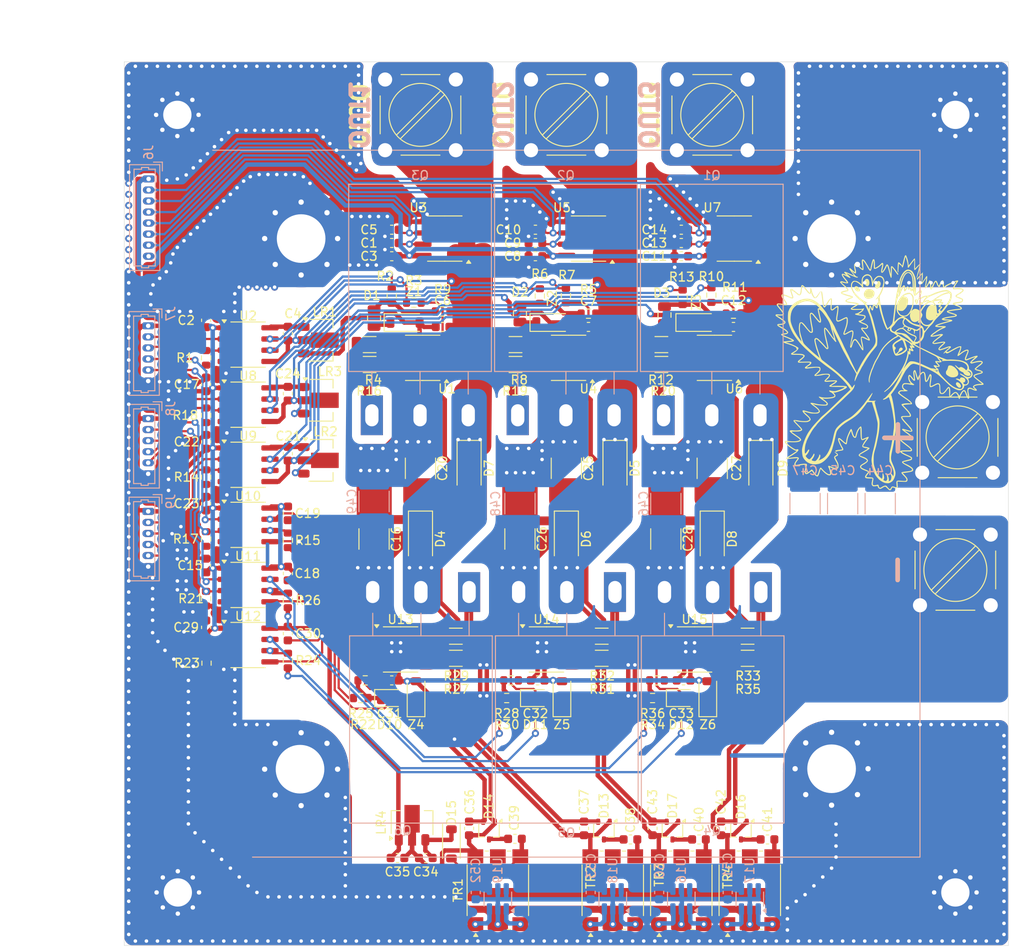
<source format=kicad_pcb>
(kicad_pcb (version 20240108) (generator "pcbnew") (generator_version "8.0")
  (layers (0 "F.Cu" signal) (31 "B.Cu" signal) (34 "B.Paste" user) (35 "F.Paste" user) (36 "B.SilkS" user "B.Silkscreen") (37 "F.SilkS" user "F.Silkscreen") (38 "B.Mask" user) (39 "F.Mask" user) (44 "Edge.Cuts" user))
  (net 0 "")
  (net 1 "GND")
  (net 2 "+5V")
  (net 3 "+VDC")
  (net 4 "-VDC")
  (net 5 "/half bridge 1/~{FLT}")
  (net 6 "/half bridge 2/~{FLT}")
  (net 7 "Net-(Q3-G)")
  (net 8 "Net-(Q4-G)")
  (net 9 "/half bridge 3/~{FLT}")
  (net 10 "/half bridge 2/SWNODE")
  (net 11 "/half bridge 1/HI_{PGOOD}")
  (net 12 "/half bridge 1/LO_{PGOOD}")
  (net 13 "/half bridge 2/HI_{PGOOD}")
  (net 14 "/half bridge 2/LO_{PGOOD}")
  (net 15 "/half bridge 1/SWNODE")
  (net 16 "/half bridge 3/HI_{PGOOD}")
  (net 17 "/half bridge 3/LO_{PGOOD}")
  (net 18 "5V_HV")
  (net 19 "12V_HV")
  (net 20 "Net-(D30-A)")
  (net 21 "Net-(D31-A)")
  (net 22 "Net-(D9-A)")
  (net 23 "Net-(D10-A)")
  (net 24 "/half bridge 3/SWNODE")
  (net 25 "Net-(D19-A)")
  (net 26 "Net-(D20-A)")
  (net 27 "/half bridge 2/V_{IOUT}")
  (net 28 "Net-(Q5-G)")
  (net 29 "Net-(Q6-G)")
  (net 30 "Net-(Q7-G)")
  (net 31 "Net-(Q8-G)")
  (net 32 "/half bridge 1/OUT")
  (net 33 "/half bridge 2/OUT")
  (net 34 "/half bridge 3/OUT")
  (net 35 "/half bridge 1/V_{IOUT}")
  (net 36 "/half bridge 3/V_{IOUT}")
  (net 37 "Net-(U13-IN_A)")
  (net 38 "Net-(U9-VOB)")
  (net 39 "Net-(U10-VOB)")
  (net 40 "Net-(U14-IN_A)")
  (net 41 "Net-(U13-OUT_A)")
  (net 42 "Net-(U13-OUT_B)")
  (net 43 "Net-(U14-OUT_A)")
  (net 44 "Net-(U14-OUT_B)")
  (net 45 "Net-(U4-VOB)")
  (net 46 "Net-(U15-IN_A)")
  (net 47 "Net-(U5-VOB)")
  (net 48 "Net-(U15-OUT_A)")
  (net 49 "Net-(U15-OUT_B)")
  (net 50 "/half bridge 1/HI_{IN}")
  (net 51 "Net-(U22-IN_A)")
  (net 52 "Net-(U18-VOB)")
  (net 53 "Net-(U19-VOB)")
  (net 54 "Net-(U22-OUT_A)")
  (net 55 "Net-(U22-OUT_B)")
  (net 56 "/half bridge 1/LO_{IN}")
  (net 57 "/half bridge 2/LO_{IN}")
  (net 58 "/half bridge 2/HI_{IN}")
  (net 59 "/half bridge 3/LO_{IN}")
  (net 60 "/half bridge 3/HI_{IN}")
  (net 62 "Net-(LR12-OUT)")
  (net 63 "Net-(LR8-OUT)")
  (net 64 "Net-(LR11-OUT)")
  (net 65 "Net-(D5-K)")
  (net 66 "Net-(D2-K)")
  (net 67 "Net-(D3-K)")
  (net 68 "Net-(D1-COM)")
  (net 69 "Net-(D5-A)")
  (net 70 "Net-(C38-Pad1)")
  (net 71 "Net-(D2-COM)")
  (net 72 "Net-(D3-COM)")
  (net 73 "Net-(C39-Pad1)")
  (net 74 "Net-(C41-Pad1)")
  (net 75 "Net-(D4-COM)")
  (net 76 "Net-(D4-K)")
  (net 77 "Net-(D9-K)")
  (net 78 "Net-(D10-K)")
  (net 79 "Net-(D19-K)")
  (net 80 "Net-(D20-K)")
  (net 81 "Net-(D30-K)")
  (net 82 "Net-(D31-K)")
  (net 83 "Net-(U5-VIA)")
  (net 84 "Net-(U4-VIA)")
  (net 85 "Net-(U10-VIA)")
  (net 86 "Net-(U9-VIA)")
  (net 87 "Net-(U19-VIA)")
  (net 88 "Net-(U18-VIA)")
  (net 89 "Net-(U3-D2)")
  (net 91 "Net-(U3-D1)")
  (net 92 "Net-(U8-D1)")
  (net 93 "Net-(U8-D2)")
  (net 95 "Net-(U6-D1)")
  (net 96 "Net-(U6-D2)")
  (net 97 "Net-(U7-D2)")
  (net 98 "Net-(U7-D1)")
  (net 100 "Net-(U11-IN_A)")
  (net 101 "Net-(U11-OUT_A)")
  (net 102 "Net-(U11-OUT_B)")
  (net 103 "Net-(U12-IN_A)")
  (net 104 "Net-(U12-OUT_A)")
  (net 105 "Net-(U12-OUT_B)")
  (footprint "Resistor_SMD:R_1206_3216Metric" (layer "F.Cu") (at 140.75 62)
    (property "Reference" "R12")
    (property "Value" "5")
  )
  (footprint "Resistor_SMD:R_0603_1608Metric" (layer "F.Cu") (at 132.5 58.5)
    (property "Reference" "R5")
    (property "Value" "1k")
  )
  (footprint "Package_TO_SOT_SMD:SOT-323_SC-70" (layer "F.Cu") (at 149.75 117 -90)
    (property "Reference" "D16")
    (property "Value" "BAT54SW")
  )
  (footprint "Resistor_SMD:R_1206_3216Metric" (layer "F.Cu") (at 134 97.5 180)
    (property "Reference" "R31")
    (property "Value" "5")
  )
  (footprint "Capacitor_SMD:C_0603_1608Metric" (layer "F.Cu") (at 89.25 66.5 90)
    (property "Reference" "C17")
    (property "Value" "100n")
  )
  (footprint "Diode_SMD:D_SOD-123" (layer "F.Cu") (at 144.75 59.5)
    (property "Reference" "Z3")
    (property "Value" "D_Zener")
  )
  (footprint "Transformer_SMD:Pulse_PA2004NL" (layer "F.Cu") (at 135.25 123.75 90)
    (property "Reference" "TR2")
    (property "Value" "EPC3668G")
  )
  (footprint "Capacitor_SMD:C_0805_2012Metric" (layer "F.Cu") (at 124.75 58.5 -90)
    (property "Reference" "D2")
    (property "Value" "LED")
  )
  (footprint "Transformer_SMD:Pulse_PA2004NL" (layer "F.Cu") (at 150.75 123.75 90)
    (property "Reference" "TR4")
    (property "Value" "EPC3668G")
  )
  (footprint "Capacitor_SMD:C_0603_1608Metric" (layer "F.Cu") (at 114.1 120.1)
    (property "Reference" "C34")
    (property "Value" "1u")
  )
  (footprint "Capacitor_SMD:C_0603_1608Metric" (layer "F.Cu") (at 116 60)
    (property "Reference" "C6")
    (property "Value" "1u")
  )
  (footprint "MountingHole:MountingHole_3.2mm_M3_Pad_Via" (layer "F.Cu") (at 174 124)
    (property "Reference" "H8" (hide yes))
    (property "Value" "MountingHole_Pad")
  )
  (footprint "TerminalBlock_MetzConnect:TerminalBlock_MetzConnect_360425_1x01_Horizontal_ScrewM4.0_Boxed" (layer "F.Cu") (at 126 32)
    (property "Reference" "J2" (hide yes))
    (property "Value" "Conn_01x01_Socket")
  )
  (footprint "Resistor_SMD:R_0603_1608Metric" (layer "F.Cu") (at 139.75 102 180)
    (property "Reference" "R34")
    (property "Value" "1k")
  )
  (footprint "Capacitor_SMD:C_0603_1608Metric" (layer "F.Cu") (at 132.5 60)
    (property "Reference" "C7")
    (property "Value" "1u")
  )
  (footprint "Capacitor_SMD:C_0603_1608Metric" (layer "F.Cu") (at 143 52 180)
    (property "Reference" "C11")
    (property "Value" "100n")
  )
  (footprint "Package_TO_SOT_SMD:SOT-323_SC-70" (layer "F.Cu") (at 121.25 117 -90)
    (property "Reference" "D14")
    (property "Value" "BAT54SW")
  )
  (footprint "Capacitor_SMD:C_1812_4532Metric" (layer "F.Cu") (at 124.75 84 90)
    (property "Reference" "C26")
    (property "Value" "470n")
  )
  (footprint "Diode_SMD:D_SOD-123" (layer "F.Cu") (at 113 101.75 90)
    (property "Reference" "Z4")
    (property "Value" "D_Zener")
  )
  (footprint "Diode_SMD:D_SOD-123" (layer "F.Cu") (at 146 101.75 90)
    (property "Reference" "Z6")
    (property "Value" "D_Zener")
  )
  (footprint "MountingHole:MountingHole_5.5mm_Pad_Via" (layer "F.Cu") (at 160 110)
    (property "Reference" "H6" (hide yes))
    (property "Value" "MountingHole_Pad")
  )
  (footprint "Resistor_SMD:R_0603_1608Metric" (layer "F.Cu") (at 123.25 102 180)
    (property "Reference" "R30")
    (property "Value" "1k")
  )
  (footprint "Resistor_SMD:R_0603_1608Metric" (layer "F.Cu") (at 127 56.5 -90)
    (property "Reference" "R6")
    (property "Value" "1k")
  )
  (footprint "Resistor_SMD:R_0603_1608Metric" (layer "F.Cu") (at 89.25 70 -90)
    (property "Reference" "R18")
    (property "Value" "1k")
  )
  (footprint "Capacitor_SMD:C_0603_1608Metric" (layer "F.Cu") (at 147.5 116.75 90)
    (property "Reference" "C42")
    (property "Value" "1u")
  )
  (footprint "Resistor_SMD:R_1206_3216Metric" (layer "F.Cu") (at 124.25 62)
    (property "Reference" "R8")
    (property "Value" "5")
  )
  (footprint "Capacitor_SMD:C_0603_1608Metric" (layer "F.Cu") (at 98.5 87.9 -90)
    (property "Reference" "C18")
    (property "Value" "100n")
  )
  (footprint "Resistor_SMD:R_0603_1608Metric" (layer "F.Cu") (at 89.3 98.05 -90)
    (property "Reference" "R23")
    (property "Value" "1k")
  )
  (footprint "MountingHole:MountingHole_5.5mm_Pad_Via" (layer "F.Cu") (at 100 50)
    (property "Reference" "H3" (hide yes))
    (property "Value" "MountingHole_Pad")
  )
  (footprint "MountingHole:MountingHole_3.2mm_M3_Pad_Via" (layer "F.Cu") (at 174 36)
    (property "Reference" "H2" (hide yes))
    (property "Value" "MountingHole_Pad")
  )
  (footprint "Package_SO:SO-8_3.9x4.9mm_P1.27mm" (layer "F.Cu") (at 130.25 63.5 180)
    (property "Reference" "U4")
    (property "Value" "SO8 GATE DRVR")
  )
  (footprint "Diode_SMD:D_SOD-123" (layer "F.Cu") (at 128.25 59.5)
    (property "Reference" "Z2")
    (property "Value" "D_Zener")
  )
  (footprint "Capacitor_SMD:C_0603_1608Metric" (layer "F.Cu") (at 139.75 116.75 90)
    (property "Reference" "C43")
    (property "Value" "1u")
  )
  (footprint "Resistor_SMD:R_0603_1608Metric" (layer "F.Cu") (at 98.5 97.75 90)
    (property "Reference" "R24")
    (property "Value" "220")
  )
  (footprint "Capacitor_SMD:C_0603_1608Metric" (layer "F.Cu") (at 110.25 52 180)
    (property "Reference" "C3")
    (property "Value" "100n")
  )
  (footprint "Diode_SMD:D_SOD-123" (layer "F.Cu") (at 117 118.5 -90)
    (property "Reference" "D15")
    (property "Value" "D_Schottky")
  )
  (footprint "Capacitor_SMD:C_0603_1608Metric" (layer "F.Cu") (at 148.9 60)
    (property "Reference" "C12")
    (property "Value" "1u")
  )
  (footprint "Resistor_SMD:R_0603_1608Metric" (layer "F.Cu") (at 89.25 77 -90)
    (property "Reference" "R14")
    (property "Value" "1k")
  )
  (footprint "Capacitor_SMD:C_0603_1608Metric" (layer "F.Cu") (at 124.184997 117.934997 180)
    (property "Reference" "C39")
    (property "Value" "1u")
  )
  (footprint "TerminalBlock_MetzConnect:TerminalBlock_MetzConnect_360425_1x01_Horizontal_ScrewM4.0_Boxed" (layer "F.Cu") (at 142.5 32)
    (property "Reference" "J3" (hide yes))
    (property "Value" "Conn_01x01_Socket")
  )
  (footprint "Package_TO_SOT_SMD:SOT-89-3" (layer "F.Cu") (at 102.25 61.5)
    (property "Reference" "LR1")
    (property "Value" "MC78L08_SOT89")
  )
  (footprint "Transformer_SMD:Pulse_PA2004NL" (layer "F.Cu") (at 122.25 123.75 90)
    (property "Reference" "TR1")
    (property "Value" "EPC3668G")
  )
  (footprint "Package_TO_SOT_SMD:SOT-323_SC-70" (layer "F.Cu") (at 142 117 -90)
    (property "Reference" "D17")
    (property "Value" "BAT54SW")
  )
  (footprint "Package_SO:SO-8_3.9x4.9mm_P1.27mm" (layer "F.Cu") (at 144.5 96.5)
    (property "Reference" "U15")
    (property "Value" "SO8 GATE DRVR")
  )
  (footprint "Capacitor_SMD:C_0603_1608Metric" (layer "F.Cu") (at 137.25 118 180)
    (property "Reference" "C38")
    (property "Value" "1u")
  )
  (footprint "Diode_SMD:D_SOD-128" (layer "F.Cu") (at 146.5 84 -90)
    (property "Reference" "D8")
    (property "Value" "FAST 1A DIODE")
  )
  (footprint "TerminalBlock_MetzConnect:TerminalBlock_MetzConnect_360425_1x01_Horizontal_ScrewM4.0_Boxed" (layer "F.Cu") (at 109.5 32)
    (property "Reference" "J1" (hide yes))
    (property "Value" "Conn_01x01_Socket")
  )
  (footprint "Package_SO:SOIC-8_3.9x4.9mm_P1.27mm" (layer "F.Cu") (at 116.25 50 180)
    (property "Reference" "U3")
    (property "Value" "ACS730xLCTR-50AB")
  )
  (footprint "MountingHole:MountingHole_5.5mm_Pad_Via" (layer "F.Cu") (at 100 110.05)
    (property "Reference" "H5" (hide yes))
    (property "Value" "MountingHole_Pad")
  )
  (footprint "Resistor_SMD:R_0603_1608Metric" (layer "F.Cu") (at 106.75 102 180)
    (property "Reference" "R25")
    (property "Value" "1k")
  )
  (footprint "Diode_SMD:D_SOD-128" (layer "F.Cu") (at 135.5 76 -90)
    (property "Reference" "D5")
    (property "Value" "FAST 1A DIODE")
  )
  (footprint "Resistor_SMD:R_1206_3216Metric" (layer "F.Cu") (at 150.5 97.5 180)
    (property "Reference" "R35")
    (property "Value" "5")
  )
  (footprint "Package_SO:SOIC-8_3.9x4.9mm_P1.27mm" (layer "F.Cu") (at 94 82.4)
    (property "Reference" "U10")
    (property "Value" "ADuM121N")
  )
  (footprint "Capacitor_SMD:C_0805_2012Metric" (layer "F.Cu") (at 141.1 58.65 -90)
    (property "Reference" "D3")
    (property "Value" "LED")
  )
  (footprint "Capacitor_SMD:C_0603_1608Metric" (layer "F.Cu") (at 98.5 94.7 -90)
    (property "Reference" "C30")
    (property "Value" "100n")
  )
  (footprint "Capacitor_SMD:C_1812_4532Metric" (layer "F.Cu") (at 108.25 84 90)
    (property "Reference" "C16")
    (property "Value" "470n")
  )
  (footprint "Capacitor_SMD:C_0603_1608Metric" (layer "F.Cu") (at 152.75 118 180)
    (property "Reference" "C41")
    (property "Value" "1u")
  )
  (footprint "Package_SO:SOIC-8_3.9x4.9mm_P1.27mm" (layer "F.Cu") (at 94 68.8)
    (property "Reference" "U8")
    (property "Value" "ADuM121N")
  )
  (footprint "Capacitor_SMD:C_0603_1608Metric" (layer "F.Cu") (at 89.25 87 90)
    (property "Reference" "C15")
    (property "Value" "100n")
  )
  (footprint "Diode_SMD:D_SOD-123" (layer "F.Cu") (at 129.5 101.75 90)
    (property "Reference" "Z5")
    (property "Value" "D_Zener")
  )
  (footprint "Resistor_SMD:R_0603_1608Metric" (layer "F.Cu") (at 146.4 56.4 90)
    (property "Reference" "R10")
    (property "Value" "220")
  )
  (footprint "Package_SO:SOIC-8_3.9x4.9mm_P1.27mm" (layer "F.Cu") (at 94 75.6)
    (property "Reference" "U9")
    (property "Value" "ADuM121N")
  )
  (footprint "LED_SMD:LED_0805_2012Metric" (layer "F.Cu") (at 110 102)
    (property "Reference" "D10")
    (property "Value" "LED")
  )
  (footprint "Resistor_SMD:R_0603_1608Metric" (layer "F.Cu") (at 116 58.25)
    (property "Reference" "R9")
    (property "Value" "1k")
  )
  (footprint "LED_SMD:LED_0805_2012Metric" (layer "F.Cu") (at 126.5 102)
    (property "Reference" "D11")
    (property "Value" "LED")
  )
  (footprint "Capacitor_SMD:C_0603_1608Metric" (layer "F.Cu") (at 110.25 100)
    (property "Reference" "C31")
    (property "Value" "100n")
  )
  (footprint "Resistor_SMD:R_1206_3216Metric" (layer "F.Cu") (at 140.75 64.25)
    (property "Reference" "R20")
    (property "Value" "5")
  )
  (footprint "Package_SO:SOIC-8_3.9x4.9mm_P1.27mm" (layer "F.Cu") (at 94 62)
    (property "Reference" "U2")
    (property "Value" "ADuM121N")
  )
  (footprint "Capacitor_SMD:C_0603_1608Metric" (layer "F.Cu") (at 98.5 67.55 -90)
    (property "Reference" "C24")
    (property "Value" "100n")
  )
  (footprint "Diode_SMD:D_SOD-128" (layer "F.Cu") (at 113.5 84 -90)
    (property "Reference" "D4")
    (property "Value" "FAST 1A DIODE")
  )
  (footprint "Diode_SMD:D_SOD-123" (layer "F.Cu") (at 111.75 59.5)
    (property "Reference" "Z1")
    (property "Value" "D_Zener")
  )
  (footprint "Resistor_SMD:R_0603_1608Metric" (layer "F.Cu") (at 123.75 100)
    (property "Reference" "R28")
    (property "Value" "1k")
  )
  (footprint "Resistor_SMD:R_0603_1608Metric" (layer "F.Cu") (at 89.25 63.5 -90)
    (property "Reference" "R1")
    (property "Value" "1k")
  )
  (footprint "Resistor_SMD:R_0603_1608Metric" (layer "F.Cu") (at 98.5 90.95 90)
    (property "Reference" "R26")
    (property "Value" "220")
  )
  (footprint "Capacitor_SMD:C_0603_1608Metric" (layer "F.Cu") (at 126.5 50.5 180)
    (property "Reference" "C9")
    (property "Value" "1n")
  )
  (footprint "Capacitor_SMD:C_0603_1608Metric" (layer "F.Cu") (at 119 116.75 -90)
    (property "Reference" "C36")
    (property "Value" "1u")
  )
  (footprint "Capacitor_SMD:C_0603_1608Metric" (layer "F.Cu") (at 110.25 49 180)
    (property "Reference" "C5")
    (property "Value" "1n")
  )
  (footprint "Package_TO_SOT_SMD:SOT-323_SC-70" (layer "F.Cu") (at 134.25 117 -90)
    (property "Reference" "D13")
    (property "Value" "BAT54SW")
  )
  (footprint "Package_TO_SOT_SMD:SOT-89-3" (layer "F.Cu") (at 102.25 68.3)
    (property "Reference" "LR3")
    (property "Value" "MC78L08_SOT89")
  )
  (footprint "Package_SO:SO-8_3.9x4.9mm_P1.27mm" (layer "F.Cu") (at 113.75 63.5 180)
    (property "Reference" "U1")
    (property "Value" "SO8 GATE DRVR")
  )
  (footprint "Capacitor_SMD:C_0603_1608Metric" (layer "F.Cu") (at 132 116.75 90)
    (property "Reference" "C37")
    (property "Value" "1u")
  )
  (footprint "Capacitor_SMD:C_0603_1608Metric" (layer "F.Cu") (at 145 118 180)
    (property "Reference" "C40")
    (property "Value" "1u")
  )
  (footprint "Resistor_SMD:R_0603_1608Metric" (layer "F.Cu") (at 140.25 100)
    (property "Reference" "R36")
    (property "Value" "1k")
  )
  (footprint "Capacitor_SMD:C_1812_4532Metric" (layer "F.Cu") (at 146.5 76 90)
    (property "Reference" "C27")
    (property "Value" "470n")
  )
  (footprint "Resistor_SMD:R_0603_1608Metric" (layer "F.Cu") (at 107.25 100)
    (property "Reference" "R22")
    (property "Value" "1k")
  )
  (footprint "MountingHole:MountingHole_3.2mm_M3_Pad_Via" (layer "F.Cu") (at 86.052944 124)
    (property "Reference" "H7" (hide yes))
    (property "Value" "MountingHole_Pad")
  )
  (footprint "Resistor_SMD:R_1206_3216Metric" (layer "F.Cu") (at 117.5 97.5 180)
    (property "Reference" "R29")
    (property "Value" "5")
  )
  (footprint "Package_SO:SOIC-8_3.9x4.9mm_P1.27mm" (layer "F.Cu") (at 149 50 180)
    (property "Reference" "U7")
    (property "Value" "ACS730xLCTR-50AB")
  )
  (footprint "TerminalBlock_MetzConnect:TerminalBlock_MetzConnect_360425_1x01_Horizontal_ScrewM4.0_Boxed" (layer "F.Cu") (at 170.25 68.5)
    (property "Reference" "J4" (hide yes))
    (property "Value" "Conn_01x01_Socket")
  )
  (footprint "Capacitor_SMD:C_0603_1608Metric" (layer "F.Cu") (at 89.25 80 90)
    (property "Reference" "C23")
    (property "Value" "100n")
  )
  (footprint "Resistor_SMD:R_1206_3216Metric" (layer "F.Cu") (at 117.5 95 180)
    (property "Reference" "R27")
    (property "Value" "5")
  )
  (footprint "Capacitor_SMD:C_0603_1608Metric" (layer "F.Cu") (at 98.5 81.1 -90)
    (property "Reference" "C19")
    (property "Value" "100n")
  )
  (footprint "Resistor_SMD:R_1206_3216Metric" (layer "F.Cu") (at 124.25 64.25)
    (property "Reference" "R19")
    (property "Value" "5")
  )
  (footprint "Capacitor_SMD:C_0805_2012Metric" (layer "F.Cu") (at 108.25 59 -90)
    (property "Reference" "D1")
    (property "Value" "LED")
  )
  (footprint "Package_SO:SO-8_3.9x4.9mm_P1.27mm" (layer "F.Cu") (at 146.75 63.5 180)
    (property "Reference" "U6")
    (property "Value" "SO8 GATE DRVR")
  )
  (footprint "Resistor_SMD:R_0603_1608Metric" (layer "F.Cu") (at 98.5 84.15 90)
    (property "Reference" "R15")
    (property "Value" "220")
  )
  (footprint "Capacitor_SMD:C_0603_1608Metric" (layer "F.Cu") (at 98.5 60.75 -90)
    (property "Reference" "C4")
    (property "Value" "100n")
  )
  (footprint "Capacitor_SMD:C_0603_1608Metric" (layer "F.Cu") (at 89.25 94 90)
    (property "Reference" "C29")
    (property "Value" "100n")
  )
  (footprint "Capacitor_SMD:C_0603_1608Metric" (layer "F.Cu") (at 143 50.5 180)
    (property "Reference" "C13")
    (property "Value" "1n")
  )
  (footprint "Capacitor_SMD:C_0603_1608Metric" (layer "F.Cu") (at 110.25 50.5 180)
    (property "Reference" "C1")
    (property "Value" "1n")
  )
  (footprint "Package_SO:SOIC-8_3.9x4.9mm_P1.27mm" (layer "F.Cu") (at 132.5 50 180)
    (property "Reference" "U5")
    (property "Value" "ACS730xLCTR-50AB")
  )
  (footprint "Capacitor_SMD:C_0603_1608Metric" (layer "F.Cu") (at 89.25 59.25 90)
    (property "Reference" "C2")
    (property "Value" "100n")
  )
  (footprint "Diode_SMD:D_SOD-128" (layer "F.Cu") (at 152 76 -90)
    (property "Reference" "D9")
    (property "Value" "FAST 1A DIODE")
  )
  (footprint "Capacitor_SMD:C_1812_4532Metric" (layer "F.Cu") (at 141.25 84 90)
    (property "Reference" "C28")
    (property "Value" "470n")
  )
  (footprint "Capacitor_SMD:C_1812_4532Metric" (layer "F.Cu") (at 130 76 90)
    (property "Reference" "C25")
    (property "Value" "470n")
  )
  (footprint "Resistor_SMD:R_0603_1608Metric" (layer "F.Cu") (at 89.25 84 -90)
    (property "Reference" "R17")
    (property "Value" "1k")
  )
  (footprint "Capacitor_SMD:C_0603_1608Metric" (layer "F.Cu") (at 126.75 100)
    (property "Reference" "C32")
    (property "Value" "100n")
  )
  (footprint "Resistor_SMD:R_1206_3216Metric" (layer "F.Cu") (at 150.5 95 180)
    (property "Reference" "R33")
    (property "Value" "5")
  )
  (footprint "Resistor_SMD:R_0603_1608Metric" (layer "F.Cu") (at 110.25 56.5 -90)
    (property "Reference" "R2")
    (property "Value" "1k")
  )
  (footprint "Capacitor_SMD:C_0603_1608Metric" (layer "F.Cu") (at 143.25 100)
    (property "Reference" "C33")
    (property "Value" "100n")
  )
  (footprint "Diode_SMD:D_SOD-128" (layer "F.Cu") (at 130 84 -90)
    (property "Reference" "D6")
    (property "Value" "FAST 1A DIODE")
  )
  (footprint "Package_TO_SOT_SMD:SOT-89-3" (layer "F.Cu") (at 102.25 75.1)
    (property "Reference" "LR2")
    (property "Value" "MC78L08_SOT89")
  )
  (footprint "Capacitor_SMD:C_0603_1608Metric" (layer "F.Cu") (at 89.25 73 90)
    (property "Reference" "C22")
    (property "Value" "100n")
  )
  (footprint "Resistor_SMD:R_0603_1608Metric" (layer "F.Cu") (at 143.15 56.65 -90)
    (property "Reference" "R13")
    (property "Value" "1k")
  )
  (footprint "Package_TO_SOT_SMD:SOT-89-3" (layer "F.Cu") (at 112.55 116.1 90)
    (property "Reference" "LR4")
    (property "Value" "MC78L08_SOT89")
  )
  (footprint "Package_SO:SO-8_3.9x4.9mm_P1.27mm" (layer "F.Cu") (at 111.25 96.5)
    (property "Reference" "U13")
    (property "Value" "SO8 GATE DRVR")
  )
  (footprint "Package_SO:SOIC-8_3.9x4.9mm_P1.27mm" (layer "F.Cu") (at 94 89.2)
    (property "Reference" "U11")
    (property "Value" "ADuM121N")
  )
  (footprint "Capacitor_SMD:C_0603_1608Metric" (layer "F.Cu") (at 126.5 52 180)
    (property "Reference" "C8")
    (property "Value" "100n")
  )
  (footprint "Diode_SMD:D_SOD-128" (layer "F.Cu") (at 119 76 -90)
    (property "Reference" "D7")
    (property "Value" "FAST 1A DIODE")
  )
  (footprint "Resistor_SMD:R_0603_1608Metric" (layer "F.Cu") (at 148.9 58.5)
    (property "Reference" "R11")
    (property "Value" "1k")
  )
  (footprint "Capacitor_SMD:C_0603_1608Metric" (layer "F.Cu") (at 143 49 180)
    (property "Reference" "C14")
    (property "Value" "1n")
  )
  (footprint "Resistor_SMD:R_0603_1608Metric" (layer "F.Cu") (at 129.95 56.45 90)
    (property "Reference" "R7")
    (property "Value" "220")
  )
  (footprint "Resistor_SMD:R_1206_3216Metric" (layer "F.Cu") (at 107.75 64.25)
    (property "Reference" "R16")
    (property "Value" "5")
  )
  (footprint "MountingHole:MountingHole_5.5mm_Pad_Via" (layer "F.Cu") (at 160 50)
    (property "Reference" "H4" (hide yes))
    (property "Value" "MountingHole_Pad")
  )
  (footprint "Transformer_SMD:Pulse_PA2004NL" (layer "F.Cu") (at 143 123.75 90)
    (property "Reference" "TR3")
    (property "Value" "EPC3668G")
  )
  (footprint "Resistor_SMD:R_0603_1608Metric" (layer "F.Cu") (at 112.75 57.25 180)
    (property "Reference" "R3")
    (property "Value" "220")
  )
  (footprint "Capacitor_SMD:C_0603_1608Metric" (layer "F.Cu") (at 98.5 74.35 -90)
    (property "Reference" "C21")
    (property "Value" "100n")
  )
  (footprint "MountingHole:MountingHole_3.2mm_M3_Pad_Via" (layer "F.Cu") (at 86 36)
    (property "Reference" "H1" (hide yes))
    (property "Value" "MountingHole_Pad")
  )
  (footprint "Resistor_SMD:R_1206_3216Metric" (layer "F.Cu") (at 107.75 62)
    (property "Reference" "R4")
    (property "Value" "5")
  )
  (footprint "Capacitor_SMD:C_1812_4532Metric" (layer "F.Cu") (at 113.5 76 90)
    (property "Reference" "C20")
    (property "Value" "470n")
  )
  (footprint "Resistor_SMD:R_0603_1608Metric" (layer "F.Cu") (at 89.25 90.75 -90)
    (property "Reference" "R21")
    (property "Value" "1k")
  )
  (footprint "LED_SMD:LED_0805_2012Metric" (layer "F.Cu") (at 143 102)
    (property "Reference" "D12")
    (property "Value" "LED")
  )
  (footprint "Package_SO:SOIC-8_3.9x4.9mm_P1.27mm" (layer "F.Cu") (at 94 96)
    (property "Reference" "U12")
    (property "Value" "ADuM121N")
  )
  (footprint "Package_SO:SO-8_3.9x4.9mm_P1.27mm" (layer "F.Cu") (at 127.75 96.5)
    (property "Reference" "U14")
    (property "Value" "SO8 GATE DRVR")
  )
  (footprint "PM art:PM_art" (layer "F.Cu") (at 165.6 65.2)
    (property "Reference" "G***" (hide yes))
    (property "Value" "LOGO" (hide yes))
  )
  (footprint "Capacitor_SMD:C_0603_1608Metric" (layer "F.Cu") (at 126.5 49 180)
    (property "Reference" "C10")
    (property "Value" "1n")
  )
  (footprint "Resistor_SMD:R_1206_3216Metric" (layer "F.Cu") (at 134 95 180)
    (property "Reference" "R32")
    (property "Value" "5")
  )
  (footprint "TerminalBlock_MetzConnect:TerminalBlock_MetzConnect_360425_1x01_Horizontal_ScrewM4.0_Boxed" (layer "F.Cu") (at 170 83.5)
    (property "Reference" "J5" (hide yes))
    (property "Value" "Conn_01x01_Socket")
  )
  (footprint "Capacitor_SMD:C_0603_1608Metric" (layer "F.Cu") (at 110.9 120.1)
    (property "Reference" "C35")
    (property "Value" "1u")
  )
  (footprint "Package_TO_SOT_SMD:SOT-23-6" (layer "B.Cu") (at 135.25 124.75 90)
    (property "Reference" "U18")
    (property "Value" "SN6505BDBV")
  )
  (footprint "Capacitor_SMD:C_0603_1608Metric" (layer "B.Cu") (at 148.25 124 -90)
    (property "Reference" "C51")
    (property "Value" "1u")
  )
  (footprint "three_half_bridges:TO-247-3-Nogloryhole_Horizontal_TabUp" (layer "B.Cu") (at 135.5 90 180)
    (property "Reference" "Q5")
    (property "Value" "Q_NIGBT_GCE")
  )
  (footprint "Capacitor_SMD:C_0603_1608Metric" (layer "B.Cu") (at 119.75 124 -90)
    (property "Reference" "C52")
    (property "Value" "1u")
  )
  (footprint "three_half_bridges:TO-247-3-Nogloryhole_Horizontal_TabUp" (layer "B.Cu") (at 124.5 70)
    (property "Reference" "Q2")
    (property "Value" "Q_NIGBT_GCE")
  )
  (footprint "Package_TO_SOT_SMD:SOT-23-6" (layer "B.Cu") (at 122.25 124.75 90)
    (property "Reference" "U19")
    (property "Value" "SN6505BDBV")
  )
  (footprint "Capacitor_SMD:C_1812_4532Metric" (layer "B.Cu") (at 157 80 90)
    (property "Reference" "C47")
    (property "Value" "100n")
  )
  (footprint "Capacitor_SMD:C_0603_1608Metric" (layer "B.Cu") (at 132.75 124 -90)
    (property "Reference" "C53")
    (property "Value" "1u")
  )
  (footprint "three_half_bridges:TO-247-3-Nogloryhole_Horizontal_TabUp" (layer "B.Cu") (at 108 70)
    (property "Reference" "Q3")
    (property "Value" "Q_NIGBT_GCE")
  )
  (footprint "Capacitor_SMD:C_1812_4532Metric" (layer "B.Cu") (at 108.25 79.75 90)
    (property "Reference" "C49")
    (property "Value" "100n")
  )
  (footprint "Capacitor_SMD:C_1812_4532Metric" (layer "B.Cu") (at 141.25 80 90)
    (property "Reference" "C46")
    (property "Value" "100n")
  )
  (footprint "Connector_Molex:Molex_PicoBlade_53047-0610_1x06_P1.25mm_Vertical" (layer "B.Cu") (at 82.7 70.375 -90)
    (property "Reference" "J8")
    (property "Value" "Conn_01x06_Pin")
  )
  (footprint "Connector_Molex:Molex_PicoBlade_53047-0610_1x06_P1.25mm_Vertical" (layer "B.Cu") (at 82.7 80.875 -90)
    (property "Reference" "J9")
    (property "Value" "Conn_01x06_Pin")
  )
  (footprint "Connector_Molex:Molex_PicoBlade_53047-0610_1x06_P1.25mm_Vertical" (layer "B.Cu") (at 82.7 59.875 -90)
    (property "Reference" "J7")
    (property "Value" "Conn_01x06_Pin")
  )
  (footprint "Capacitor_SMD:C_1812_4532Metric" (layer "B.Cu") (at 165.5 80 90)
    (property "Reference" "C44")
    (property "Value" "100n")
  )
  (footprint "Connector_Molex:Molex_PicoBlade_53047-0810_1x08_P1.25mm_Vertical" (layer "B.Cu") (at 82.75 43.25 -90)
    (property "Reference" "J6")
    (property "Value" "Current Sense")
  )
  (footprint "three_half_bridges:TO-247-3-Nogloryhole_Horizontal_TabUp" (layer "B.Cu") (at 152 90 180)
    (property "Reference" "Q4")
    (property "Value" "Q_NIGBT_GCE")
  )
  (footprint "Capacitor_SMD:C_0603_1608Metric" (layer "B.Cu") (at 140.5 124 -90)
    (property "Reference" "C50")
    (property "Value" "1u")
  )
  (footprint "three_half_bridges:TO-247-3-Nogloryhole_Horizontal_TabUp" (layer "B.Cu") (at 141 70)
    (property "Reference" "Q1")
    (property "Value" "Q_NIGBT_GCE")
  )
  (footprint "Package_TO_SOT_SMD:SOT-23-6" (layer "B.Cu") (at 150.75 124.75 90)
    (property "Reference" "U17")
    (property "Value" "SN6505BDBV")
  )
  (footprint "three_half_bridges:TO-247-3-Nogloryhole_Horizontal_TabUp" (layer "B.Cu") (at 119 90 180)
    (property "Reference" "Q6")
    (property "Value" "Q_NIGBT_GCE")
  )
  (footprint "Package_TO_SOT_SMD:SOT-23-6" (layer "B.Cu") (at 143 124.75 90)
    (property "Reference" "U16")
    (property "Value" "SN6505BDBV")
  )
  (footprint "Capacitor_SMD:C_1812_4532Metric" (layer "B.Cu") (at 161.25 80 90)
    (property "Reference" "C45")
    (property "Value" "100n")
  )
  (footprint "Capacitor_SMD:C_1812_4532Metric" (layer "B.Cu") (at 124.75 80 90)
    (property "Reference" "C48")
    (property "Value" "100n")
  )
  (gr_line (start 170 120) (end 170 40) (stroke (width 0.12)) (layer "B.SilkS"))
  (gr_line (start 170 40) (end 90 40) (stroke (width 0.12)) (layer "B.SilkS"))
  (gr_line (start 94.5 120) (end 170 120) (stroke (width 0.12)) (layer "B.SilkS"))
  (gr_line (start 180 130) (end 80 130) (stroke (width 0.05)) (layer "Edge.Cuts"))
  (gr_line (start 80 130) (end 80 30) (stroke (width 0.05)) (layer "Edge.Cuts"))
  (gr_line (start 180 30) (end 180 130) (stroke (width 0.05)) (layer "Edge.Cuts"))
  (gr_line (start 80 30) (end 180 30) (stroke (width 0.05)) (layer "Edge.Cuts"))
  (gr_text "-\n" (at 167.25 87.5 90) (layer "B.SilkS") (effects (font (size 3 3) (thickness 0.5))))
  (gr_text "OUT2" (at 122.75 36 -90) (layer "B.SilkS") (effects (font (size 2 2) (thickness 0.5)) (justify mirror)))
  (gr_text "OUT1" (at 106.5 36 -90) (layer "B.SilkS") (effects (font (size 2 2) (thickness 0.5)) (justify mirror)))
  (gr_text "OUT3" (at 139.25 36 -90) (layer "B.SilkS") (effects (font (size 2 2) (thickness 0.5)) (justify mirror)))
  (gr_text "+" (at 167.5 72.25 0) (layer "B.SilkS") (effects (font (size 4 4) (thickness 0.5)) (justify mirror)))
  (gr_text "OUT1" (at 106.5 36.25 -90) (layer "F.SilkS") (effects (font (size 2 2) (thickness 0.4))))
  (gr_text "OUT2" (at 122.75 36 -90) (layer "F.SilkS") (effects (font (size 2 2) (thickness 0.4))))
  (gr_text "+" (at 167.5 72.25 0) (layer "F.SilkS") (effects (font (size 4 4) (thickness 0.5))))
  (gr_text "-\n" (at 167.25 87.5 90) (layer "F.SilkS") (effects (font (size 3 3) (thickness 0.5))))
  (gr_text "OUT3" (at 139.25 36 -90) (layer "F.SilkS") (effects (font (size 2 2) (thickness 0.4))))
  (segment (start 142.225 49.75) (end 142.225 49) (width 0.5) (layer "F.Cu") (net 1))
  (segment (start 89.25 86.225) (end 91.125 86.225) (width 0.5) (layer "F.Cu") (net 1))
  (segment (start 88.775 66.2) (end 89.25 65.725) (width 0.5) (layer "F.Cu") (net 1))
  (segment (start 91.525 97.905) (end 91.525 98.475) (width 0.5) (layer "F.Cu") (net 1))
  (segment (start 89.3 98.875) (end 91.125 98.875) (width 0.5) (layer "F.Cu") (net 1))
  (segment (start 87.75 92.25) (end 87.75 91.75) (width 0.5) (layer "F.Cu") (net 1))
  (segment (start 89.025 72.225) (end 88 73.25) (width 0.5) (layer "F.Cu") (net 1))
  (segment (start 111.5 47.5) (end 109.75 47.5) (width 0.5) (layer "F.Cu") (net 1))
  (segment (start 91.525 78.925) (end 91.6 79) (width 0.5) (layer "F.Cu") (net 1))
  (segment (start 91.525 77.505) (end 91.525 78.925) (width 0.5) (layer "F.Cu") (net 1))
  (segment (start 142.225 49.11877) (end 142.225 48.88123) (width 0.25) (layer "F.Cu") (net 1))
  (segment (start 112.095 48.095) (end 111.5 47.5) (width 0.5) (layer "F.Cu") (net 1))
  (segment (start 91.525 71.925) (end 91.6 72) (width 0.5) (layer "F.Cu") (net 1))
  (segment (start 87.4 66.2) (end 88.775 66.2) (width 0.5) (layer "F.Cu") (net 1))
  (segment (start 90.5 92.25) (end 91.5 92.25) (width 0.5) (layer "F.Cu") (net 1))
  (segment (start 142.25 53.25) (end 142.225 53.225) (width 0.25) (layer "F.Cu") (net 1))
  (segment (start 91.525 65.225) (end 91.5 65.25) (width 0.5) (layer "F.Cu") (net 1))
  (segment (start 91.525 91.105) (end 91.525 92.225) (width 0.5) (layer "F.Cu") (net 1))
  (segment (start 142.34377 49) (end 142.515948 49) (width 0.25) (layer "F.Cu") (net 1))
  (segment (start 89.25 72.225) (end 89.025 72.225) (width 0.5) (layer "F.Cu") (net 1))
  (segment (start 89.825 91.575) (end 90.5 92.25) (width 0.5) (layer "F.Cu") (net 1))
  (segment (start 91.525 92.225) (end 91.5 92.25) (width 0.5) (layer "F.Cu") (net 1))
  (segment (start 91.125 86.225) (end 91.6 85.75) (width 0.5) (layer "F.Cu") (net 1))
  (segment (start 142.225 52) (end 142.225 49.75) (width 0.5) (layer "F.Cu") (net 1))
  (segment (start 125.725 49.75) (end 125.725 49) (width 0.5) (layer "F.Cu") (net 1))
  (segment (start 146.525 48.095) (end 146.525 48.025) (width 0.5) (layer "F.Cu") (net 1))
  (segment (start 125.725 48.854526) (end 125.725 49.145474) (width 0.25) (layer "F.Cu") (net 1))
  (segment (start 87.75 91.75) (end 87.925 91.575) (width 0.5) (layer "F.Cu") (net 1))
  (segment (start 113.775 48.095) (end 112.095 48.095) (width 0.5) (layer "F.Cu") (net 1))
  (segment (start 91.525 84.305) (end 91.525 85.675) (width 0.5) (layer "F.Cu") (net 1))
  (segment (start 89.25 79.225) (end 86.4 82.075) (width 0.5) (layer "F.Cu") (net 1))
  (segment (start 125.725 53.225) (end 125.75 53.25) (width 0.25) (layer "F.Cu") (net 1))
  (segment (start 125.870474 49) (end 126.015948 49) (width 0.25) (layer "F.Cu") (net 1))
  (segment (start 91.25 58.25) (end 87.5 58.25) (width 0.5) (layer "F.Cu") (net 1))
  (segment (start 142.225 49.11877) (end 142.225 52) (width 0.25) (layer "F.Cu") (net 1))
  (segment (start 91.525 98.475) (end 91.25 98.75) (width 0.5) (layer "F.Cu") (net 1))
  (segment (start 91.525 70.705) (end 91.525 71.925) (width 0.5) (layer "F.Cu") (net 1))
  (segment (start 109.475 52) (end 109.475 51.25) (width 0.5) (layer "F.Cu") (net 1))
  (segment (start 89.3 98.875) (end 88.275 98.875) (width 0.5) (layer "F.Cu") (net 1))
  (segment (start 130.025 47.725) (end 130.75 47) (width 0.5) (layer "F.Cu") (net 1))
  (segment (start 125.725 49.75) (end 123.25 49.75) (width 0.5) (layer "F.Cu") (net 1))
  (segment (start 91.375 79.225) (end 91.6 79) (width 0.5) (layer "F.Cu") (net 1))
  (segment (start 109.59377 49) (end 109.71254 49) (width 0.25) (layer "F.Cu") (net 1))
  (segment (start 109.475 49.75) (end 109.475 47.775) (width 0.5) (layer "F.Cu") (net 1))
  (segment (start 142.225 48.275) (end 142.75 47.75) (width 0.5) (layer "F.Cu") (net 1))
  (segment (start 89.25 79.225) (end 91.375 79.225) (width 0.5) (layer "F.Cu") (net 1))
  (segment (start 86.4 82.075) (end 86.4 82.6) (width 0.5) (layer "F.Cu") (net 1))
  (segment (start 91.525 85.675) (end 91.6 85.75) (width 0.5) (layer "F.Cu") (net 1))
  (segment (start 142.225 49.75) (end 139.5 49.75) (width 0.5) (layer "F.Cu") (net 1))
  (segment (start 113.775 47.725) (end 114.25 47.25) (width 0.5) (layer "F.Cu") (net 1))
  (segment (start 91.525 63.905) (end 91.525 65.225) (width 0.5) (layer "F.Cu") (net 1))
  (segment (start 128.095 48.095) (end 127.75 47.75) (width 0.5) (layer "F.Cu") (net 1))
  (segment (start 142.225 53.225) (end 142.225 52) (width 0.5) (layer "F.Cu") (net 1))
  (segment (start 88.275 98.875) (end 87.8 98.4) (width 0.5) (layer "F.Cu") (net 1))
  (segment (start 130.025 48.095) (end 128.095 48.095) (width 0.5) (layer "F.Cu") (net 1))
  (segment (start 125.725 49.75) (end 125.725 46.775) (width 0.5) (layer "F.Cu") (net 1))
  (segment (start 125.725 46.775) (end 126.25 46.25) (width 0.5) (layer "F.Cu") (net 1))
  (segment (start 113.775 48.095) (end 113.775 47.725) (width 0.5) (layer "F.Cu") (net 1))
  (segment (start 109.475 47.775) (end 109.75 47.5) (width 0.5) (layer "F.Cu") (net 1))
  (segment (start 109.475 49.75) (end 109.475 49) (width 0.5) (layer "F.Cu") (net 1))
  (segment (start 146.525 48.025) (end 145.5 47) (width 0.5) (layer "F.Cu") (net 1))
  (segment (start 87.95 73.2) (end 86.6 73.2) (width 0.5) (layer "F.Cu") (net 1))
  (segment (start 125.725 53.225) (end 125.725 52) (width 0.5) (layer "F.Cu") (net 1))
  (segment (start 130.025 48.095) (end 130.025 47.725) (width 0.5) (layer "F.Cu") (net 1))
  (segment (start 125.725 52) (end 125.725 49.75) (width 0.5) (layer "F.Cu") (net 1))
  (segment (start 91.125 98.875) (end 91.25 98.75) (width 0.5) (layer "F.Cu") (net 1))
  (segment (start 89.25 91.575) (end 89.825 91.575) (width 0.5) (layer "F.Cu") (net 1))
  (segment (start 142.34377 49) (end 142.46254 49) (width 0.25) (layer "F.Cu") (net 1))
  (segment (start 109.475 51.25) (end 109.475 49.75) (width 0.5) (layer "F.Cu") (net 1))
  (segment (start 89.25 86.225) (end 87.025 86.225) (width 0.5) (layer "F.Cu") (net 1))
  (segment (start 88 73.25) (end 87.95 73.2) (width 0.5) (layer "F.Cu") (net 1))
  (segment (start 146.506064 48.113935) (end 146.525 48.095) (width 0.25) (layer "F.Cu") (net 1))
  (segment (start 142.225 49.75) (end 142.225 48.275) (width 0.5) (layer "F.Cu") (net 1))
  (segment (start 87.925 91.575) (end 89.25 91.575) (width 0.5) (layer "F.Cu") (net 1))
  (via (at 137.5 129.5) (size 0.8) (drill 0.4) (layers "F.Cu" "B.Cu") (net 1))
  (via (at 92.5 101.25) (size 0.8) (drill 0.4) (layers "F.Cu" "B.Cu") (net 1))
  (via (at 130 46.25) (size 0.8) (drill 0.4) (layers "F.Cu" "B.Cu") (net 1))
  (via (at 80.5 35) (size 0.8) (drill 0.4) (layers "F.Cu" "B.Cu") (net 1))
  (via (at 132.5 129.5) (size 0.8) (drill 0.4) (layers "F.Cu" "B.Cu") (net 1))
  (via (at 125.725 49.75) (size 0.8) (drill 0.4) (layers "F.Cu" "B.Cu") (net 1))
  (via (at 179.5 38.75) (size 0.8) (drill 0.4) (layers "F.Cu" "B.Cu") (net 1))
  (via (at 80.5 113.75) (size 0.8) (drill 0.4) (layers "F.Cu" "B.Cu") (net 1))
  (via (at 80.5 88.75) (size 0.8) (drill 0.4) (layers "F.Cu" "B.Cu") (net 1))
  (via (at 179.5 122.5) (size 0.8) (drill 0.4) (layers "F.Cu" "B.Cu") (net 1))
  (via (at 179.5 37.5) (size 0.8) (drill 0.4) (layers "F.Cu" "B.Cu") (net 1))
  (via (at 80.5 115) (size 0.8) (drill 0.4) (layers "F.Cu" "B.Cu") (net 1))
  (via (at 94.25 43) (size 0.8) (drill 0.4) (layers "F.Cu" "B.Cu") (net 1))
  (via (at 80.5 37.5) (size 0.8) (drill 0.4) (layers "F.Cu" "B.Cu") (net 1))
  (via (at 135 129.5) (size 0.8) (drill 0.4) (layers "F.Cu" "B.Cu") (net 1))
  (via (at 95.75 37.75) (size 0.8) (drill 0.4) (layers "F.Cu" "B.Cu") (net 1))
  (via (at 113.5 46.5) (size 0.8) (drill 0.4) (layers "F.Cu" "B.Cu") (net 1))
  (via (at 85 66.2) (size 0.8) (drill 0.4) (layers "F.Cu" "B.Cu") (net 1))
  (via (at 179.5 126.25) (size 0.8) (drill 0.4) (layers "F.Cu" "B.Cu") (net 1))
  (via (at 142.75 47.75) (size 0.8) (drill 0.4) (layers "F.Cu" "B.Cu") (net 1))
  (via (at 130 129.5) (size 0.8) (drill 0.4) (layers "F.Cu" "B.Cu") (net 1))
  (via (at 91 38.8) (size 0.8) (drill 0.4) (layers "F.Cu" "B.Cu") (net 1))
  (via (at 160 121.25) (size 0.8) (drill 0.4) (layers "F.Cu" "B.Cu") (net 1))
  (via (at 103.75 30.5) (size 0.8) (drill 0.4) (layers "F.Cu" "B.Cu") (net 1))
  (via (at 116.25 129.5) (size 0.8) (drill 0.4) (layers "F.Cu" "B.Cu") (net 1))
  (via (at 106.5 39.5) (size 0.8) (drill 0.4) (layers "F.Cu" "B.Cu") (net 1))
  (via (at 83.2 93.2) (size 0.8) (drill 0.4) (layers "F.Cu" "B.Cu") (net 1))
  (via (at 105 120.75) (size 0.8) (drill 0.4) (layers "F.Cu" "B.Cu") (net 1))
  (via (at 179.5 123.75) (size 0.8) (drill 0.4) (layers "F.Cu" "B.Cu") (net 1))
  (via (at 173.75 129.5) (size 0.8) (drill 0.4) (layers "F.Cu" "B.Cu") (net 1))
  (via (at 156.25 31.25) (size 0.8) (drill 0.4) (layers "F.Cu" "B.Cu") (net 1))
  (via (at 163.75 129.5) (size 0.8) (drill 0.4) (layers "F.Cu" "B.Cu") (net 1))
  (via (at 80.5 110) (size 0.8) (drill 0.4) (layers "F.Cu" "B.Cu") (net 1))
  (via (at 173.75 55) (size 0.8) (drill 0.4) (layers "F.Cu" "B.Cu") (net 1))
  (via (at 109.75 47.5) (size 0.8) (drill 0.4) (layers "F.Cu" "B.Cu") (net 1))
  (via (at 179.5 50) (size 0.8) (drill 0.4) (layers "F.Cu" "B.Cu") (net 1))
  (via (at 96.25 42.75) (size 0.8) (drill 0.4) (layers "F.Cu" "B.Cu") (net 1))
  (via (at 80.5 127.5) (size 0.8) (drill 0.4) (layers "F.Cu" "B.Cu") (net 1))
  (via (at 131.25 129.5) (size 0.8) (drill 0.4) (layers "F.Cu" "B.Cu") (net 1))
  (via (at 96.25 129.5) (size 0.8) (drill 0.4) (layers "F.Cu" "B.Cu") (net 1))
  (via (at 139.5 47.75) (size 0.8) (drill 0.4) (layers "F.Cu" "B.Cu") (net 1))
  (via (at 128.5 44.75) (size 0.8) (drill 0.4) (layers "F.Cu" "B.Cu") (net 1))
  (via (at 106.25 124.5) (size 0.8) (drill 0.4) (layers "F.Cu" "B.Cu") (net 1))
  (via (at 163.75 55) (size 0.8) (drill 0.4) (layers "F.Cu" "B.Cu") (net 1))
  (via (at 105 129.5) (size 0.8) (drill 0.4) (layers "F.Cu" "B.Cu") (net 1))
  (via (at 80.5 73.75) (size 0.8) (drill 0.4) (layers "F.Cu" "B.Cu") (net 1))
  (via (at 155 129.5) (size 0.8) (drill 0.4) (layers "F.Cu" "B.Cu") (net 1))
  (via (at 87.25 107.5) (size 0.8) (drill 0.4) (layers "F.Cu" "B.Cu") (net 1))
  (via (at 86.75 92.25) (size 0.8) (drill 0.4) (layers "F.Cu" "B.Cu") (net 1))
  (via (at 101.25 124.5) (size 0.8) (drill 0.4) (layers "F.Cu" "B.Cu") (net 1))
  (via (at 87.4 66.2) (size 0.8) (drill 0.4) (layers "F.Cu" "B.Cu") (net 1))
  (via (at 142.25 53.25) (size 0.8) (drill 0.4) (layers "F.Cu" "B.Cu") (net 1))
  (via (at 156.25 42.5) (size 0.8) (drill 0.4) (layers "F.Cu" "B.Cu") (net 1))
  (via (at 172.5 129.5) (size 0.8) (drill 0.4) (layers "F.Cu" "B.Cu") (net 1))
  (via (at 85.6 97.6) (size 0.8) (drill 0.4) (layers "F.Cu" "B.Cu") (net 1))
  (via (at 86.25 67.25) (size 0.8) (drill 0.4) (layers "F.Cu" "B.Cu") (net 1))
  (via (at 98.25 42.75) (size 0.8) (drill 0.4) (layers "F.Cu" "B.Cu") (net 1))
  (via (at 87.25 115) (size 0.8) (drill 0.4) (layers "F.Cu" "B.Cu") (net 1))
  (via (at 144 45.5) (size 0.8) (drill 0.4) (layers "F.Cu" "B.Cu") (net 1))
  (via (at 179.5 111.25) (size 0.8) (drill 0.4) (layers "F.Cu" "B.Cu") (net 1))
  (via (at 91.8 38) (size 0.8) (drill 0.4) (layers "F.Cu" "B.Cu") (net 1))
  (via (at 108.5 53) (size 0.8) (drill 0.4) (layers "F.Cu" "B.Cu") (net 1))
  (via (at 87.025 86.225) (size 0.8) (drill 0.4) (layers "F.Cu" "B.Cu") (net 1))
  (via (at 80.5 82.5) (size 0.8) (drill 0.4) (layers "F.Cu" "B.Cu") (net 1))
  (via (at 95 30.5) (size 0.8) (drill 0.4) (layers "F.Cu" "B.Cu") (net 1))
  (via (at 141.25 46.25) (size 0.8) (drill 0.4) (layers "F.Cu" "B.Cu") (net 1))
  (via (at 88.25 48.75) (size 0.8) (drill 0.4) (layers "F.Cu" "B.Cu") (net 1))
  (via (at 130.75 47) (size 0.8) (drill 0.4) (layers "F.Cu" "B.Cu") (net 1))
  (via (at 114.25 47.25) (size 0.8) (drill 0.4) (layers "F.Cu" "B.Cu") (net 1))
  (via (at 80.5 65) (size 0.8) (drill 0.4) (layers "F.Cu" "B.Cu") (net 1))
  (via (at 179.5 48.75) (size 0.8) (drill 0.4) (layers "F.Cu" "B.Cu") (net 1))
  (via (at 105 114.5) (size 0.8) (drill 0.4) (layers "F.Cu" "B.Cu") (net 1))
  (via (at 160.5 118.75) (size 0.8) (drill 0.4) (layers "F.Cu" "B.Cu") (net 1))
  (via (at 88 117.25) (size 0.8) (drill 0.4) (layers "F.Cu" "B.Cu") (net 1))
  (via (at 87.25 106.25) (size 0.8) (drill 0.4) (layers "F.Cu" "B.Cu") (net 1))
  (via (at 179.5 107.5) (size 0.8) (drill 0.4) (layers "F.Cu" "B.Cu") (net 1))
  (via (at 106.5 53) (size 0.8) (drill 0.4) (layers "F.Cu" "B.Cu") (net 1))
  (via (at 86 88.75) (size 0.8) (drill 0.4) (layers "F.Cu" "B.Cu") (net 1))
  (via (at 171.25 30.5) (size 0.8) (drill 0.4) (layers "F.Cu" "B.Cu") (net 1))
  (via (at 105 119.5) (size 0.8) (drill 0.4) (layers "F.Cu" "B.Cu") (net 1))
  (via (at 86 89.75) (size 0.8) (drill 0.4) (layers "F.Cu" "B.Cu") (net 1))
  (via (at 80.5 90) (size 0.8) (drill 0.4) (layers "F.Cu" "B.Cu") (net 1))
  (via (at 80.5 76.25) (size 0.8) (drill 0.4) (layers "F.Cu" "B.Cu") (net 1))
  (via (at 80.5 47.5) (size 0.8) (drill 0.4) (layers "F.Cu" "B.Cu") (net 1))
  (via (at 165 129.5) (size 0.8) (drill 0.4) (layers "F.Cu" "B.Cu") (net 1))
  (via (at 100.25 43) (size 0.8) (drill 0.4) (layers "F.Cu" "B.Cu") (net 1))
  (via (at 105 118.25) (size 0.8) (drill 0.4) (layers "F.Cu" "B.Cu") (net 1))
  (via (at 91.25 98.75) (size 0.8) (drill 0.4) (layers "F.Cu" "B.Cu") (net 1))
  (via (at 91.25 129.5) (size 0.8) (drill 0.4) (layers "F.Cu" "B.Cu") (net 1))
  (via (at 100.75 37.75) (size 0.8) (drill 0.4) (layers "F.Cu" "B.Cu") (net 1))
  (via (at 179.5 121.25) (size 0.8) (drill 0.4) (layers "F.Cu" "B.Cu") (net 1))
  (via (at 87.25 103.75) (size 0.8) (drill 0.4) (layers "F.Cu" "B.Cu") (net 1))
  (via (at 160.5 120) (size 0.8) (drill 0.4) (layers "F.Cu" "B.Cu") (net 1))
  (via (at 170 55) (size 0.8) (drill 0.4) (layers "F.Cu" "B.Cu") (net 1))
  (via (at 179.5 110) (size 0.8) (drill 0.4) (layers "F.Cu" "B.Cu") (net 1))
  (via (at 85 78.5) (size 0.8) (drill 0.4) (layers "F.Cu" "B.Cu") (net 1))
  (via (at 156.25 40) (size 0.8) (drill 0.4) (layers "F.Cu" "B.Cu") (net 1))
  (via (at 140.5 45.5) (size 0.8) (drill 0.4) (layers "F.Cu" "B.Cu") (net 1))
  (via (at 170 129.5) (size 0.8) (drill 0.4) (layers "F.Cu" "B.Cu") (net 1))
  (via (at 111.25 129.5) (size 0.8) (drill 0.4) (layers "F.Cu" "B.Cu") (net 1))
  (via (at 103.75 129.5) (size 0.8) (drill 0.4) (layers "F.Cu" "B.Cu") (net 1))
  (via (at 87.25 113.75) (size 0.8) (drill 0.4) (layers "F.Cu" "B.Cu") (net 1))
  (via (at 166.25 30.5) (size 0.8) (drill 0.4) (layers "F.Cu" "B.Cu") (net 1))
  (via (at 102.5 129.5) (size 0.8) (drill 0.4) (layers "F.Cu" "B.Cu") (net 1))
  (via (at 91.25 45.75) (size 0.8) (drill 0.4) (layers "F.Cu" "B.Cu") (net 1))
  (via (at 93.75 129.5) (size 0.8) (drill 0.4) (layers "F.Cu" "B.Cu") (net 1))
  (via (at 91.6 79) (size 0.8) (drill 0.4) (layers "F.Cu" "B.Cu") (net 1))
  (via (at 163.75 105) (size 0.8) (drill 0.4) (layers "F.Cu" "B.Cu") (net 1))
  (via (at 95.25 42.75) (size 0.8) (drill 0.4) (layers "F.Cu" "B.Cu") (net 1))
  (via (at 83.2 89.6) (size 0.8) (drill 0.4) (layers "F.Cu" "B.Cu") (net 1))
  (via (at 96.25 124.5) (size 0.8) (drill 0.4) (layers "F.Cu" "B.Cu") (net 1))
  (via (at 123.75 129.5) (size 0.8) (drill 0.4) (layers "F.Cu" "B.Cu") (net 1))
  (via (at 105.5 53) (size 0.8) (drill 0.4) (layers "F.Cu" "B.Cu") (net 1))
  (via (at 83.2 94.6) (size 0.8) (drill 0.4) (layers "F.Cu" "B.Cu") (net 1))
  (via (at 121.25 129.5) (size 0.8) (drill 0.4) (layers "F.Cu" "B.Cu") (net 1))
  (via (at 80.5 50) (size 0.8) (drill 0.4) (layers "F.Cu" "B.Cu") (net 1))
  (via (at 158.75 30.5) (size 0.8) (drill 0.4) (layers "F.Cu" "B.Cu") (net 1))
  (via (at 101.75 37.75) (size 0.8) (drill 0.4) (layers "F.Cu" "B.Cu") (net 1))
  (via (at 80.5 100) (size 0.8) (drill 0.4) (layers "F.Cu" "B.Cu") (net 1))
  (via (at 80.5 40) (size 0.8) (drill 0.4) (layers "F.Cu" "B.Cu") (net 1))
  (via (at 161.25 30.5) (size 0.8) (drill 0.4) (layers "F.Cu" "B.Cu") (net 1))
  (via (at 80.5 48.75) (size 0.8) (drill 0.4) (layers "F.Cu" "B.Cu") (net 1))
  (via (at 123.25 49.75) (size 0.8) (drill 0.4) (layers "F.Cu" "B.Cu") (net 1))
  (via (at 86.25 30.5) (size 0.8) (drill 0.4) (layers "F.Cu" "B.Cu") (net 1))
  (via (at 86.75 94.5) (size 0.8) (drill 0.4) (layers "F.Cu" "B.Cu") (net 1))
  (via (at 179.5 125) (size 0.8) (drill 0.4) (layers "F.Cu" "B.Cu") (net 1))
  (via (at 144.75 46.25) (size 0.8) (drill 0.4) (layers "F.Cu" "B.Cu") (net 1))
  (via (at 80.5 77.5) (size 0.8) (drill 0.4) (layers "F.Cu" "B.Cu") (net 1))
  (via (at 80.5 51.25) (size 0.8) (drill 0.4) (layers "F.Cu" "B.Cu") (net 1))
  (via (at 80.5 58.75) (size 0.8) (drill 0.4) (layers "F.Cu" "B.Cu") (net 1))
  (via (at 87.25 112.5) (size 0.8) (drill 0.4) (layers "F.Cu" "B.Cu") (net 1))
  (via (at 80.5 120) (size 0.8) (drill 0.4) (layers "F.Cu" "B.Cu") (net 1))
  (via (at 176.25 105) (size 0.8) (drill 0.4) (layers "F.Cu" "B.Cu") (net 1))
  (via (at 97.75 37.75) (size 0.8) (drill 0.4) (layers "F.Cu" "B.Cu") (net 1))
  (via (at 179.5 52.5) (size 0.8) (drill 0.4) (layers "F.Cu" "B.Cu") (net 1))
  (via (at 92.75 44.25) (size 0.8) (drill 0.4) (layers "F.Cu" "B.Cu") (net 1))
  (via (at 166.25 105) (size 0.8) (drill 0.4) (layers "F.Cu" "B.Cu") (net 1))
  (via (at 86 85.25) (size 0.8) (drill 0.4) (layers "F.Cu" "B.Cu") (net 1))
  (via (at 83.2 88.4) (size 0.8) (drill 0.4) (layers "F.Cu" "B.Cu") (net 1))
  (via (at 80.5 63.75) (size 0.8) (drill 0.4) (layers "F.Cu" "B.Cu") (net 1))
  (via (at 113.75 129.5) (size 0.8) (drill 0.4) (layers "F.Cu" "B.Cu") (net 1))
  (via (at 168.75 30.5) (size 0.8) (drill 0.4) (layers "F.Cu" "B.Cu") (net 1))
  (via (at 133.75 129.5) (size 0.8) (drill 0.4) (layers "F.Cu" "B.Cu") (net 1))
  (via (at 177.5 30.5) (size 0.8) (drill 0.4) (layers "F.Cu" "B.Cu") (net 1))
  (via (at 143.25 44.75) (size 0.8) (drill 0.4) (layers "F.Cu" "B.Cu") (net 1))
  (via (at 107.75 47.5) (size 0.8) (drill 0.4) (layers "F.Cu" "B.Cu") (net 1))
  (via (at 155 128.25) (size 0.8) (drill 0.4) (layers "F.Cu" "B.Cu") (net 1))
  (via (at 85 30.5) (size 0.8) (drill 0.4) (layers "F.Cu" "B.Cu") (net 1))
  (via (at 98.75 124.5) (size 0.8) (drill 0.4) (layers "F.Cu" "B.Cu") (net 1))
  (via (at 101.25 129.5) (size 0.8) (drill 0.4) (layers "F.Cu" "B.Cu") (net 1))
  (via (at 87.75 92.25) (size 0.8) (drill 0.4) (layers "F.Cu" "B.Cu") (net 1))
  (via (at 168.75 129.5) (size 0.8) (drill 0.4) (layers "F.Cu" "B.Cu") (net 1))
  (via (at 103.25 39.25) (size 0.8) (drill 0.4) (layers "F.Cu" "B.Cu") (net 1))
  (via (at 92.5 30.5) (size 0.8) (drill 0.4) (layers "F.Cu" "B.Cu") (net 1))
  (via (at 170 30.5) (size 0.8) (drill 0.4) (layers "F.Cu" "B.Cu") (net 1))
  (via (at 105 113.25) (size 0.8) (drill 0.4) (layers "F.Cu" "B.Cu") (net 1))
  (via (at 92.5 100) (size 0.8) (drill 0.4) (layers "F.Cu" "B.Cu") (net 1))
  (via (at 175 105) (size 0.8) (drill 0.4) (layers "F.Cu" "B.Cu") (net 1))
  (via (at 87.5 58.25) (size 0.8) (drill 0.4) (layers "F.Cu" "B.Cu") (net 1))
  (via (at 87.25 108.75) (size 0.8) (drill 0.4) (layers "F.Cu" "B.Cu") (net 1))
  (via (at 83.2 92) (size 0.8) (drill 0.4) (layers "F.Cu" "B.Cu") (net 1))
  (via (at 97.5 30.5) (size 0.8) (drill 0.4) (layers "F.Cu" "B.Cu") (net 1))
  (via (at 93 122.25) (size 0.8) (drill 0.4) (layers "F.Cu" "B.Cu") (net 1))
  (via (at 80.5 116.25) (size 0.8) (drill 0.4) (layers "F.Cu" "B.Cu") (net 1))
  (via (at 87 42.8) (size 0.8) (drill 0.4) (layers "F.Cu" "B.Cu") (net 1))
  (via (at 143.75 129.5) (size 0.8) (drill 0.4) (layers "F.Cu" "B.Cu") (net 1))
  (via (at 142.5 129.5) (size 0.8) (drill 0.4) (layers "F.Cu" "B.Cu") (net 1))
  (via (at 97.25 42.75) (size 0.8) (drill 0.4) (layers "F.Cu" "B.Cu") (net 1))
  (via (at 159 122.25) (size 0.8) (drill 0.4) (layers "F.Cu" "B.Cu") (net 1))
  (via (at 105 30.5) (size 0.8) (drill 0.4) (layers "F.Cu" "B.Cu") (net 1))
  (via (at 115 129.5) (size 0.8) (drill 0.4) (layers "F.Cu" "B.Cu") (net 1))
  (via (at 156.25 37.5) (size 0.8) (drill 0.4) (layers "F.Cu" "B.Cu") (net 1))
  (via (at 166.25 55) (size 0.8) (drill 0.4) (layers "F.Cu" "B.Cu") (net 1))
  (via (at 102.5 38.5) (size 0.8) (drill 0.4) (layers "F.Cu" "B.Cu") (net 1))
  (via (at 83.8 95.6) (size 0.8) (drill 0.4) (layers "F.Cu" "B.Cu") (net 1))
  (via (at 177.5 55) (size 0.8) (drill 0.4) (layers "F.Cu" "B.Cu") (net 1))
  (via (at 168.75 105) (size 0.8) (drill 0.4) (layers "F.Cu" "B.Cu") (net 1))
  (via (at 91.6 85.75) (size 0.8) (drill 0.4) (layers "F.Cu" "B.Cu") (net 1))
  (via (at 142.225 49.75) (size 0.8) (drill 0.4) (layers "F.Cu" "B.Cu") (net 1))
  (via (at 81.25 30.5) (size 0.8) (drill 0.4) (layers "F.Cu" "B.Cu") (net 1))
  (via (at 101.25 30.5) (size 0.8) (drill 0.4) (layers "F.Cu" "B.Cu") (net 1))
  (via (at 80.5 57.5) (size 0.8) (drill 0.4) (layers "F.Cu" "B.Cu") (net 1))
  (via (at 90.2 39.6) (size 0.8) (drill 0.4) (layers "F.Cu" "B.Cu") (net 1))
  (via (at 80.5 125) (size 0.8) (drill 0.4) (layers "F.Cu" "B.Cu") (net 1))
  (via (at 167.5 105) (size 0.8) (drill 0.4) (layers "F.Cu" "B.Cu") (net 1))
  (via (at 97 55.5) (size 0.8) (drill 0.4) (layers "F.Cu" "B.Cu") (net 1))
  (via (at 85.4 83.4) (size 0.8) (drill 0.4) (layers "F.Cu" "B.Cu") (net 1))
  (via (at 87.8 98.4) (size 0.8) (drill 0.4) (layers "F.Cu" "B.Cu") (net 1))
  (via (at 84.6 96.6) (size 0.8) (drill 0.4) (layers "F.Cu" "B.Cu") (net 1))
  (via (at 172.5 30.5) (size 0.8) (drill 0.4) (layers "F.Cu" "B.Cu") (net 1))
  (via (at 106.5 40.5) (size 0.8) (drill 0.4) (layers "F.Cu" "B.Cu") (net 1))
  (via (at 86.75 50.25) (size 0.8) (drill 0.4) (layers "F.Cu" "B.Cu") (net 1))
  (via (at 178.75 105) (size 0.8) (drill 0.4) (layers "F.Cu" "B.Cu") (net 1))
  (via (at 83.75 129.5) (size 0.8) (drill 0.4) (layers "F.Cu" "B.Cu") (net 1))
  (via (at 160 30.5) (size 0.8) (drill 0.4) (layers "F.Cu" "B.Cu") (net 1))
  (via (at 87.5 129.5) (size 0.8) (drill 0.4) (layers "F.Cu" "B.Cu") (net 1))
  (via (at 104.75 40.75) (size 0.8) (drill 0.4) (layers "F.Cu" "B.Cu") (net 1))
  (via (at 87.8 42) (size 0.8) (drill 0.4) (layers "F.Cu" "B.Cu") (net 1))
  (via (at 83 56.25) (size 0.8) (drill 0.4) (layers "F.Cu" "B.Cu") (net 1))
  (via (at 83 57.5) (size 0.8) (drill 0.4) (layers "F.Cu" "B.Cu") (net 1))
  (via (at 86.25 129.5) (size 0.8) (drill 0.4) (layers "F.Cu" "B.Cu") (net 1))
  (via (at 178.5 55) (size 0.8) (drill 0.4) (layers "F.Cu" "B.Cu") (net 1))
  (via (at 125.25 45.75) (size 0.8) (drill 0.4) (layers "F.Cu" "B.Cu") (net 1))
  (via (at 99.75 37.75) (size 0.8) (drill 0.4) (layers "F.Cu" "B.Cu") (net 1))
  (via (at 156.25 36.25) (size 0.8) (drill 0.4) (layers "F.Cu" "B.Cu") (net 1))
  (via (at 99.25 42.75) (size 0.8) (drill 0.4) (layers "F.Cu" "B.Cu") (net 1))
  (via (at 80.5 87.5) (size 0.8) (drill 0.4) (layers "F.Cu" "B.Cu") (net 1))
  (via (at 142 47) (size 0.8) (drill 0.4) (layers "F.Cu" "B.Cu") (net 1))
  (via (at 80.5 33.75) (size 0.8) (drill 0.4) (layers "F.Cu" "B.Cu") (net 1))
  (via (at 171.25 129.5) (size 0.8) (drill 0.4) (layers "F.Cu" "B.Cu") (net 1))
  (via (at 102.5 30.5) (size 0.8) (drill 0.4) (layers "F.Cu" "B.Cu") (net 1))
  (via (at 103.75 124.5) (size 0.8) (drill 0.4) (layers "F.Cu" "B.Cu") (net 1))
  (via (at 80.5 46.25) (size 0.8) (drill 0.4) (layers "F.Cu" "B.Cu") (net 1))
  (via (at 179.5 113.75) (size 0.8) (drill 0.4) (layers "F.Cu" "B.Cu") (net 1))
  (via (at 91.25 58.25) (size 0.8) (drill 0.4) (layers "F.Cu" "B.Cu") (net 1))
  (via (at 82.5 129.5) (size 0.8) (drill 0.4) (layers "F.Cu" "B.Cu") (net 1))
  (via (at 123.25 46.75) (size 0.8) (drill 0.4) (layers "F.Cu" "B.Cu") (net 1))
  (via (at 142.5 44) (size 0.8) (drill 0.4) (layers "F.Cu" "B.Cu") (net 1))
  (via (at 91.6 72) (size 0.8) (drill 0.4) (layers "F.Cu" "B.Cu") (net 1))
  (via (at 92.5 103.75) (size 0.8) (drill 0.4) (layers "F.Cu" "B.Cu") (net 1))
  (via (at 158.75 129.5) (size 0.8) (drill 0.4) (layers "F.Cu" "B.Cu") (net 1))
  (via (at 84.8 43.4) (size 0.8) (drill 0.4) (layers "F.Cu" "B.Cu") (net 1))
  (via (at 92.5 56.25) (size 0.8) (drill 0.4) (layers "F.Cu" "B.Cu") (net 1))
  (via (at 80.5 31.25) (size 0.8) (drill 0.4) (layers "F.Cu" "B.Cu") (net 1))
  (via (at 116.25 124.5) (size 0.8) (drill 0.4) (layers "F.Cu" "B.Cu") (net 1))
  (via (at 80.5 118.75) (size 0.8) (drill 0.4) (layers "F.Cu" "B.Cu") (net 1))
  (via (at 87.8 94.5) (size 0.8) (drill 0.4) (layers "F.Cu" "B.Cu") (net 1))
  (via (at 106.5 38.5) (size 0.8) (drill 0.4) (layers "F.Cu" "B.Cu") (net 1))
  (via (at 80.5 71.25) (size 0.8) (drill 0.4) (layers "F.Cu" "B.Cu") (net 1))
  (via (at 80.5 68.75) (size 0.8) (drill 0.4) (layers "F.Cu" "B.Cu") (net 1))
  (via (at 157.5 30.5) (size 0.8) (drill 0.4) (layers "F.Cu" "B.Cu") (net 1))
  (via (at 179.5 127.5) (size 0.8) (drill 0.4) (layers "F.Cu" "B.Cu") (net 1))
  (via (at 148.75 129.5) (size 0.8) (drill 0.4) (layers "F.Cu" "B.Cu") (net 1))
  (via (at 118.75 129.5) (size 0.8) (drill 0.4) (layers "F.Cu" "B.Cu") (net 1))
  (via (at 141.75 43.25) (size 0.8) (drill 0.4) (layers "F.Cu" "B.Cu") (net 1))
  (via (at 80.5 106.25) (size 0.8) (drill 0.4) (layers "F.Cu" "B.Cu") (net 1))
  (via (at 101 43.75) (size 0.8) (drill 0.4) (layers "F.Cu" "B.Cu") (net 1))
  (via (at 126.25 129.5) (size 0.8) (drill 0.4) (layers "F.Cu" "B.Cu") (net 1))
  (via (at 80.5 41.25) (size 0.8) (drill 0.4) (layers "F.Cu" "B.Cu") (net 1))
  (via (at 176.25 129.5) (size 0.8) (drill 0.4) (layers "F.Cu" "B.Cu") (net 1))
  (via (at 95 129.5) (size 0.8) (drill 0.4) (layers "F.Cu" "B.Cu") (net 1))
  (via (at 115 124.5) (size 0.8) (drill 0.4) (layers "F.Cu" "B.Cu") (net 1))
  (via (at 172.5 55) (size 0.8) (drill 0.4) (layers "F.Cu" "B.Cu") (net 1))
  (via (at 152.5 129.5) (size 0.8) (drill 0.4) (layers "F.Cu" "B.Cu") (net 1))
  (via (at 85.25 52.75) (size 0.8) (drill 0.4) (layers "F.Cu" "B.Cu") (net 1))
  (via (at 100 124.5) (size 0.8) (drill 0.4) (layers "F.Cu" "B.Cu") (net 1))
  (via (at 92.5 102.5) (size 0.8) (drill 0.4) (layers "F.Cu" "B.Cu") (net 1))
  (via (at 173.75 105) (size 0.8) (drill 0.4) (layers "F.Cu" "B.Cu") (net 1))
  (via (at 80.5 55) (size 0.8) (drill 0.4) (layers "F.Cu" "B.Cu") (net 1))
  (via (at 175 55) (size 0.8) (drill 0.4) (layers "F.Cu" "B.Cu") (net 1))
  (via (at 80.5 91.25) (size 0.8) (drill 0.4) (layers "F.Cu" "B.Cu") (net 1))
  (via (at 80.5 95) (size 0.8) (drill 0.4) (layers "F.Cu" "B.Cu") (net 1))
  (via (at 158 123.25) (size 0.8) (drill 0.4) (layers "F.Cu" "B.Cu") (net 1))
  (via (at 85 68.25) (size 0.8) (drill 0.4) (layers "F.Cu" "B.Cu") (net 1))
  (via (at 87.25 111.25) (size 0.8) (drill 0.4) (layers "F.Cu" "B.Cu") (net 1))
  (via (at 94.75 37.75) (size 0.8) (drill 0.4) (layers "F.Cu" "B.Cu") (net 1))
  (via (at 179.5 106.25) (size 0.8) (drill 0.4) (layers "F.Cu" "B.Cu") (net 1))
  (via (at 85.8 74) (size 0.8) (drill 0.4) (layers "F.Cu" "B.Cu") (net 1))
  (via (at 87.25 102.5) (size 0.8) (drill 0.4) (layers "F.Cu" "B.Cu") (net 1))
  (via (at 176.25 55) (size 0.8) (drill 0.4) (layers "F.Cu" "B.Cu") (net 1))
  (via (at 156.25 41.25) (size 0.8) (drill 0.4) (layers "F.Cu" "B.Cu") (net 1))
  (via (at 106.75 47.5) (size 0.8) (drill 0.4) (layers "F.Cu" "B.Cu") (net 1))
  (via (at 84 66.2) (size 0.8) (drill 0.4) (layers "F.Cu" "B.Cu") (net 1))
  (via (at 117.5 124.5) (size 0.8) (drill 0.4) (layers "F.Cu" "B.Cu") (net 1))
  (via (at 80.5 61.25) (size 0.8) (drill 0.4) (layers "F.Cu" "B.Cu") (net 1))
  (via (at 139.5 48.75) (size 0.8) (drill 0.4) (layers "F.Cu" "B.Cu") (net 1))
  (via (at 98.75 30.5) (size 0.8) (drill 0.4) (layers "F.Cu" "B.Cu") (net 1))
  (via (at 84.75 53.75) (size 0.8) (drill 0.4) (layers "F.Cu" "B.Cu") (net 1))
  (via (at 106.5 32.5) (size 0.8) (drill 0.4) (layers "F.Cu" "B.Cu") (net 1))
  (via (at 93 55.5) (size 0.8) (drill 0.4) (layers "F.Cu" "B.Cu") (net 1))
  (via (at 86.2 66.2) (size 0.8) (drill 0.4) (layers "F.Cu" "B.Cu") (net 1))
  (via (at 104 40) (size 0.8) (drill 0.4) (layers "F.Cu" "B.Cu") (net 1))
  (via (at 94 55.5) (size 0.8) (drill 0.4) (layers "F.Cu" "B.Cu") (net 1))
  (via (at 163.75 30.5) (size 0.8) (drill 0.4) (layers "F.Cu" "B.Cu") (net 1))
  (via (at 83.75 58.25) (size 0.8) (drill 0.4) (layers "F.Cu" "B.Cu") (net 1))
  (via (at 86.6 73.2) (size 0.8) (drill 0.4) (layers "F.Cu" "B.Cu") (net 1))
  (via (at 179.5 40) (size 0.8) (drill 0.4) (layers "F.Cu" "B.Cu") (net 1))
  (via (at 106.5 36.5) (size 0.8) (drill 0.4) (layers "F.Cu" "B.Cu") (net 1))
  (via (at 87.25 100) (size 0.8) (drill 0.4) (layers "F.Cu" "B.Cu") (net 1))
  (via (at 88.6 41.2) (size 0.8) (drill 0.4) (layers "F.Cu" "B.Cu") (net 1))
  (via (at 87 89.75) (size 0.8) (drill 0.4) (layers "F.Cu" "B.Cu") (net 1))
  (via (at 80.5 101.25) (size 0.8) (drill 0.4) (layers "F.Cu" "B.Cu") (net 1))
  (via (at 156.25 43.75) (size 0.8) (drill 0.4) (layers "F.Cu" "B.Cu") (net 1))
  (via (at 92.5 105) (size 0.8) (drill 0.4) (layers "F.Cu" "B.Cu") (net 1))
  (via (at 86.4 82.6) (size 0.8) (drill 0.4) (layers "F.Cu" "B.Cu") (net 1))
  (via (at 156.25 129.5) (size 0.8) (drill 0.4) (layers "F.Cu" "B.Cu") (net 1))
  (via (at 153.75 129.5) (size 0.8) (drill 0.4) (layers "F.Cu" "B.Cu") (net 1))
  (via (at 92 45) (size 0.8) (drill 0.4) (layers "F.Cu" "B.Cu") (net 1))
  (via (at 80.5 32.5) (size 0.8) (drill 0.4) (layers "F.Cu" "B.Cu") (net 1))
  (via (at 160 129.5) (size 0.8) (drill 0.4) (layers "F.Cu" "B.Cu") (net 1))
  (via (at 90.5 46.5) (size 0.8) (drill 0.4) (layers "F.Cu" "B.Cu") (net 1))
  (via (at 113.75 124.5) (size 0.8) (drill 0.4) (layers "F.Cu" "B.Cu") (net 1))
  (via (at 156.25 38.75) (size 0.8) (drill 0.4) (layers "F.Cu" "B.Cu") (net 1))
  (via (at 175 30.5) (size 0.8) (drill 0.4) (layers "F.Cu" "B.Cu") (net 1))
  (via (at 108.75 47.5) (size 0.8) (drill 0.4) (layers "F.Cu" "B.Cu") (net 1))
  (via (at 173.75 30.5) (size 0.8) (drill 0.4) (layers "F.Cu" "B.Cu") (net 1))
  (via (at 80.5 56.25) (size 0.8) (drill 0.4) (layers "F.Cu" "B.Cu") (net 1))
  (via (at 98.75 37.75) (size 0.8) (drill 0.4) (layers "F.Cu" "B.Cu") (net 1))
  (via (at 127.5 129.5) (size 0.8) (drill 0.4) (layers "F.Cu" "B.Cu") (net 1))
  (via (at 110 129.5) (size 0.8) (drill 0.4) (layers "F.Cu" "B.Cu") (net 1))
  (via (at 106.5 34.5) (size 0.8) (drill 0.4) (layers "F.Cu" "B.Cu") (net 1))
  (via (at 80.5 85) (size 0.8) (drill 0.4) (layers "F.Cu" "B.Cu") (net 1))
  (via (at 139.5 50.75) (size 0.8) (drill 0.4) (layers "F.Cu" "B.Cu") (net 1))
  (via (at 85.5 51.75) (size 0.8) (drill 0.4) (layers "F.Cu" "B.Cu") (net 1))
  (via (at 92.5 129.5) (size 0.8) (drill 0.4) (layers "F.Cu" "B.Cu") (net 1))
  (via (at 86 86.25) (size 0.8) (drill 0.4) (layers "F.Cu" "B.Cu") (net 1))
  (via (at 87.25 101.25) (size 0.8) (drill 0.4) (layers "F.Cu" "B.Cu") (net 1))
  (via (at 112.5 124.5) (size 0.8) (drill 0.4) (layers "F.Cu" "B.Cu") (net 1))
  (via (at 179.5 42.5) (size 0.8) (drill 0.4) (layers "F.Cu" "B.Cu") (net 1))
  (via (at 80.5 45) (size 0.8) (drill 0.4) (layers "F.Cu" "B.Cu") (net 1))
  (via (at 179.5 31.25) (size 0.8) (drill 0.4) (layers "F.Cu" "B.Cu") (net 1))
  (via (at 179.5 41.25) (size 0.8) (drill 0.4) (layers "F.Cu" "B.Cu") (net 1))
  (via (at 112.5 129.5) (size 0.8) (drill 0.4) (layers "F.Cu" "B.Cu") (net 1))
  (via (at 147.5 129.5) (size 0.8) (drill 0.4) (layers "F.Cu" "B.Cu") (net 1))
  (via (at 108.75 129.5) (size 0.8) (drill 0.4) (layers "F.Cu" "B.Cu") (net 1))
  (via (at 80.5 111.25) (size 0.8) (drill 0.4) (layers "F.Cu" "B.Cu") (net 1))
  (via (at 95 105) (size 0.8) (drill 0.4) (layers "F.Cu" "B.Cu") (net 1))
  (via (at 167.5 55) (size 0.8) (drill 0.4) (layers "F.Cu" "B.Cu") (net 1))
  (via (at 80.5 97.5) (size 0.8) (drill 0.4) (layers "F.Cu" "B.Cu") (net 1))
  (via (at 179.5 128.75) (size 0.8) (drill 0.4) (layers "F.Cu" "B.Cu") (net 1))
  (via (at 155 127) (size 0.8) (drill 0.4) (layers "F.Cu" "B.Cu") (net 1))
  (via (at 146.25 129.5) (size 0.8) (drill 0.4) (layers "F.Cu" "B.Cu") (net 1))
  (via (at 107.5 129.5) (size 0.8) (drill 0.4) (layers "F.Cu" "B.Cu") (net 1))
  (via (at 166.25 129.5) (size 0.8) (drill 0.4) (layers "F.Cu" "B.Cu") (net 1))
  (via (at 97.5 124.5) (size 0.8) (drill 0.4) (layers "F.Cu" "B.Cu") (net 1))
  (via (at 87.25 110) (size 0.8) (drill 0.4) (layers "F.Cu" "B.Cu") (net 1))
  (via (at 179.5 45) (size 0.8) (drill 0.4) (layers "F.Cu" "B.Cu") (net 1))
  (via (at 86 43.25) (size 0.8) (drill 0.4) (layers "F.Cu" "B.Cu") (net 1))
  (via (at 162.5 129.5) (size 0.8) (drill 0.4) (layers "F.Cu" "B.Cu") (net 1))
  (via (at 85 58.25) (size 0.8) (drill 0.4) (layers "F.Cu" "B.Cu") (net 1))
  (via (at 162.5 30.5) (size 0.8) (drill 0.4) (layers "F.Cu" "B.Cu") (net 1))
  (via (at 100 129.5) (size 0.8) (drill 0.4) (layers "F.Cu" "B.Cu") (net 1))
  (via (at 80.5 108.75) (size 0.8) (drill 0.4) (layers "F.Cu" "B.Cu") (net 1))
  (via (at 85 74.75) (size 0.8) (drill 0.4) (layers "F.Cu" "B.Cu") (net 1))
  (via (at 80.5 128.75) (size 0.8) (drill 0.4) (layers "F.Cu" "B.Cu") (net 1))
  (via (at 167.5 30.5) (size 0.8) (drill 0.4) (layers "F.Cu" "B.Cu") (net 1))
  (via (at 106.5 31.5) (size 0.8) (drill 0.4) (layers "F.Cu" "B.Cu") (net 1))
  (via (at 102.5 124.5) (size 0.8) (drill 0.4) (layers "F.Cu" "B.Cu") (net 1))
  (via (at 93.75 105) (size 0.8) (drill 0.4) (layers "F.Cu" "B.Cu") (net 1))
  (via (at 80.5 121.25) (size 0.8) (drill 0.4) (layers "F.Cu" "B.Cu") (net 1))
  (via (at 179.5 112.5) (size 0.8) (drill 0.4) (layers "F.Cu" "B.Cu") (net 1))
  (via (at 90 30.5) (size 0.8) (drill 0.4) (layers "F.Cu" "B.Cu") (net 1))
  (via (at 87.25 105) (size 0.8) (drill 0.4) (layers "F.Cu" "B.Cu") (net 1))
  (via (at 105.5 41.5) (size 0.8) (drill 0.4) (layers "F.Cu" "B.Cu") (net 1))
  (via (at 105 123.25) (size 0.8) (drill 0.4) (layers "F.Cu" "B.Cu") (net 1))
  (via (at 98.75 129.5) (size 0.8) (drill 0.4) (layers "F.Cu" "B.Cu") (net 1))
  (via (at 87.25 116.25) (size 0.8) (drill 0.4) (layers "F.Cu" "B.Cu") (net 1))
  (via (at 171.25 55) (size 0.8) (drill 0.4) (layers "F.Cu" "B.Cu") (net 1))
  (via (at 80.5 86.25) (size 0.8) (drill 0.4) (layers "F.Cu" "B.Cu") (net 1))
  (via (at 80.5 112.5) (size 0.8) (drill 0.4) (layers "F.Cu" "B.Cu") (net 1))
  (via (at 179.5 35) (size 0.8) (drill 0.4) (layers "F.Cu" "B.Cu") (net 1))
  (via (at 168.75 55) (size 0.8) (drill 0.4) (layers "F.Cu" "B.Cu") (net 1))
  (via (at 179.5 117.5) (size 0.8) (drill 0.4) (layers "F.Cu" "B.Cu") (net 1))
  (via (at 93.75 37.75) (size 0.8) (drill 0.4) (layers "F.Cu" "B.Cu") (net 1))
  (via (at 88.75 129.5) (size 0.8) (drill 0.4) (layers "F.Cu" "B.Cu") (net 1))
  (via (at 80.5 52.5) (size 0.8) (drill 0.4) (layers "F.Cu" "B.Cu") (net 1))
  (via (at 107.5 53) (size 0.8) (drill 0.4) (layers "F.Cu" "B.Cu") (net 1))
  (via (at 123.25 45.75) (size 0.8) (drill 0.4) (layers "F.Cu" "B.Cu") (net 1))
  (via (at 123.25 47.75) (size 0.8) (drill 0.4) (layers "F.Cu" "B.Cu") (net 1))
  (via (at 80.5 92.5) (size 0.8) (drill 0.4) (layers "F.Cu" "B.Cu") (net 1))
  (via (at 179.5 33.75) (size 0.8) (drill 0.4) (layers "F.Cu" "B.Cu") (net 1))
  (via (at 179.5 43.75) (size 0.8) (drill 0.4) (layers "F.Cu" "B.Cu") (net 1))
  (via (at 86.6 98.4) (size 0.8) (drill 0.4) (layers "F.Cu" "B.Cu") (net 1))
  (via (at 120 129.5) (size 0.8) (drill 0.4) (layers "F.Cu" "B.Cu") (net 1))
  (via (at 179.5 118.75) (size 0.8) (drill 0.4) (layers "F.Cu" "B.Cu") (net 1))
  (via (at 80.5 107.5) (size 0.8) (drill 0.4) (layers "F.Cu" "B.Cu") (net 1))
  (via (at 91.5 92.25) (size 0.8) (drill 0.4) (layers "F.Cu" "B.Cu") (net 1))
  (via (at 112.75 45.75) (size 0.8) (drill 0.4) (layers "F.Cu" "B.Cu") (net 1))
  (via (at 125 129.5) (size 0.8) (drill 0.4) (layers "F.Cu" "B.Cu") (net 1))
  (via (at 123.25 48.75) (size 0.8) (drill 0.4) (layers "F.Cu" "B.Cu") (net 1))
  (via (at 106.25 42.25) (size 0.8) (drill 0.4) (layers "F.Cu" "B.Cu") (net 1))
  (via (at 100 30.5) (size 0.8) (drill 0.4) (layers "F.Cu" "B.Cu") (net 1))
  (via (at 138.75 129.5) (size 0.8) (drill 0.4) (layers "F.Cu" "B.Cu") (net 1))
  (via (at 179.5 108.75) (size 0.8) (drill 0.4) (layers "F.Cu" "B.Cu") (net 1))
  (via (at 90 119.25) (size 0.8) (drill 0.4) (layers "F.Cu" "B.Cu") (net 1))
  (via (at 109.475 49.75) (size 0.8) (drill 0.4) (layers "F.Cu" "B.Cu") (net 1))
  (via (at 122.5 129.5) (size 0.8) (drill 0.4) (layers "F.Cu" "B.Cu") (net 1))
  (via (at 84 54.5) (size 0.8) (drill 0.4) (layers "F.Cu" "B.Cu") (net 1))
  (via (at 80.5 96.25) (size 0.8) (drill 0.4) (layers "F.Cu" "B.Cu") (net 1))
  (via (at 145 129.5) (size 0.8) (drill 0.4) (layers "F.Cu" "B.Cu") (net 1))
  (via (at 108.75 124.5) (size 0.8) (drill 0.4) (layers "F.Cu" "B.Cu") (net 1))
  (via (at 111.25 124.5) (size 0.8) (drill 0.4) (layers "F.Cu" "B.Cu") (net 1))
  (via (at 96.75 37.75) (size 0.8) (drill 0.4) (layers "F.Cu" "B.Cu") (net 1))
  (via (at 80.5 122.5) (size 0.8) (drill 0.4) (layers "F.Cu" "B.Cu") (net 1))
  (via (at 136.25 129.5) (size 0.8) (drill 0.4) (layers "F.Cu" "B.Cu") (net 1))
  (via (at 156.25 32.5) (size 0.8) (drill 0.4) (layers "F.Cu" "B.Cu") (net 1))
  (via (at 80.5 42.5) (size 0.8) (drill 0.4) (layers "F.Cu" "B.Cu") (net 1))
  (via (at 80.5 83.75) (size 0.8) (drill 0.4) (layers "F.Cu" "B.Cu") (net 1))
  (via (at 106.5 30.5) (size 0.8) (drill 0.4) (layers "F.Cu" "B.Cu") (net 1))
  (via (at 110 124.5) (size 0.8) (drill 0.4) (layers "F.Cu" "B.Cu") (net 1))
  (via (at 106.5 35.5) (size 0.8) (drill 0.4) (layers "F.Cu" "B.Cu") (net 1))
  (via (at 127 47) (size 0.8) (drill 0.4) (layers "F.Cu" "B.Cu") (net 1))
  (via (at 109.475 51.25) (size 0.8) (drill 0.4) (layers "F.Cu" "B.Cu") (net 1))
  (via (at 105 115.75) (size 0.8) (drill 0.4) (layers "F.Cu" "B.Cu") (net 1))
  (via (at 129.25 45.5) (size 0.8) (drill 0.4) (layers "F.Cu" "B.Cu") (net 1))
  (via (at 165 105) (size 0.8) (drill 0.4) (layers "F.Cu" "B.Cu") (net 1))
  (via (at 176.25 30.5) (size 0.8) (drill 0.4) (layers "F.Cu" "B.Cu") (net 1))
  (via (at 105.75 47.5) (size 0.8) (drill 0.4) (layers "F.Cu" "B.Cu") (net 1))
  (via (at 80.5 102.5) (size 0.8) (drill 0.4) (layers "F.Cu" "B.Cu") (net 1))
  (via (at 106.5 37.5) (size 0.8) (drill 0.4) (layers "F.Cu" "B.Cu") (net 1))
  (via (at 177.5 129.5) (size 0.8) (drill 0.4) (layers "F.Cu" "B.Cu") (net 1))
  (via (at 96.25 105) (size 0.8) (drill 0.4) (layers "F.Cu" "B.Cu") (net 1))
  (via (at 80.5 66.25) (size 0.8) (drill 0.4) (layers "F.Cu" "B.Cu") (net 1))
  (via (at 167.5 129.5) (size 0.8) (drill 0.4) (layers "F.Cu" "B.Cu") (net 1))
  (via (at 92.75 37.75) (size 0.8) (drill 0.4) (layers "F.Cu" "B.Cu") (net 1))
  (via (at 105 122) (size 0.8) (drill 0.4) (layers "F.Cu" "B.Cu") (net 1))
  (via (at 80.5 36.25) (size 0.8) (drill 0.4) (layers "F.Cu" "B.Cu") (net 1))
  (via (at 106.5 33.5) (size 0.8) (drill 0.4) (layers "F.Cu" "B.Cu") (net 1))
  (via (at 156.25 35) (size 0.8) (drill 0.4) (layers "F.Cu" "B.Cu") (net 1))
  (via (at 91.25 30.5) (size 0.8) (drill 0.4) (layers "F.Cu" "B.Cu") (net 1))
  (via (at 80.5 78.75) (size 0.8) (drill 0.4) (layers "F.Cu" "B.Cu") (net 1))
  (via (at 83.75 30.5) (size 0.8) (drill 0.4) (layers "F.Cu" "B.Cu") (net 1))
  (via (at 87.5 30.5) (size 0.8) (drill 0.4) (layers "F.Cu" "B.Cu") (net 1))
  (via (at 179.5 120) (size 0.8) (drill 0.4) (layers "F.Cu" "B.Cu") (net 1))
  (via (at 80.5 53.75) (size 0.8) (drill 0.4) (layers "F.Cu" "B.Cu") (net 1))
  (via (at 85 77.25) (size 0.8) (drill 0.4) (layers "F.Cu" "B.Cu") (net 1))
  (via (at 178.75 129.5) (size 0.8) (drill 0.4) (layers "F.Cu" "B.Cu") (net 1))
  (via (at 125.75 53.25) (size 0.8) (drill 0.4) (layers "F.Cu" "B.Cu") (net 1))
  (via (at 80.5 80) (size 0.8) (drill 0.4) (layers "F.Cu" "B.Cu") (net 1))
  (via (at 88.75 30.5) (size 0.8) (drill 0.4) (layers "F.Cu" "B.Cu") (net 1))
  (via (at 81.25 129.5) (size 0.8) (drill 0.4) (layers "F.Cu" "B.Cu") (net 1))
  (via (at 80.5 62.5) (size 0.8) (drill 0.4) (layers "F.Cu" "B.Cu") (net 1))
  (via (at 80.5 98.75) (size 0.8) (drill 0.4) (layers "F.Cu" "B.Cu") (net 1))
  (via (at 156 125) (size 0.8) (drill 0.4) (layers "F.Cu" "B.Cu") (net 1))
  (via (at 124.25 45.75) (size 0.8) (drill 0.4) (layers "F.Cu" "B.Cu") (net 1))
  (via (at 80.5 67.5) (size 0.8) (drill 0.4) (layers "F.Cu" "B.Cu") (net 1))
  (via (at 172.5 105) (size 0.8) (drill 0.4) (layers "F.Cu" "B.Cu") (net 1))
  (via (at 179.5 47.5) (size 0.8) (drill 0.4) (layers "F.Cu" "B.Cu") (net 1))
  (via (at 86 51) (size 0.8) (drill 0.4) (layers "F.Cu" "B.Cu") (net 1))
  (via (at 85 129.5) (size 0.8) (drill 0.4) (layers "F.Cu" "B.Cu") (net 1))
  (via (at 96.25 30.5) (size 0.8) (drill 0.4) (layers "F.Cu" "B.Cu") (net 1))
  (via (at 80.5 117.5) (size 0.8) (drill 0.4) (layers "F.Cu" "B.Cu") (net 1))
  (via (at 89.75 47.25) (size 0.8) (drill 0.4) (layers "F.Cu" "B.Cu") (net 1))
  (via (at 127.75 47.75) (size 0.8) (drill 0.4) (layers "F.Cu" "B.Cu") (net 1))
  (via (at 92 121.25) (size 0.8) (drill 0.4) (layers "F.Cu" "B.Cu") (net 1))
  (via (at 160.5 117.5) (size 0.8) (drill 0.4) (layers "F.Cu" "B.Cu") (net 1))
  (via (at 179.5 46.25) (size 0.8) (drill 0.4) (layers "F.Cu" "B.Cu") (net 1))
  (via (at 89 48) (size 0.8) (drill 0.4) (layers "F.Cu" "B.Cu") (net 1))
  (via (at 139.5 46.75) (size 0.8) (drill 0.4) (layers "F.Cu" "B.Cu") (net 1))
  (via (at 179.5 53.75) (size 0.8) (drill 0.4) (layers "F.Cu" "B.Cu") (net 1))
  (via (at 156.25 45) (size 0.8) (drill 0.4) (layers "F.Cu" "B.Cu") (net 1))
  (via (at 179.5 55) (size 0.8) (drill 0.4) (layers "F.Cu" "B.Cu") (net 1))
  (via (at 87 88.75) (size 0.8) (drill 0.4) (layers "F.Cu" "B.Cu") (net 1))
  (via (at 83.25 55.25) (size 0.8) (drill 0.4) (layers "F.Cu" "B.Cu") (net 1))
  (via (at 83.2 90.8) (size 0.8) (drill 0.4) (layers "F.Cu" "B.Cu") (net 1))
  (via (at 80.5 81.25) (size 0.8) (drill 0.4) (layers "F.Cu" "B.Cu") (net 1))
  (via (at 96 55.5) (size 0.8) (drill 0.4) (layers "F.Cu" "B.Cu") (net 1))
  (via (at 80.5 105) (size 0.8) (drill 0.4) (layers "F.Cu" "B.Cu") (net 1))
  (via (at 106.25 129.5) (size 0.8) (drill 0.4) (layers "F.Cu" "B.Cu") (net 1))
  (via (at 86.25 58.25) (size 0.8) (drill 0.4) (layers "F.Cu" "B.Cu") (net 1))
  (via (at 105 117) (size 0.8) (drill 0.4) (layers "F.Cu" "B.Cu") (net 1))
  (via (at 128.75 129.5) (size 0.8) (drill 0.4) (layers "F.Cu" "B.Cu") (net 1))
  (via (at 175 129.5) (size 0.8) (drill 0.4) (layers "F.Cu" "B.Cu") (net 1))
  (via (at 97.5 129.5) (size 0.8) (drill 0.4) (layers "F.Cu" "B.Cu") (net 1))
  (via (at 91 120.25) (size 0.8) (drill 0.4) (layers "F.Cu" "B.Cu") (net 1))
  (via (at 145.5 47) (size 0.8) (drill 0.4) (layers "F.Cu" "B.Cu") (net 1))
  (via (at 80.5 126.25) (size 0.8) (drill 0.4) (layers "F.Cu" "B.Cu") (net 1))
  (via (at 126.25 46.25) (size 0.8) (drill 0.4) (layers "F.Cu" "B.Cu") (net 1))
  (via (at 95 124) (size 0.8) (drill 0.4) (layers "F.Cu" "B.Cu") (net 1))
  (via (at 92.5 58.25) (size 0.8) (drill 0.4) (layers "F.Cu" "B.Cu") (net 1))
  (via (at 80.5 93.75) (size 0.8) (drill 0.4) (layers "F.Cu" "B.Cu") (net 1))
  (via (at 179.5 51.25) (size 0.8) (drill 0.4) (layers "F.Cu" "B.Cu") (net 1))
  (via (at 161.25 129.5) (size 0.8) (drill 0.4) (layers "F.Cu" "B.Cu") (net 1))
  (via (at 151.25 129.5) (size 0.8) (drill 0.4) (layers "F.Cu" "B.Cu") (net 1))
  (via (at 80.5 43.75) (size 0.8) (drill 0.4) (layers "F.Cu" "B.Cu") (net 1))
  (via (at 155 125.75) (size 0.8) (drill 0.4) (layers "F.Cu" "B.Cu") (net 1))
  (via (at 165 30.5) (size 0.8) (drill 0.4) (layers "F.Cu" "B.Cu") (net 1))
  (via (at 171.25 105) (size 0.8) (drill 0.4) (layers "F.Cu" "B.Cu") (net 1))
  (via (at 160.5 116.25) (size 0.8) (drill 0.4) (layers "F.Cu" "B.Cu") (net 1))
  (via (at 107.5 124.5) (size 0.8) (drill 0.4) (layers "F.Cu" "B.Cu") (net 1))
  (via (at 92.5 57.25) (size 0.8) (drill 0.4) (layers "F.Cu" "B.Cu") (net 1))
  (via (at 139.5 44.75) (size 0.8) (drill 0.4) (layers "F.Cu" "B.Cu") (net 1))
  (via (at 92.5 98.75) (size 0.8) (drill 0.4) (layers "F.Cu" "B.Cu") (net 1))
  (via (at 150 129.5) (size 0.8) (drill 0.4) (layers "F.Cu" "B.Cu") (net 1))
  (via (at 140 129.5) (size 0.8) (drill 0.4) (layers "F.Cu" "B.Cu") (net 1))
  (via (at 141.25 129.5) (size 0.8) (drill 0.4) (layers "F.Cu" "B.Cu") (net 1))
  (via (at 105 124.5) (size 0.8) (drill 0.4) (layers "F.Cu" "B.Cu") (net 1))
  (via (at 87 85.25) (size 0.8) (drill 0.4) (layers "F.Cu" "B.Cu") (net 1))
  (via (at 94 123.25) (size 0.8) (drill 0.4) (layers "F.Cu" "B.Cu") (net 1))
  (via (at 179.5 115) (size 0.8) (drill 0.4) (layers "F.Cu" "B.Cu") (net 1))
  (via (at 80.5 38.75) (size 0.8) (drill 0.4) (layers "F.Cu" "B.Cu") (net 1))
  (via (at 156.25 33.75) (size 0.8) (drill 0.4) (layers "F.Cu" "B.Cu") (net 1))
  (via (at 139.5 49.75) (size 0.8) (drill 0.4) (layers "F.Cu" "B.Cu") (net 1))
  (via (at 82.5 30.5) (size 0.8) (drill 0.4) (layers "F.Cu" "B.Cu") (net 1))
  (via (at 178.75 30.5) (size 0.8) (drill 0.4) (layers "F.Cu" "B.Cu") (net 1))
  (via (at 89.4 40.4) (size 0.8) (drill 0.4) (layers "F.Cu" "B.Cu") (net 1))
  (via (at 157 124.25) (size 0.8) (drill 0.4) (layers "F.Cu" "B.Cu") (net 1))
  (via (at 139.5 45.75) (size 0.8) (drill 0.4) (layers "F.Cu" "B.Cu") (net 1))
  (via (at 157.5 129.5) (size 0.8) (drill 0.4) (layers "F.Cu" "B.Cu") (net 1))
  (via (at 165 55) (size 0.8) (drill 0.4) (layers "F.Cu" "B.Cu") (net 1))
  (via (at 80.5 103.75) (size 0.8) (drill 0.4) (layers "F.Cu" "B.Cu") (net 1))
  (via (at 85 76) (size 0.8) (drill 0.4) (layers "F.Cu" "B.Cu") (net 1))
  (via (at 91.5 65.25) (size 0.8) (drill 0.4) (layers "F.Cu" "B.Cu") (net 1))
  (via (at 89 118.25) (size 0.8) (drill 0.4) (layers "F.Cu" "B.Cu") (net 1))
  (via (at 84.4 84.2) (size 0.8) (drill 0.4) (layers "F.Cu" "B.Cu") (net 1))
  (via (at 80.5 72.5) (size 0.8) (drill 0.4) (layers "F.Cu" "B.Cu") (net 1))
  (via (at 80.5 60) (size 0.8) (drill 0.4) (layers "F.Cu" "B.Cu") (net 1))
  (via (at 93.5 43.5) (size 0.8) (drill 0.4) (layers "F.Cu" "B.Cu") (net 1))
  (via (at 93.75 30.5) (size 0.8) (drill 0.4) (layers "F.Cu" "B.Cu") (net 1))
  (via (at 117.5 129.5) (size 0.8) (drill 0.4) (layers "F.Cu" "B.Cu") (net 1))
  (via (at 80.5 75) (size 0.8) (drill 0.4) (layers "F.Cu" "B.Cu") (net 1))
  (via (at 85 67.25) (size 0.8) (drill 0.4) (layers "F.Cu" "B.Cu") (net 1))
  (via (at 90 129.5) (size 0.8) (drill 0.4) (layers "F.Cu" "B.Cu") (net 1))
  (via (at 177.5 105) (size 0.8) (drill 0.4) (layers "F.Cu" "B.Cu") (net 1))
  (via (at 179.5 36.25) (size 0.8) (drill 0.4) (layers "F.Cu" "B.Cu") (net 1))
  (via (at 170 105) (size 0.8) (drill 0.4) (layers "F.Cu" "B.Cu") (net 1))
  (via (at 179.5 116.25) (size 0.8) (drill 0.4) (layers "F.Cu" "B.Cu") (net 1))
  (via (at 80.5 70) (size 0.8) (drill 0.4) (layers "F.Cu" "B.Cu") (net 1))
  (via (at 106.75 41.5) (size 0.8) (drill 0.4) (layers "F.Cu" "B.Cu") (net 1))
  (via (at 80.5 123.75) (size 0.8) (drill 0.4) (layers "F.Cu" "B.Cu") (net 1))
  (via (at 95 55.5) (size 0.8) (drill 0.4) (layers "F.Cu" "B.Cu") (net 1))
  (via (at 179.5 32.5) (size 0.8) (drill 0.4) (layers "F.Cu" "B.Cu") (net 1))
  (via (at 87.5 49.5) (size 0.8) (drill 0.4) (layers "F.Cu" "B.Cu") (net 1))
  (arc (start 125.870474 49) (mid 125.814803 48.962802) (end 125.827865 48.897134) (width 0.25) (layer "F.Cu") (net 1))
  (arc (start 109.558983 48.916016) (mid 109.558983 48.916016) (end 109.558983 48.916016) (width 0.25) (layer "F.Cu") (net 1))
  (arc (start 109.59377 49) (mid 109.548318 48.96963) (end 109.558983 48.916016) (width 0.25) (layer "F.Cu") (net 1))
  (arc (start 125.725 48.854526) (mid 125.762197 48.910196) (end 125.827865 48.897134) (width 0.25) (layer "F.Cu") (net 1))
  (arc (start 142.34377 49) (mid 142.298318 48.96963) (end 142.308982 48.916016) (width 0.25) (layer "F.Cu") (net 1))
  (arc (start 109.59377 49) (mid 109.509786 49.034786) (end 109.475 49.11877) (width 0.25) (layer "F.Cu") (net 1))
  (arc (start 142.225 49.11877) (mid 142.259786 49.034786) (end 142.34377 49) (width 0.25) (layer "F.Cu") (net 1))
  (arc (start 109.558983 48.916016) (mid 109.496826 49.00904) (end 109.475 49.11877) (width 0.25) (layer "F.Cu") (net 1))
  (arc (start 146.46035 48.132871) (mid 146.48509 48.127949) (end 146.506064 48.113935) (width 0.25) (layer "F.Cu") (net 1))
  (arc (start 142.34377 49) (mid 142.34377 49) (end 142.34377 49) (width 0.25) (layer "F.Cu") (net 1))
  (arc (start 142.225 48.88123) (mid 142.255369 48.92668) (end 142.308982 48.916016) (width 0.25) (layer "F.Cu") (net 1))
  (arc (start 125.725 49.145474) (mid 125.767608 49.042608) (end 125.870474 49) (width 0.25) (layer "F.Cu") (net 1))
  (segment (start 148.73995 108.5) (end 158.7299 108.5) (width 0.5) (layer "B.Cu") (net 1))
  (segment (start 89.4 59.875) (end 89.62 60.095) (width 0.5) (layer "F.Cu") (net 2))
  (segment (start 82.575 80.75) (end 81.5 80.75) (width 0.5) (layer "F.Cu") (net 2))
  (segment (start 81.5 43.25) (end 81.6 43.35) (width 0.5) (layer "F.Cu") (net 2))
  (segment (start 113.775 51.905) (end 112.25 51.905) (width 0.25) (layer "F.Cu") (net 2))
  (segment (start 81.6 67.4) (end 81.6 70.2) (width 0.5) (layer "F.Cu") (net 2))
  (segment (start 81.6 70.825) (end 81.6 60.325) (width 0.5) (layer "F.Cu") (net 2))
  (segment (start 86.725 76.3) (end 89.25 73.775) (width 0.5) (layer "F.Cu") (net 2))
  (segment (start 81.6 70.375) (end 82.7 70.375) (width 0.5) (layer "F.Cu") (net 2))
  (segment (start 81.775 70.375) (end 82.7 70.375) (width 0.5) (layer "F.Cu") (net 2))
  (segment (start 91.525 80.495) (end 90 80.495) (width 0.5) (layer "F.Cu") (net 2))
  (segment (start 111.0725 51.9525) (end 111.025 52) (width 0.25) (layer "F.Cu") (net 2))
  (segment (start 146.43 52) (end 146.525 51.905) (width 0.5) (layer "F.Cu") (net 2))
  (segment (start 81.5 97.5) (end 81.5 43.25) (width 0.5) (layer "F.Cu") (net 2))
  (segment (start 84.875 80.875) (end 86.725 79.025) (width 0.5) (layer "F.Cu") (net 2))
  (segment (start 82.7 59.875) (end 89.1 59.875) (width 0.5) (layer "F.Cu") (net 2))
  (segment (start 86.725 79.025) (end 86.725 76.3) (width 0.5) (layer "F.Cu") (net 2))
  (segment (start 90 60.095) (end 91.525 60.095) (width 0.5) (layer "F.Cu") (net 2))
  (segment (start 81.7 43.25) (end 81.6 43.35) (width 0.5) (layer "F.Cu") (net 2))
  (segment (start 82.7 80.875) (end 84.875 80.875) (width 0.5) (layer "F.Cu") (net 2))
  (segment (start 81.6 43.35) (end 81.6 66.25) (width 0.5) (layer "F.Cu") (net 2))
  (segment (start 130.025 51.905) (end 128.595 51.905) (width 0.5) (layer "F.Cu") (net 2))
  (segment (start 145 52) (end 146.43 52) (width 0.5) (layer "F.Cu") (net 2))
  (segment (start 85.002945 70.375) (end 88.102945 67.275) (width 0.5) (layer "F.Cu") (net 2))
  (segment (start 89.62 60.095) (end 90 60.095) (width 0.5) (layer "F.Cu") (net 2))
  (segment (start 82.75 43.25) (end 81.7 43.25) (width 0.5) (layer "F.Cu") (net 2))
  (segment (start 90 80.495) (end 89.53 80.495) (width 0.5) (layer "F.Cu") (net 2))
  (segment (start 91.525 87.295) (end 90 87.295) (width 0.5) (layer "F.Cu") (net 2))
  (segment (start 113.68 52) (end 113.775 51.905) (width 0.5) (layer "F.Cu") (net 2))
  (segment (start 90 73.695) (end 89.33 73.695) (width 0.55) (layer "F.Cu") (net 2))
  (segment (start 89.93 94.095) (end 89.25 94.775) (width 0.5) (layer "F.Cu") (net 2))
  (segment (start 143.775 52) (end 145 52) (width 0.5) (layer "F.Cu") (net 2))
  (segment (start 89.88 66.895) (end 89.4 67.375) (width 0.5) (layer "F.Cu") (net 2))
  (segment (start 88.102945 67.275) (end 89.25 67.275) (width 0.5) (layer "F.Cu") (net 2))
  (segment (start 89.33 73.695) (end 89.25 73.775) (width 0.55) (layer "F.Cu") (net 2))
  (segment (start 81.6 60.325) (end 82.05 59.875) (width 0.5) (layer "F.Cu") (net 2))
  (segment (start 81.6 70.825) (end 81.6 70.375) (width 0.5) (layer "F.Cu") (net 2))
  (segment (start 90 66.895) (end 89.88 66.895) (width 0.5) (layer "F.Cu") (net 2))
  (segment (start 82.75 80.825) (end 82.7 80.875) (width 0.5) (layer "F.Cu") (net 2))
  (segment (start 112.249639 51.905361) (end 111.154989 51.905361) (width 0.25) (layer "F.Cu") (net 2))
  (segment (start 89.4 67.375) (end 89.375 67.4) (width 0.5) (layer "F.Cu") (net 2))
  (segment (start 82.85 59.725) (end 82.7 59.875) (width 0.5) (layer "F.Cu") (net 2))
  (segment (start 112.25 51.905) (end 112.249639 51.905361) (width 0.25) (layer "F.Cu") (net 2))
  (segment (start 89.53 80.495) (end 89.25 80.775) (width 0.5) (layer "F.Cu") (net 2))
  (segment (start 89.1 59.875) (end 89.25 60.025) (width 0.5) (layer "F.Cu") (net 2))
  (segment (start 128.595 51.905) (end 128.5 52) (width 0.5) (layer "F.Cu") (net 2))
  (segment (start 91.525 73.695) (end 90 73.695) (width 0.55) (layer "F.Cu") (net 2))
  (segment (start 81.6 70.2) (end 81.775 70.375) (width 0.5) (layer "F.Cu") (net 2))
  (segment (start 90 87.295) (end 89.73 87.295) (width 0.5) (layer "F.Cu") (net 2))
  (segment (start 91.525 66.895) (end 91.5 66.895) (width 0.5) (layer "F.Cu") (net 2))
  (segment (start 111.025 52) (end 113.68 52) (width 0.5) (layer "F.Cu") (net 2))
  (segment (start 89.25 73.775) (end 89.25 73.875) (width 0.55) (layer "F.Cu") (net 2))
  (segment (start 127.275 52) (end 128.5 52) (width 0.5) (layer "F.Cu") (net 2))
  (segment (start 82.7 80.875) (end 82.575 80.75) (width 0.5) (layer "F.Cu") (net 2))
  (segment (start 91.525 94.095) (end 89.93 94.095) (width 0.5) (layer "F.Cu") (net 2))
  (segment (start 82.05 59.875) (end 82.7 59.875) (width 0.5) (layer "F.Cu") (net 2))
  (segment (start 82.7 70.375) (end 85.002945 70.375) (width 0.5) (layer "F.Cu") (net 2))
  (segment (start 89.73 87.295) (end 89.25 87.775) (width 0.5) (layer "F.Cu") (net 2))
  (segment (start 91.5 66.895) (end 90 66.895) (width 0.5) (layer "F.Cu") (net 2))
  (via (at 90 66.895) (size 0.8) (drill 0.4) (layers "F.Cu" "B.Cu") (net 2))
  (via (at 122.25 127.5925) (size 0.8) (drill 0.4) (layers "F.Cu" "B.Cu") (net 2))
  (via (at 90 73.695) (size 0.8) (drill 0.4) (layers "F.Cu" "B.Cu") (net 2))
  (via (at 145 52) (size 0.8) (drill 0.4) (layers "F.Cu" "B.Cu") (net 2))
  (via (at 90 60.095) (size 0.8) (drill 0.4) (layers "F.Cu" "B.Cu") (net 2))
  (via (at 90.25 94.095) (size 0.8) (drill 0.4) (layers "F.Cu" "B.Cu") (net 2))
  (via (at 150.75 127.5925) (size 0.8) (drill 0.4) (layers "F.Cu" "B.Cu") (net 2))
  (via (at 112.25 51.905) (size 0.8) (drill 0.4) (layers "F.Cu" "B.Cu") (net 2))
  (via (at 128.5 52) (size 0.8) (drill 0.4) (layers "F.Cu" "B.Cu") (net 2))
  (via (at 135.25 127.5925) (size 0.8) (drill 0.4) (layers "F.Cu" "B.Cu") (net 2))
  (via (at 143 127.5925) (size 0.8) (drill 0.4) (layers "F.Cu" "B.Cu") (net 2))
  (via (at 90 80.495) (size 0.8) (drill 0.4) (layers "F.Cu" "B.Cu") (net 2))
  (via (at 90 87.295) (size 0.8) (drill 0.4) (layers "F.Cu" "B.Cu") (net 2))
  (arc (start 111.154989 51.905361) (mid 111.110726 51.924148) (end 111.0725 51.9525) (width 0.25) (layer "F.Cu") (net 2))
  (segment (start 90.2 94.045) (end 90.2 87.495) (width 0.5) (layer "B.Cu") (net 2))
  (segment (start 90 60.095) (end 90 66.895) (width 0.5) (layer "B.Cu") (net 2))
  (segment (start 111.25 47.25) (end 110.25 46.25) (width 0.5) (layer "B.Cu") (net 2))
  (segment (start 140.565003 124.709997) (end 140.5 124.775) (width 0.5) (layer "B.Cu") (net 2))
  (segment (start 83.85 52.65) (end 83.25 53.25) (width 0.5) (layer "B.Cu") (net 2))
  (segment (start 127.7 51.2) (end 128.5 52) (width 0.5) (layer "B.Cu") (net 2))
  (segment (start 123.25 124.775) (end 119.75 124.775) (width 0.5) (layer "B.Cu") (net 2))
  (segment (start 145 52) (end 128.5 52) (width 0.5) (layer "B.Cu") (net 2))
  (segment (start 150.75 124.75) (end 150.75 123.6125) (width 0.5) (layer "B.Cu") (net 2))
  (segment (start 136.2 123.6125) (end 136.2 124.7) (width 0.5) (layer "B.Cu") (net 2))
  (segment (start 110.25 46.25) (end 105.004848 46.25) (width 0.5) (layer "B.Cu") (net 2))
  (segment (start 135.25 123.6125) (end 135.25 127.5925) (width 0.5) (layer "B.Cu") (net 2))
  (segment (start 136.25 124.75) (end 144 124.75) (width 0.5) (layer "B.Cu") (net 2))
  (segment (start 133.25 124.75) (end 133.225 124.775) (width 0.5) (layer "B.Cu") (net 2))
  (segment (start 143.95 124.7) (end 144 124.75) (width 0.5) (layer "B.Cu") (net 2))
  (segment (start 150.75 127.5925) (end 150.75 125.8875) (width 0.5) (layer "B.Cu") (net 2))
  (segment (start 133 124.775) (end 133.025 124.75) (width 0.5) (layer "B.Cu") (net 2))
  (segment (start 143.065003 127.527497) (end 143 127.5925) (width 0.5) (layer "B.Cu") (net 2))
  (segment (start 133.025 124.75) (end 133.25 124.75) (width 0.5) (layer "B.Cu") (net 2))
  (segment (start 90.2 87.495) (end 90 87.295) (width 0.5) (layer "B.Cu") (net 2))
  (segment (start 112.25 51.905) (end 111.25 50.905) (width 0.5) (layer "B.Cu") (net 2))
  (segment (start 133.25 124.75) (end 136.25 124.75) (width 0.5) (layer "B.Cu") (net 2))
  (segment (start 81.65 53.25) (end 81.65 43.7) (width 0.5) (layer "B.Cu") (net 2))
  (segment (start 112.955 51.2) (end 127.7 51.2) (width 0.5) (layer "B.Cu") (net 2))
  (segment (start 89.78 59.875) (end 90 60.095) (width 0.5) (layer "B.Cu") (net 2))
  (segment (start 143.065003 123.547497) (end 143.065003 127.527497) (width 0.5) (layer "B.Cu") (net 2))
  (segment (start 123.2 123.6125) (end 123.2 124.725) (width 0.5) (layer "B.Cu") (net 2))
  (segment (start 151.7 123.6125) (end 151.7 124.7) (width 0.5) (layer "B.Cu") (net 2))
  (segment (start 90.25 94.095) (end 90.2 94.045) (width 0.5) (layer "B.Cu") (net 2))
  (segment (start 112.25 51.905) (end 112.955 51.2) (width 0.5) (layer "B.Cu") (net 2))
  (segment (start 90 66.895) (end 90 73.695) (width 0.5) (layer "B.Cu") (net 2))
  (segment (start 143.95 123.6125) (end 143.95 124.7) (width 0.5) (layer "B.Cu") (net 2))
  (segment (start 151.7 124.7) (end 151.75 124.75) (width 0.5) (layer "B.Cu") (net 2))
  (segment (start 82.1 43.25) (end 82.75 43.25) (width 0.5) (layer "B.Cu") (net 2))
  (segment (start 90 87.295) (end 90 80.495) (width 0.5) (layer "B.Cu") (net 2))
  (segment (start 133.225 124.775) (end 123.25 124.775) (width 0.5) (layer "B.Cu") (net 2))
  (segment (start 128.405 51.905) (end 128.5 52) (width 0.25) (layer "B.Cu") (net 2))
  (segment (start 144 124.75) (end 150.75 124.75) (width 0.5) (layer "B.Cu") (net 2))
  (segment (start 135.25 127.5925) (end 135.25 125.8875) (width 0.5) (layer "B.Cu") (net 2))
  (segment (start 148.525 124.75) (end 148.25 125.025) (width 0.5) (layer "B.Cu") (net 2))
  (segment (start 150.75 125.8875) (end 150.75 124.75) (width 0.5) (layer "B.Cu") (net 2))
  (segment (start 81.65 43.7) (end 82.1 43.25) (width 0.5) (layer "B.Cu") (net 2))
  (segment (start 83.85 51.65) (end 83.85 52.65) (width 0.5) (layer "B.Cu") (net 2))
  (segment (start 122.25 123.6125) (end 122.25 127.5925) (width 0.5) (layer "B.Cu") (net 2))
  (segment (start 111.25 50.905) (end 111.25 47.25) (width 0.5) (layer "B.Cu") (net 2))
  (segment (start 93.875 41.625) (end 83.85 51.65) (width 0.5) (layer "B.Cu") (net 2))
  (segment (start 90 80.495) (end 90 73.695) (width 0.5) (layer "B.Cu") (net 2))
  (segment (start 136.2 124.7) (end 136.25 124.75) (width 0.5) (layer "B.Cu") (net 2))
  (segment (start 81.9 53.5) (end 81.65 53.25) (width 0.5) (layer "B.Cu") (net 2))
  (segment (start 123.2 124.725) (end 123.25 124.775) (width 0.5) (layer "B.Cu") (net 2))
  (segment (start 151.75 124.75) (end 150.75 124.75) (width 0.5) (layer "B.Cu") (net 2))
  (segment (start 100.379848 41.625) (end 93.875 41.625) (width 0.5) (layer "B.Cu") (net 2))
  (segment (start 105.004848 46.25) (end 100.379848 41.625) (width 0.5) (layer "B.Cu") (net 2))
  (segment (start 83.25 53.25) (end 81.65 53.25) (width 0.5) (layer "B.Cu") (net 2))
  (segment (start 148.184997 124.709997) (end 148.25 124.775) (width 0.5) (layer "B.Cu") (net 2))
  (segment (start 142 81.95) (end 146.243933 81.95) (width 1) (layer "F.Cu") (net 3))
  (segment (start 129.275 73.95) (end 131 73.95) (width 1) (layer "F.Cu") (net 3))
  (segment (start 129.925 81.875) (end 130 81.8) (width 1) (layer "F.Cu") (net 3))
  (segment (start 125 81.95) (end 129.743933 81.95) (width 1) (layer "F.Cu") (net 3))
  (segment (start 113.5 81.8) (end 108.4 81.8) (width 1) (layer "F.Cu") (net 3))
  (segment (start 108.4 81.8) (end 108.25 81.95) (width 1) (layer "F.Cu") (net 3))
  (segment (start 146.425 81.875) (end 146.5 81.8) (width 1) (layer "F.Cu") (net 3))
  (via (at 131 73) (size 0.8) (drill 0.4) (layers "F.Cu" "B.Cu") (net 3))
  (via (at 108 73.75) (size 0.8) (drill 0.4) (layers "F.Cu" "B.Cu") (net 3))
  (via (at 112 73) (size 0.8) (drill 0.4) (layers "F.Cu" "B.Cu") (net 3))
  (via (at 142.25 73.75) (size 0.8) (drill 0.4) (layers "F.Cu" "B.Cu") (net 3))
  (via (at 143.75 74) (size 0.8) (drill 0.4) (layers "F.Cu" "B.Cu") (net 3))
  (via (at 113.25 73) (size 0.8) (drill 0.4) (layers "F.Cu" "B.Cu") (net 3))
  (via (at 123.25 76.5) (size 0.8) (drill 0.4) (layers "F.Cu" "B.Cu") (net 3))
  (via (at 124.25 76.5) (size 0.8) (drill 0.4) (layers "F.Cu" "B.Cu") (net 3))
  (via (at 145 73) (size 0.8) (drill 0.4) (layers "F.Cu" "B.Cu") (net 3))
  (via (at 127.25 75) (size 0.8) (drill 0.4) (layers "F.Cu" "B.Cu") (net 3))
  (via (at 110.75 73) (size 0.8) (drill 0.4) (layers "F.Cu" "B.Cu") (net 3))
  (via (at 110.75 75) (size 0.8) (drill 0.4) (layers "F.Cu" "B.Cu") (net 3))
  (via (at 141 73.75) (size 0.8) (drill 0.4) (layers "F.Cu" "B.Cu") (net 3))
  (via (at 147.5 73) (size 0.8) (drill 0.4) (layers "F.Cu" "B.Cu") (net 3))
  (via (at 143.75 73) (size 0.8) (drill 0.4) (layers "F.Cu" "B.Cu") (net 3))
  (via (at 126.25 76.5) (size 0.8) (drill 0.4) (layers "F.Cu" "B.Cu") (net 3))
  (via (at 143.75 75) (size 0.8) (drill 0.4) (layers "F.Cu" "B.Cu") (net 3))
  (via (at 109.75 76.25) (size 0.8) (drill 0.4) (layers "F.Cu" "B.Cu") (net 3))
  (via (at 142 76.5) (size 0.8) (drill 0.4) (layers "F.Cu" "B.Cu") (net 3))
  (via (at 128.5 73) (size 0.8) (drill 0.4) (layers "F.Cu" "B.Cu") (net 3))
  (via (at 139.75 73.75) (size 0.8) (drill 0.4) (layers "F.Cu" "B.Cu") (net 3))
  (via (at 109.25 73.75) (size 0.8) (drill 0.4) (layers "F.Cu" "B.Cu") (net 3))
  (via (at 123.25 73.75) (size 0.8) (drill 0.4) (layers "F.Cu" "B.Cu") (net 3))
  (via (at 107.75 76.25) (size 0.8) (drill 0.4) (layers "F.Cu" "B.Cu") (net 3))
  (via (at 140 76.5) (size 0.8) (drill 0.4) (layers "F.Cu" "B.Cu") (net 3))
  (via (at 114.5 73) (size 0.8) (drill 0.4) (layers "F.Cu" "B.Cu") (net 3))
  (via (at 110.75 74) (size 0.8) (drill 0.4) (layers "F.Cu" "B.Cu") (net 3))
  (via (at 124.5 73.75) (size 0.8) (drill 0.4) (layers "F.Cu" "B.Cu") (net 3))
  (via (at 143 76.5) (size 0.8) (drill 0.4) (layers "F.Cu" "B.Cu") (net 3))
  (via (at 125.75 73.75) (size 0.8) (drill 0.4) (layers "F.Cu" "B.Cu") (net 3))
  (via (at 129.75 73) (size 0.8) (drill 0.4) (layers "F.Cu" "B.Cu") (net 3))
  (via (at 141 76.5) (size 0.8) (drill 0.4) (layers "F.Cu" "B.Cu") (net 3))
  (via (at 106.75 76.25) (size 0.8) (drill 0.4) (layers "F.Cu" "B.Cu") (net 3))
  (via (at 146.25 73) (size 0.8) (drill 0.4) (layers "F.Cu" "B.Cu") (net 3))
  (via (at 127.25 74) (size 0.8) (drill 0.4) (layers "F.Cu" "B.Cu") (net 3))
  (via (at 106.75 73.75) (size 0.8) (drill 0.4) (layers "F.Cu" "B.Cu") (net 3))
  (via (at 125.25 76.5) (size 0.8) (drill 0.4) (layers "F.Cu" "B.Cu") (net 3))
  (via (at 108.75 76.25) (size 0.8) (drill 0.4) (layers "F.Cu" "B.Cu") (net 3))
  (via (at 127.25 73) (size 0.8) (drill 0.4) (layers "F.Cu" "B.Cu") (net 3))
  (arc (start 129.925 81.875) (mid 129.841925 81.930508) (end 129.743933 81.95) (width 1) (layer "F.Cu") (net 3))
  (arc (start 146.425 81.875) (mid 146.341925 81.930508) (end 146.243933 81.95) (width 1) (layer "F.Cu") (net 3))
  (segment (start 127.75 95.75) (end 126.75 95.75) (width 0.5) (layer "F.Cu") (net 4))
  (segment (start 100.55 91.05) (end 100.75 91.25) (width 0.25) (layer "F.Cu") (net 4))
  (segment (start 143.325 95.925) (end 143.325 99.15) (width 0.5) (layer "F.Cu") (net 4))
  (segment (start 96.475 91.105) (end 96.53 91.05) (width 0.25) (layer "F.Cu") (net 4))
  (segment (start 127.365 97.135) (end 127.75 96.75) (width 0.5) (layer "F.Cu") (net 4))
  (segment (start 137 98.25) (end 137 101.75) (width 0.5) (layer "F.Cu") (net 4))
  (segment (start 112.55 117.9625) (end 112.55 119.225) (width 0.5) (layer "F.Cu") (net 4))
  (segment (start 126.75 95.75) (end 127.75 96.75) (width 0.5) (layer "F.Cu") (net 4))
  (segment (start 111.25 95.75) (end 111.25 96.75) (width 0.5) (layer "F.Cu") (net 4))
  (segment (start 121.45 115.55) (end 121.45 110.747918) (width 0.5) (layer "F.Cu") (net 4))
  (segment (start 112.55 117.9625) (end 112.55 119.325) (width 0.5) (layer "F.Cu") (net 4))
  (segment (start 110.25 96.75) (end 111.25 96.75) (width 0.5) (layer "F.Cu") (net 4))
  (segment (start 99.75 91.05) (end 100.55 91.05) (width 0.25) (layer "F.Cu") (net 4))
  (segment (start 120.25 98.25) (end 120.25 101.75) (width 0.5) (layer "F.Cu") (net 4))
  (segment (start 127.75 95.75) (end 127.75 96.75) (width 0.5) (layer "F.Cu") (net 4))
  (segment (start 111.25 96.75) (end 110.25 95.75) (width 0.5) (layer "F.Cu") (net 4))
  (segment (start 110.25 95.75) (end 111.25 95.75) (width 0.5) (layer "F.Cu") (net 4))
  (segment (start 115.725 121.025) (end 115.95 120.8) (width 0.5) (layer "F.Cu") (net 4))
  (segment (start 98.5 81.875) (end 99.125 81.875) (width 0.25) (layer "F.Cu") (net 4))
  (segment (start 120.576388 117.525) (end 119 117.525) (width 0.5) (layer "F.Cu") (net 4))
  (segment (start 143.5 95.75) (end 144.5 96.75) (width 0.5) (layer "F.Cu") (net 4))
  (segment (start 125.175 97.135) (end 127.365 97.135) (width 0.5) (layer "F.Cu") (net 4))
  (segment (start 108.675 97.135) (end 110.865 97.135) (width 0.5) (layer "F.Cu") (net 4))
  (segment (start 96.53 84.25) (end 99.695 84.25) (width 0.25) (layer "F.Cu") (net 4))
  (segment (start 112.55 119.325) (end 113.325 120.1) (width 0.5) (layer "F.Cu") (net 4))
  (segment (start 121.9 116) (end 121.45 115.55) (width 0.5) (layer "F.Cu") (net 4))
  (segment (start 143.5 95.75) (end 144.5 95.75) (width 0.5) (layer "F.Cu") (net 4))
  (segment (start 143.5 96.75) (end 144.5 96.75) (width 0.5) (layer "F.Cu") (net 4))
  (segment (start 144.115 97.135) (end 144.5 96.75) (width 0.5) (layer "F.Cu") (net 4))
  (segment (start 99.175 88.675) (end 99.75 89.25) (width 0.25) (layer "F.Cu") (net 4))
  (segment (start 116.25 119.25) (end 119.0525 119.25) (width 0.5) (layer "F.Cu") (net 4))
  (segment (start 119.0525 119.25) (end 119.71 119.9075) (width 0.5) (layer "F.Cu") (net 4))
  (segment (start 108.075 100) (end 109.475 100) (width 0.5) (layer "F.Cu") (net 4))
  (segment (start 110.25 99.225) (end 109.475 100) (width 0.5) (layer "F.Cu") (net 4))
  (segment (start 102.375 96.875) (end 102.375 95) (width 0.25) (layer "F.Cu") (net 4))
  (segment (start 143.325 99.15) (end 142.475 100) (width 0.5) (layer "F.Cu") (net 4))
  (segment (start 98.5 95.475) (end 101.9 95.475) (width 0.25) (layer "F.Cu") (net 4))
  (segment (start 126.75 96.75) (end 126.75 99.225) (width 0.5) (layer "F.Cu") (net 4))
  (segment (start 115.95 119.55) (end 116.25 119.25) (width 0.5) (layer "F.Cu") (net 4))
  (segment (start 101.4 97.85) (end 102.375 96.875) (width 0.25) (layer "F.Cu") (net 4))
  (segment (start 110.25 96.75) (end 111.25 95.75) (width 0.5) (layer "F.Cu") (net 4))
  (segment (start 126.75 99.225) (end 125.975 100) (width 0.5) (layer "F.Cu") (net 4))
  (segment (start 124.575 100) (end 125.975 100) (width 0.5) (layer "F.Cu") (net 4))
  (segment (start 112.55 119.225) (end 111.675 120.1) (width 0.5) (layer "F.Cu") (net 4))
  (segment (start 121 98.25) (end 121 101.75) (width 0.5) (layer "F.Cu") (net 4))
  (segment (start 101.9 95.475) (end 102.375 95) (width 0.25) (layer "F.Cu") (net 4))
  (segment (start 99.125 81.875) (end 99.75 82.5) (width 0.25) (layer "F.Cu") (net 4))
  (segment (start 96.475 84.305) (end 96.53 84.25) (width 0.25) (layer "F.Cu") (net 4))
  (segment (start 96.475 97.905) (end 96.53 97.85) (width 0.25) (layer "F.Cu") (net 4))
  (segment (start 99.695 84.25) (end 99.75 84.305) (width 0.25) (layer "F.Cu") (net 4))
  (segment (start 126.75 95.75) (end 126.75 96.75) (width 0.5) (layer "F.Cu") (net 4))
  (segment (start 110.865 97.135) (end 111.25 96.75) (width 0.5) (layer "F.Cu") (net 4))
  (segment (start 114.25 121.025) (end 115.725 121.025) (width 0.5) (layer "F.Cu") (net 4))
  (segment (start 96.53 91.05) (end 99.75 91.05) (width 0.25) (layer "F.Cu") (net 4))
  (segment (start 126.75 96.75) (end 127.75 96.75) (width 0.5) (layer "F.Cu") (net 4))
  (segment (start 99.75 82.5) (end 99.75 84.305) (width 0.25) (layer "F.Cu") (net 4))
  (segment (start 141.925 97.135) (end 144.115 97.135) (width 0.5) (layer "F.Cu") (net 4))
  (segment (start 110.25 96.75) (end 110.25 99.225) (width 0.5) (layer "F.Cu") (net 4))
  (segment (start 144.5 95.75) (end 144.5 96.75) (width 0.5) (layer "F.Cu") (net 4))
  (segment (start 98.5 88.675) (end 99.175 88.675) (width 0.25) (layer "F.Cu") (net 4))
  (segment (start 119.71 119.21) (end 119 118.5) (width 0.5) (layer "F.Cu") (net 4))
  (segment (start 99.75 89.25) (end 99.75 91.05) (width 0.25) (layer "F.Cu") (net 4))
  (segment (start 143.5 95.75) (end 143.325 95.925) (width 0.5) (layer "F.Cu") (net 4))
  (segment (start 144.5 95.75) (end 143.5 96.75) (width 0.5) (layer "F.Cu") (net 4))
  (segment (start 96.53 97.85) (end 101.4 97.85) (width 0.25) (layer "F.Cu") (net 4))
  (segment (start 119.71 119.9075) (end 119.71 119.21) (width 0.5) (layer "F.Cu") (net 4))
  (segment (start 115.95 120.8) (end 115.95 119.55) (width 0.5) (layer "F.Cu") (net 4))
  (segment (start 110.25 95.75) (end 110.25 96.75) (width 0.5) (layer "F.Cu") (net 4))
  (segment (start 121.45 110.747918) (end 117.351041 106.648959) (width 0.5) (layer "F.Cu") (net 4))
  (segment (start 141.075 100) (end 142.475 100) (width 0.5) (layer "F.Cu") (net 4))
  (segment (start 126.75 96.75) (end 127.75 95.75) (width 0.5) (layer "F.Cu") (net 4))
  (segment (start 121.9 116.201388) (end 120.576388 117.525) (width 0.5) (layer "F.Cu") (net 4))
  (segment (start 137.75 98.25) (end 137.75 101.75) (width 0.5) (layer "F.Cu") (net 4))
  (segment (start 113.325 120.1) (end 114.25 121.025) (width 0.5) (layer "F.Cu") (net 4))
  (segment (start 143.5 95.75) (end 143.5 96.75) (width 0.5) (layer "F.Cu") (net 4))
  (segment (start 119 118.5) (end 119 117.525) (width 0.5) (layer "F.Cu") (net 4))
  (segment (start 121.9 116) (end 121.9 116.201388) (width 0.5) (layer "F.Cu") (net 4))
  (via (at 120.25 101.75) (size 0.8) (drill 0.4) (layers "F.Cu" "B.Cu") (net 4))
  (via (at 137.75 101.75) (size 0.8) (drill 0.4) (layers "F.Cu" "B.Cu") (net 4))
  (via (at 126.75 96.75) (size 0.8) (drill 0.4) (layers "F.Cu" "B.Cu") (net 4))
  (via (at 122.75 87.25) (size 0.8) (drill 0.4) (layers "F.Cu" "B.Cu") (net 4))
  (via (at 110 87.25) (size 0.8) (drill 0.4) (layers "F.Cu" "B.Cu") (net 4))
  (via (at 139.25 87.25) (size 0.8) (drill 0.4) (layers "F.Cu" "B.Cu") (net 4))
  (via (at 106.4 87.25) (size 0.8) (drill 0.4) (layers "F.Cu" "B.Cu") (net 4))
  (via (at 111.25 96.75) (size 0.8) (drill 0.4) (layers "F.Cu" "B.Cu") (net 4))
  (via (at 117.351041 106.648959) (size 0.8) (drill 0.4) (layers "F.Cu" "B.Cu") (net 4))
  (via (at 127.75 95.75) (size 0.8) (drill 0.4) (layers "F.Cu" "B.Cu") (net 4))
  (via (at 137.75 98.25) (size 0.8) (drill 0.4) (layers "F.Cu" "B.Cu") (net 4))
  (via (at 144.5 95.75) (size 0.8) (drill 0.4) (layers "F.Cu" "B.Cu") (net 4))
  (via (at 140.5 87.25) (size 0.8) (drill 0.4) (layers "F.Cu" "B.Cu") (net 4))
  (via (at 141.75 87.25) (size 0.8) (drill 0.4) (layers "F.Cu" "B.Cu") (net 4))
  (via (at 143 87.25) (size 0.8) (drill 0.4) (layers "F.Cu" "B.Cu") (net 4))
  (via (at 127.75 96.75) (size 0.8) (drill 0.4) (layers "F.Cu" "B.Cu") (net 4))
  (via (at 110.25 96.75) (size 0.8) (drill 0.4) (layers "F.Cu" "B.Cu") (net 4))
  (via (at 143.5 95.75) (size 0.8) (drill 0.4) (layers "F.Cu" "B.Cu") (net 4))
  (via (at 124 87.25) (size 0.8) (drill 0.4) (layers "F.Cu" "B.Cu") (net 4))
  (via (at 125.25 87.25) (size 0.8) (drill 0.4) (layers "F.Cu" "B.Cu") (net 4))
  (via (at 102.375 95) (size 0.8) (drill 0.4) (layers "F.Cu" "B.Cu") (net 4))
  (via (at 99.75 84.305) (size 0.8) (drill 0.4) (layers "F.Cu" "B.Cu") (net 4))
  (via (at 126.75 95.75) (size 0.8) (drill 0.4) (layers "F.Cu" "B.Cu") (net 4))
  (via (at 137 98.25) (size 0.8) (drill 0.4) (layers "F.Cu" "B.Cu") (net 4))
  (via (at 120.25 98.25) (size 0.8) (drill 0.4) (layers "F.Cu" "B.Cu") (net 4))
  (via (at 143.5 96.75) (size 0.8) (drill 0.4) (layers "F.Cu" "B.Cu") (net 4))
  (via (at 137 101.75) (size 0.8) (drill 0.4) (layers "F.Cu" "B.Cu") (net 4))
  (via (at 107.6 87.25) (size 0.8) (drill 0.4) (layers "F.Cu" "B.Cu") (net 4))
  (via (at 111.25 95.75) (size 0.8) (drill 0.4) (layers "F.Cu" "B.Cu") (net 4))
  (via (at 144.5 96.75) (size 0.8) (drill 0.4) (layers "F.Cu" "B.Cu") (net 4))
  (via (at 110.25 95.75) (size 0.8) (drill 0.4) (layers "F.Cu" "B.Cu") (net 4))
  (via (at 121 98.25) (size 0.8) (drill 0.4) (layers "F.Cu" "B.Cu") (net 4))
  (via (at 121 101.75) (size 0.8) (drill 0.4) (layers "F.Cu" "B.Cu") (net 4))
  (via (at 108.8 87.25) (size 0.8) (drill 0.4) (layers "F.Cu" "B.Cu") (net 4))
  (via (at 126.5 87.25) (size 0.8) (drill 0.4) (layers "F.Cu" "B.Cu") (net 4))
  (via (at 100.75 91.25) (size 0.8) (drill 0.4) (layers "F.Cu" "B.Cu") (net 4))
  (segment (start 143.78125 48.99375) (end 143.7875 48.9875) (width 0.25) (layer "F.Cu") (net 5))
  (segment (start 145 49.365) (end 144.915658 49.280658) (width 0.25) (layer "F.Cu") (net 5))
  (segment (start 143.9575 49.1825) (end 143.78125 49.00625) (width 0.25) (layer "F.Cu") (net 5))
  (segment (start 144.875 49.1825) (end 144.875 49.125) (width 0.25) (layer "F.Cu") (net 5))
  (segment (start 144.398093 49.365) (end 146.525 49.365) (width 0.25) (layer "F.Cu") (net 5))
  (via (at 145 49.365) (size 0.8) (drill 0.4) (layers "F.Cu" "B.Cu") (net 5))
  (arc (start 144.875 49.1825) (mid 144.885566 49.235622) (end 144.915658 49.280658) (width 0.25) (layer "F.Cu") (net 5))
  (arc (start 143.78125 48.99375) (mid 143.778661 49) (end 143.78125 49.00625) (width 0.25) (layer "F.Cu") (net 5))
  (arc (start 144.398093 49.365) (mid 144.159645 49.317569) (end 143.9575 49.1825) (width 0.25) (layer "F.Cu") (net 5))
  (segment (start 92.891244 39.25) (end 101.363604 39.25) (width 0.25) (layer "B.Cu") (net 5))
  (segment (start 86.391244 45.75) (end 92.891244 39.25) (width 0.25) (layer "B.Cu") (net 5))
  (segment (start 82.75 45.75) (end 86.391244 45.75) (width 0.25) (layer "B.Cu") (net 5))
  (segment (start 140.063604 43.7) (end 145 48.636396) (width 0.25) (layer "B.Cu") (net 5))
  (segment (start 145 48.636396) (end 145 49.365) (width 0.25) (layer "B.Cu") (net 5))
  (segment (start 101.363604 39.25) (end 105.813604 43.7) (width 0.25) (layer "B.Cu") (net 5))
  (segment (start 105.813604 43.7) (end 140.063604 43.7) (width 0.25) (layer "B.Cu") (net 5))
  (segment (start 128.415658 49.280658) (end 128.5 49.365) (width 0.25) (layer "F.Cu") (net 6))
  (segment (start 127.898093 49.365) (end 130.025 49.365) (width 0.25) (layer "F.Cu") (net 6))
  (segment (start 128.375 49.1825) (end 128.375 49.125) (width 0.25) (layer "F.Cu") (net 6))
  (segment (start 127.4575 49.1825) (end 127.275 49) (width 0.25) (layer "F.Cu") (net 6))
  (via (at 128.5 49.365) (size 0.8) (drill 0.4) (layers "F.Cu" "B.Cu") (net 6))
  (arc (start 127.898093 49.365) (mid 127.659645 49.317569) (end 127.4575 49.1825) (width 0.25) (layer "F.Cu") (net 6))
  (arc (start 128.375 49.1825) (mid 128.385566 49.235622) (end 128.415658 49.280658) (width 0.25) (layer "F.Cu") (net 6))
  (segment (start 93.264036 40.15) (end 100.990812 40.15) (width 0.25) (layer "B.Cu") (net 6))
  (segment (start 82.75 48.25) (end 85.164036 48.25) (width 0.25) (layer "B.Cu") (net 6))
  (segment (start 128.5 47) (end 128.5 49.365) (width 0.25) (layer "B.Cu") (net 6))
  (segment (start 100.990812 40.15) (end 105.590812 44.75) (width 0.25) (layer "B.Cu") (net 6))
  (segment (start 126.25 44.75) (end 128.5 47) (width 0.25) (layer "B.Cu") (net 6))
  (segment (start 85.164036 48.25) (end 93.264036 40.15) (width 0.25) (layer "B.Cu") (net 6))
  (segment (start 105.590812 44.75) (end 126.25 44.75) (width 0.25) (layer "B.Cu") (net 6))
  (segment (start 124.51875 69.98125) (end 124.5375 69.9625) (width 1) (layer "F.Cu") (net 7))
  (segment (start 124.48125 69.98125) (end 124.240625 69.740625) (width 1) (layer "F.Cu") (net 7))
  (segment (start 124.240625 69.740625) (end 124.5 70) (width 1) (layer "F.Cu") (net 7))
  (segment (start 124 65.4625) (end 122.7875 64.25) (width 1) (layer "F.Cu") (net 7))
  (segment (start 122.7875 64.25) (end 122.7875 62) (width 1) (layer "F.Cu") (net 7))
  (segment (start 124 69.159704) (end 124 65.4625) (width 1) (layer "F.Cu") (net 7))
  (arc (start 124.48125 69.98125) (mid 124.5 69.989016) (end 124.51875 69.98125) (width 1) (layer "F.Cu") (net 7))
  (arc (start 124.240625 69.740625) (mid 124.062536 69.474096) (end 124 69.159704) (width 1) (layer "F.Cu") (net 7))
  (arc (start 124.240625 69.740625) (mid 124.062536 69.474096) (end 124 69.159704) (width 1) (layer "F.Cu") (net 7))
  (arc (start 124.240625 69.740625) (mid 124.240625 69.740625) (end 124.240625 69.740625) (width 1) (layer "F.Cu") (net 7))
  (segment (start 135.48125 90.01875) (end 135.5 90) (width 1) (layer "F.Cu") (net 8))
  (segment (start 135.4625 90.064016) (end 135.4625 97.5) (width 1) (layer "F.Cu") (net 8))
  (arc (start 135.4625 90.064016) (mid 135.467372 90.039518) (end 135.48125 90.01875) (width 1) (layer "F.Cu") (net 8))
  (segment (start 111.2075 49.1825) (end 111.025 49) (width 0.25) (layer "F.Cu") (net 9))
  (segment (start 111.648093 49.365) (end 113.775 49.365) (width 0.25) (layer "F.Cu") (net 9))
  (segment (start 112.25 49.365) (end 112.25 49.25) (width 0.25) (layer "F.Cu") (net 9))
  (via (at 112.25 49.365) (size 0.8) (drill 0.4) (layers "F.Cu" "B.Cu") (net 9))
  (arc (start 111.2075 49.1825) (mid 111.409645 49.317569) (end 111.648093 49.365) (width 0.25) (layer "F.Cu") (net 9))
  (segment (start 93.636828 41.05) (end 100.61802 41.05) (width 0.25) (layer "B.Cu") (net 9))
  (segment (start 100.61802 41.05) (end 105.21802 45.65) (width 0.25) (layer "B.Cu") (net 9))
  (segment (start 105.21802 45.65) (end 110.463172 45.65) (width 0.25) (layer "B.Cu") (net 9))
  (segment (start 83.936828 50.75) (end 93.636828 41.05) (width 0.25) (layer "B.Cu") (net 9))
  (segment (start 112.25 47.436828) (end 112.25 49.365) (width 0.25) (layer "B.Cu") (net 9))
  (segment (start 110.463172 45.65) (end 112.25 47.436828) (width 0.25) (layer "B.Cu") (net 9))
  (segment (start 82.75 50.75) (end 83.936828 50.75) (width 0.25) (layer "B.Cu") (net 9))
  (segment (start 135.4 62.865) (end 132.825 62.865) (width 0.5) (layer "F.Cu") (net 10))
  (segment (start 140.5 117.525) (end 140 117.525) (width 0.5) (layer "F.Cu") (net 10))
  (segment (start 100.1075 68.325) (end 100.3025 68.52) (width 0.5) (layer "F.Cu") (net 10))
  (segment (start 98.5 68.325) (end 98 68.825) (width 0.5) (layer "F.Cu") (net 10))
  (segment (start 133.325 58.5) (end 135 58.5) (width 0.5) (layer "F.Cu") (net 10))
  (segment (start 97.449999 70.705) (end 96.475 70.705) (width 0.5) (layer "F.Cu") (net 10))
  (segment (start 141.125 117.525) (end 140.5 117.525) (width 0.5) (layer "F.Cu") (net 10))
  (segment (start 142.65 116) (end 141.125 117.525) (width 0.5) (layer "F.Cu") (net 10))
  (segment (start 99.2 68.325) (end 100.1075 68.325) (width 0.5) (layer "F.Cu") (net 10))
  (segment (start 138.825 116.6) (end 139.75 117.525) (width 0.5) (layer "F.Cu") (net 10))
  (segment (start 133.55 93.5) (end 133.55 110.76495) (width 0.5) (layer "F.Cu") (net 10))
  (segment (start 135 58.5) (end 135.4 58.9) (width 0.5) (layer "F.Cu") (net 10))
  (segment (start 98.5 68.325) (end 99.2 68.325) (width 0.5) (layer "F.Cu") (net 10))
  (segment (start 133.55 110.76495) (end 138.825 116.03995) (width 0.5) (layer "F.Cu") (net 10))
  (segment (start 140.46 119.9075) (end 140.46 117.565) (width 0.5) (layer "F.Cu") (net 10))
  (segment (start 130.05 90) (end 133.55 93.5) (width 0.5) (layer "F.Cu") (net 10))
  (segment (start 98 68.825) (end 98 70.154999) (width 0.5) (layer "F.Cu") (net 10))
  (segment (start 133.275 60) (end 135.4 60) (width 0.5) (layer "F.Cu") (net 10))
  (segment (start 98 70.154999) (end 97.449999 70.705) (width 0.5) (layer "F.Cu") (net 10))
  (segment (start 135.4 58.9) (end 135.4 70) (width 0.5) (layer "F.Cu") (net 10))
  (segment (start 140.46 117.565) (end 140.5 117.525) (width 0.5) (layer "F.Cu") (net 10))
  (segment (start 138.825 116.03995) (end 138.825 116.6) (width 0.5) (layer "F.Cu") (net 10))
  (via (at 135.5 72.75) (size 0.8) (drill 0.4) (layers "F.Cu" "B.Cu") (net 10))
  (via (at 128.75 87.25) (size 0.8) (drill 0.4) (layers "F.Cu" "B.Cu") (net 10))
  (via (at 134.25 72.75) (size 0.8) (drill 0.4) (layers "F.Cu" "B.Cu") (net 10))
  (via (at 133.5 55.225) (size 0.8) (drill 0.4) (layers "F.Cu" "B.Cu") (net 10))
  (via (at 130 87.25) (size 0.8) (drill 0.4) (layers "F.Cu" "B.Cu") (net 10))
  (via (at 136.75 72.75) (size 0.8) (drill 0.4) (layers "F.Cu" "B.Cu") (net 10))
  (via (at 131.25 87.25) (size 0.8) (drill 0.4) (layers "F.Cu" "B.Cu") (net 10))
  (via (at 99.2 68.325) (size 0.8) (drill 0.4) (layers "F.Cu" "B.Cu") (net 10))
  (segment (start 100.059799 63.15) (end 99.622792 63.15) (width 0.25) (layer "B.Cu") (net 10))
  (segment (start 114.122792 56.9) (end 105.872792 56.9) (width 0.25) (layer "B.Cu") (net 10))
  (segment (start 126.463846 55.67255) (end 125.686549 56.449847) (width 0.25) (layer "B.Cu") (net 10))
  (segment (start 99.622792 63.15) (end 99.2 63.572792) (width 0.25) (layer "B.Cu") (net 10))
  (segment (start 99.2 63.572792) (end 99.2 68.525) (width 0.25) (layer "B.Cu") (net 10))
  (segment (start 101.011702 61.76109) (end 101.011702 62.198097) (width 0.25) (layer "B.Cu") (net 10))
  (segment (start 118.572792 55.95) (end 118.072792 56.45) (width 0.25) (layer "B.Cu") (net 10))
  (segment (start 125.686549 56.449847) (end 124.199847 56.449847) (width 0.25) (layer "B.Cu") (net 10))
  (segment (start 118.072792 56.45) (end 114.572792 56.45) (width 0.25) (layer "B.Cu") (net 10))
  (segment (start 101.011702 62.198097) (end 100.059799 63.15) (width 0.25) (layer "B.Cu") (net 10))
  (segment (start 128.747856 55.67255) (end 126.463846 55.67255) (width 0.25) (layer "B.Cu") (net 10))
  (segment (start 123.7 55.95) (end 118.572792 55.95) (width 0.25) (layer "B.Cu") (net 10))
  (segment (start 133.5 55.225) (end 133.475 55.25) (width 0.25) (layer "B.Cu") (net 10))
  (segment (start 129.170406 55.25) (end 128.747856 55.67255) (width 0.25) (layer "B.Cu") (net 10))
  (segment (start 105.872792 56.9) (end 101.011702 61.76109) (width 0.25) (layer "B.Cu") (net 10))
  (segment (start 133.475 55.25) (end 129.170406 55.25) (width 0.25) (layer "B.Cu") (net 10))
  (segment (start 114.572792 56.45) (end 114.122792 56.9) (width 0.25) (layer "B.Cu") (net 10))
  (segment (start 124.199847 56.449847) (end 123.7 55.95) (width 0.25) (layer "B.Cu") (net 10))
  (segment (start 82.7 82.125) (end 84.438172 82.125) (width 0.25) (layer "F.Cu") (net 11))
  (segment (start 87.3 79.263172) (end 87.3 76.7) (width 0.25) (layer "F.Cu") (net 11))
  (segment (start 84.438172 82.125) (end 87.3 79.263172) (width 0.25) (layer "F.Cu") (net 11))
  (segment (start 89.035 74.965) (end 91.525 74.965) (width 0.25) (layer "F.Cu") (net 11))
  (segment (start 87.3 76.7) (end 89.035 74.965) (width 0.25) (layer "F.Cu") (net 11))
  (segment (start 91.225 95.665) (end 91.525 95.365) (width 0.25) (layer "F.Cu") (net 12))
  (segment (start 85 94.363604) (end 86.301396 95.665) (width 0.25) (layer "F.Cu") (net 12))
  (segment (start 83.511396 84.625) (end 85 86.113604) (width 0.25) (layer "F.Cu") (net 12))
  (segment (start 85 86.113604) (end 85 94.363604) (width 0.25) (layer "F.Cu") (net 12))
  (segment (start 82.7 84.625) (end 83.511396 84.625) (width 0.25) (layer "F.Cu") (net 12))
  (segment (start 86.301396 95.665) (end 91.225 95.665) (width 0.25) (layer "F.Cu") (net 12))
  (segment (start 84.566117 71.625) (end 82.7 71.625) (width 0.25) (layer "F.Cu") (net 13))
  (segment (start 91.525 68.165) (end 88.026117 68.165) (width 0.25) (layer "F.Cu") (net 13))
  (segment (start 88.026117 68.165) (end 84.566117 71.625) (width 0.25) (layer "F.Cu") (net 13))
  (segment (start 88 70.8) (end 86.663909 70.8) (width 0.25) (layer "F.Cu") (net 14))
  (segment (start 83.338909 74.125) (end 82.7 74.125) (width 0.25) (layer "F.Cu") (net 14))
  (segment (start 86.663909 70.8) (end 83.338909 74.125) (width 0.25) (layer "F.Cu") (net 14))
  (segment (start 89.519803 88.565) (end 91.525 88.565) (width 0.25) (layer "F.Cu") (net 14))
  (segment (start 89.259803 88.825) (end 89.519803 88.565) (width 0.25) (layer "F.Cu") (net 14))
  (via (at 88 70.8) (size 0.8) (drill 0.4) (layers "F.Cu" "B.Cu") (net 14))
  (via (at 89.259803 88.825) (size 0.8) (drill 0.4) (layers "F.Cu" "B.Cu") (net 14))
  (segment (start 89.259803 88.825) (end 88.85 88.415197) (width 0.25) (layer "B.Cu") (net 14))
  (segment (start 87.975 83.375) (end 87.975 81.006802) (width 0.25) (layer "B.Cu") (net 14))
  (segment (start 88.85 84.25) (end 87.975 83.375) (width 0.25) (layer "B.Cu") (net 14))
  (segment (start 87.975 81.006802) (end 88.375 80.606802) (width 0.25) (layer "B.Cu") (net 14))
  (segment (start 88.375 80.606802) (end 88.375 71.175) (width 0.25) (layer "B.Cu") (net 14))
  (segment (start 88.375 71.175) (end 88 70.8) (width 0.25) (layer "B.Cu") (net 14))
  (segment (start 88.85 88.415197) (end 88.85 84.25) (width 0.25) (layer "B.Cu") (net 14))
  (segment (start 150.05 106.2) (end 150.05 94.078122) (width 0.5) (layer "F.Cu") (net 15))
  (segment (start 146.575 116.6) (end 146.575 115.194586) (width 0.5) (layer "F.Cu") (net 15))
  (segment (start 148.25 117.525) (end 147.5 117.525) (width 0.5) (layer "F.Cu") (net 15))
  (segment (start 98.5 76.454999) (end 98.5 75.125) (width 0.5) (layer "F.Cu") (net 15))
  (segment (start 150.05 94.078122) (end 146.55 90.578122) (width 0.5) (layer "F.Cu") (net 15))
  (segment (start 148.25 117.525) (end 148.21 117.565) (width 0.5) (layer "F.Cu") (net 15))
  (segment (start 97.449999 77.505) (end 98.5 76.454999) (width 0.5) (layer "F.Cu") (net 15))
  (segment (start 149.075 62.865) (end 149.865 62.865) (width 0.25) (layer "F.Cu") (net 15))
  (segment (start 146.55 90.578122) (end 146.55 90) (width 0.5) (layer "F.Cu") (net 15))
  (segment (start 96.475 77.505) (end 97.449999 77.505) (width 0.5) (layer "F.Cu") (net 15))
  (segment (start 98.5 75.125) (end 99.2 75.125) (width 0.5) (layer "F.Cu") (net 15))
  (segment (start 149.325 62.865) (end 151.885 62.865) (width 0.5) (layer "F.Cu") (net 15))
  (segment (start 100.3625 75.125) (end 100.3875 75.1) (width 0.5) (layer "F.Cu") (net 15))
  (segment (start 151.9 58.25) (end 151.9 60) (width 0.5) (layer "F.Cu") (net 15))
  (segment (start 150.4 116) (end 148.875 117.525) (width 0.5) (layer "F.Cu") (net 15))
  (segment (start 148.4 113.369586) (end 148.4 107.85) (width 0.5) (layer "F.Cu") (net 15))
  (segment (start 148.21 117.565) (end 148.21 119.9075) (width 0.5) (layer "F.Cu") (net 15))
  (segment (start 99.2 75.125) (end 100.3625 75.125) (width 0.5) (layer "F.Cu") (net 15))
  (segment (start 148.4 107.85) (end 150.05 106.2) (width 0.5) (layer "F.Cu") (net 15))
  (segment (start 151.9 60) (end 151.9 70) (width 0.5) (layer "F.Cu") (net 15))
  (segment (start 149.725 58.25) (end 151.9 58.25) (width 0.5) (layer "F.Cu") (net 15))
  (segment (start 149.675 60) (end 151.9 60) (width 0.5) (layer "F.Cu") (net 15))
  (segment (start 148.875 117.525) (end 148.25 117.525) (width 0.5) (layer "F.Cu") (net 15))
  (segment (start 146.575 115.194586) (end 148.4 113.369586) (width 0.5) (layer "F.Cu") (net 15))
  (segment (start 147.5 117.525) (end 146.575 116.6) (width 0.5) (layer "F.Cu") (net 15))
  (via (at 146.5 87.25) (size 0.8) (drill 0.4) (layers "F.Cu" "B.Cu") (net 15))
  (via (at 145.25 87.25) (size 0.8) (drill 0.4) (layers "F.Cu" "B.Cu") (net 15))
  (via (at 99.2 75.125) (size 0.8) (drill 0.4) (layers "F.Cu" "B.Cu") (net 15))
  (via (at 153.25 72.75) (size 0.8) (drill 0.4) (layers "F.Cu" "B.Cu") (net 15))
  (via (at 150.75 72.75) (size 0.8) (drill 0.4) (layers "F.Cu" "B.Cu") (net 15))
  (via (at 147.75 87.25) (size 0.8) (drill 0.4) (layers "F.Cu" "B.Cu") (net 15))
  (via (at 152 72.75) (size 0.8) (drill 0.4) (layers "F.Cu" "B.Cu") (net 15))
  (via (at 150.6 57) (size 0.8) (drill 0.4) (layers "F.Cu" "B.Cu") (net 15))
  (segment (start 150.55 57.05) (end 150.6 57) (width 0.25) (layer "B.Cu") (net 15))
  (segment (start 101.5 64.392094) (end 106.842094 59.05) (width 0.25) (layer "B.Cu") (net 15))
  (segment (start 115.563604 59.05) (end 116.163604 58.45) (width 0.25) (layer "B.Cu") (net 15))
  (segment (start 129.279594 57.05) (end 150.55 57.05) (width 0.25) (layer "B.Cu") (net 15))
  (segment (start 106.842094 59.05) (end 115.563604 59.05) (width 0.25) (layer "B.Cu") (net 15))
  (segment (start 124.673097 58.05) (end 128.279594 58.05) (width 0.25) (layer "B.Cu") (net 15))
  (segment (start 101.5 72.825) (end 101.5 64.392094) (width 0.25) (layer "B.Cu") (net 15))
  (segment (start 116.163604 58.45) (end 124.273097 58.45) (width 0.25) (layer "B.Cu") (net 15))
  (segment (start 99.2 75.125) (end 101.5 72.825) (width 0.25) (layer "B.Cu") (net 15))
  (segment (start 124.273097 58.45) (end 124.673097 58.05) (width 0.25) (layer "B.Cu") (net 15))
  (segment (start 128.279594 58.05) (end 129.279594 57.05) (width 0.25) (layer "B.Cu") (net 15))
  (segment (start 82.7 61.125) (end 88.875 61.125) (width 0.25) (layer "F.Cu") (net 16))
  (segment (start 88.875 61.125) (end 89.115 61.365) (width 0.25) (layer "F.Cu") (net 16))
  (segment (start 89.115 61.365) (end 91.525 61.365) (width 0.25) (layer "F.Cu") (net 16))
  (segment (start 89.21 81.765) (end 91.525 81.765) (width 0.25) (layer "F.Cu") (net 17))
  (segment (start 87.875 63.625) (end 82.7 63.625) (width 0.25) (layer "F.Cu") (net 17))
  (segment (start 89.15 81.825) (end 89.21 81.765) (width 0.25) (layer "F.Cu") (net 17))
  (segment (start 88 63.75) (end 87.875 63.625) (width 0.25) (layer "F.Cu") (net 17))
  (via (at 88 63.75) (size 0.8) (drill 0.4) (layers "F.Cu" "B.Cu") (net 17))
  (via (at 89.15 81.825) (size 0.8) (drill 0.4) (layers "F.Cu" "B.Cu") (net 17))
  (segment (start 89.15 81.825) (end 89.275 81.7) (width 0.25) (layer "B.Cu") (net 17))
  (segment (start 89.275 81.7) (end 89.275 65.025) (width 0.25) (layer "B.Cu") (net 17))
  (segment (start 89.275 65.025) (end 88 63.75) (width 0.25) (layer "B.Cu") (net 17))
  (segment (start 111.05 118.05) (end 111.05 119.175) (width 0.5) (layer "F.Cu") (net 18))
  (segment (start 96.645 80.325) (end 96.475 80.495) (width 0.5) (layer "F.Cu") (net 18))
  (segment (start 103.13 94.095) (end 103.225 94) (width 0.5) (layer "F.Cu") (net 18))
  (segment (start 96.645 87.125) (end 96.475 87.295) (width 0.5) (layer "F.Cu") (net 18))
  (segment (start 103.225 102.475) (end 103.225 91.85) (width 0.5) (layer "F.Cu") (net 18))
  (segment (start 103.225 91.85) (end 98.5 87.125) (width 0.5) (layer "F.Cu") (net 18))
  (segment (start 98.5 80.325) (end 97.75 80.325) (width 0.5) (layer "F.Cu") (net 18))
  (segment (start 98.5 87.125) (end 97.75 87.125) (width 0.5) (layer "F.Cu") (net 18))
  (segment (start 97.75 87.125) (end 96.645 87.125) (width 0.5) (layer "F.Cu") (net 18))
  (segment (start 111.05 119.175) (end 110.125 120.1) (width 0.5) (layer "F.Cu") (net 18))
  (segment (start 111 118) (end 111 110.25) (width 0.5) (layer "F.Cu") (net 18))
  (segment (start 111 110.25) (end 103.225 102.475) (width 0.5) (layer "F.Cu") (net 18))
  (segment (start 96.475 94.095) (end 103.13 94.095) (width 0.5) (layer "F.Cu") (net 18))
  (segment (start 111.05 118.05) (end 111 118) (width 0.5) (layer "F.Cu") (net 18))
  (segment (start 97.75 80.325) (end 96.645 80.325) (width 0.5) (layer "F.Cu") (net 18))
  (via (at 97.75 87.125) (size 0.8) (drill 0.4) (layers "F.Cu" "B.Cu") (net 18))
  (via (at 97.75 80.325) (size 0.8) (drill 0.4) (layers "F.Cu" "B.Cu") (net 18))
  (segment (start 97.75 87.125) (end 97.65 87.025) (width 0.5) (layer "B.Cu") (net 18))
  (segment (start 97.65 87.025) (end 97.65 80.425) (width 0.5) (layer "B.Cu") (net 18))
  (segment (start 97.65 80.425) (end 97.75 80.325) (width 0.5) (layer "B.Cu") (net 18))
  (segment (start 119 115.975) (end 120.575 115.975) (width 0.5) (layer "F.Cu") (net 19))
  (segment (start 120.75 111.25) (end 115.75 106.25) (width 0.5) (layer "F.Cu") (net 19))
  (segment (start 145.700001 97.135) (end 144.025 98.810001) (width 0.5) (layer "F.Cu") (net 19))
  (segment (start 145 100) (end 145.9 100) (width 0.5) (layer "F.Cu") (net 19))
  (segment (start 127.525 98.475) (end 129 97) (width 0.5) (layer "F.Cu") (net 19))
  (segment (start 129.4 100) (end 129.5 100.1) (width 0.5) (layer "F.Cu") (net 19))
  (segment (start 145.9 100) (end 146 100.1) (width 0.5) (layer "F.Cu") (net 19))
  (segment (start 111.025 100) (end 111.025 98.4925) (width 0.5) (layer "F.Cu") (net 19))
  (segment (start 108.675 94.595) (end 112.4 94.595) (width 0.5) (layer "F.Cu") (net 19))
  (segment (start 129 97) (end 129 94.595) (width 0.5) (layer "F.Cu") (net 19))
  (segment (start 112.3825 97.135) (end 113.575 97.135) (width 0.5) (layer "F.Cu") (net 19))
  (segment (start 113 100.1) (end 112 100.1) (width 0.5) (layer "F.Cu") (net 19))
  (segment (start 144.025 98.810001) (end 144.025 100) (width 0.5) (layer "F.Cu") (net 19))
  (segment (start 120.75 115.85) (end 120.75 111.25) (width 0.5) (layer "F.Cu") (net 19))
  (segment (start 144.025 100) (end 145 100) (width 0.5) (layer "F.Cu") (net 19))
  (segment (start 129 97) (end 129.135 97.135) (width 0.5) (layer "F.Cu") (net 19))
  (segment (start 120.575 115.975) (end 120.6 116) (width 0.5) (layer "F.Cu") (net 19))
  (segment (start 111.125 100.1) (end 111.025 100) (width 0.5) (layer "F.Cu") (net 19))
  (segment (start 145.8 94.595) (end 147.075 94.595) (width 0.5) (layer "F.Cu") (net 19))
  (segment (start 115.75 102.85) (end 113 100.1) (width 0.5) (layer "F.Cu") (net 19))
  (segment (start 146.575 97.135) (end 145.700001 97.135) (width 0.5) (layer "F.Cu") (net 19))
  (segment (start 145.700001 97.135) (end 145.700001 94.694999) (width 0.5) (layer "F.Cu") (net 19))
  (segment (start 112.4 94.595) (end 112.4 97.1175) (width 0.5) (layer "F.Cu") (net 19))
  (segment (start 129 94.595) (end 130.325 94.595) (width 0.5) (layer "F.Cu") (net 19))
  (segment (start 112 100.1) (end 111.125 100.1) (width 0.5) (layer "F.Cu") (net 19))
  (segment (start 145.700001 94.694999) (end 145.8 94.595) (width 0.5) (layer "F.Cu") (net 19))
  (segment (start 129.135 97.135) (end 130.075 97.135) (width 0.5) (layer "F.Cu") (net 19))
  (segment (start 112.4 94.595) (end 113.825 94.595) (width 0.5) (layer "F.Cu") (net 19))
  (segment (start 127.525 100) (end 128.5 100) (width 0.5) (layer "F.Cu") (net 19))
  (segment (start 125.175 94.595) (end 129 94.595) (width 0.5) (layer "F.Cu") (net 19))
  (segment (start 120.6 116) (end 120.75 115.85) (width 0.5) (layer "F.Cu") (net 19))
  (segment (start 112.4 97.1175) (end 112.3825 97.135) (width 0.5) (layer "F.Cu") (net 19))
  (segment (start 128.5 100) (end 129.4 100) (width 0.5) (layer "F.Cu") (net 19))
  (segment (start 127.525 100) (end 127.525 98.475) (width 0.5) (layer "F.Cu") (net 19))
  (segment (start 141.925 94.595) (end 145.8 94.595) (width 0.5) (layer "F.Cu") (net 19))
  (segment (start 111.025 100) (end 111 100) (width 0.5) (layer "F.Cu") (net 19))
  (segment (start 115.75 106.25) (end 115.75 102.85) (width 0.5) (layer "F.Cu") (net 19))
  (segment (start 111.025 98.4925) (end 112.3825 97.135) (width 0.5) (layer "F.Cu") (net 19))
  (via (at 128.5 100) (size 0.8) (drill 0.4) (layers "F.Cu" "B.Cu") (net 19))
  (via (at 112 100.1) (size 0.8) (drill 0.4) (layers "F.Cu" "B.Cu") (net 19))
  (via (at 145 100) (size 0.8) (drill 0.4) (layers "F.Cu" "B.Cu") (net 19))
  (segment (start 112.1 100) (end 112 100.1) (width 0.5) (layer "B.Cu") (net 19))
  (segment (start 128.5 100) (end 112.1 100) (width 0.5) (layer "B.Cu") (net 19))
  (segment (start 145 100) (end 128.5 100) (width 0.5) (layer "B.Cu") (net 19))
  (segment (start 108.45 59.75) (end 108.25 59.95) (width 0.5) (layer "F.Cu") (net 20))
  (segment (start 110.1 59.5) (end 109.85 59.75) (width 0.5) (layer "F.Cu") (net 20))
  (segment (start 109.85 59.75) (end 108.45 59.75) (width 0.5) (layer "F.Cu") (net 20))
  (segment (start 111.6 102) (end 113 103.4) (width 0.5) (layer "F.Cu") (net 21))
  (segment (start 110.9375 102) (end 111.6 102) (width 0.5) (layer "F.Cu") (net 21))
  (segment (start 143.05 59.55) (end 141.45 59.55) (width 0.5) (layer "F.Cu") (net 22))
  (segment (start 143.1 59.5) (end 143.05 59.55) (width 0.5) (layer "F.Cu") (net 22))
  (segment (start 144.6 102) (end 146 103.4) (width 0.5) (layer "F.Cu") (net 23))
  (segment (start 144.1875 102) (end 144.6 102) (width 0.5) (layer "F.Cu") (net 23))
  (segment (start 132.5 119.6975) (end 132.71 119.9075) (width 0.5) (layer "F.Cu") (net 24))
  (segment (start 118.9 61) (end 118.9 70) (width 0.5) (layer "F.Cu") (net 24))
  (segment (start 117.05 104.53995) (end 130.03505 117.525) (width 0.5) (layer "F.Cu") (net 24))
  (segment (start 132.75 117.525) (end 133.375 117.525) (width 0.5) (layer "F.Cu") (net 24))
  (segment (start 118.8425 62.8075) (end 118.9 62.75) (width 0.5) (layer "F.Cu") (net 24))
  (segment (start 133.375 117.525) (end 134.9 116) (width 0.5) (layer "F.Cu") (net 24))
  (segment (start 99.411702 61.5) (end 100.3875 61.5) (width 0.5) (layer "F.Cu") (net 24))
  (segment (start 118.703682 62.865) (end 116.325 62.865) (width 0.5) (layer "F.Cu") (net 24))
  (segment (start 132 117.525) (end 132.75 117.525) (width 0.5) (layer "F.Cu") (net 24))
  (segment (start 99.386702 61.525) (end 98.5 61.525) (width 0.5) (layer "F.Cu") (net 24))
  (segment (start 118.8 58.25) (end 118.9 58.35) (width 0.5) (layer "F.Cu") (net 24))
  (segment (start 113.55 90) (end 117.05 93.5) (width 0.5) (layer "F.Cu") (net 24))
  (segment (start 132.71 117.565) (end 132.75 117.525) (width 0.5) (layer "F.Cu") (net 24))
  (segment (start 96.475 63.905) (end 97.449999 63.905) (width 0.5) (layer "F.Cu") (net 24))
  (segment (start 118.9 58.35) (end 118.9 61) (width 0.5) (layer "F.Cu") (net 24))
  (segment (start 116.825 58.25) (end 118.8 58.25) (width 0.5) (layer "F.Cu") (net 24))
  (segment (start 132.71 119.9075) (end 132.71 117.565) (width 0.5) (layer "F.Cu") (net 24))
  (segment (start 130.03505 117.525) (end 132 117.525) (width 0.5) (layer "F.Cu") (net 24))
  (segment (start 98.5 62.854999) (end 98.5 61.525) (width 0.5) (layer "F.Cu") (net 24))
  (segment (start 118.9 60) (end 118.9 61) (width 0.5) (layer "F.Cu") (net 24))
  (segment (start 117.05 93.5) (end 117.05 104.53995) (width 0.5) (layer "F.Cu") (net 24))
  (segment (start 99.386702 61.525) (end 99.411702 61.5) (width 0.5) (layer "F.Cu") (net 24))
  (segment (start 97.449999 63.905) (end 98.5 62.854999) (width 0.5) (layer "F.Cu") (net 24))
  (segment (start 116.775 60) (end 118.9 60) (width 0.5) (layer "F.Cu") (net 24))
  (via (at 119 72.75) (size 0.8) (drill 0.4) (layers "F.Cu" "B.Cu") (net 24))
  (via (at 113.5 87.25) (size 0.8) (drill 0.4) (layers "F.Cu" "B.Cu") (net 24))
  (via (at 117.75 72.75) (size 0.8) (drill 0.4) (layers "F.Cu" "B.Cu") (net 24))
  (via (at 117 54.825) (size 0.8) (drill 0.4) (layers "F.Cu" "B.Cu") (net 24))
  (via (at 120.25 72.75) (size 0.8) (drill 0.4) (layers "F.Cu" "B.Cu") (net 24))
  (via (at 112.25 87.25) (size 0.8) (drill 0.4) (layers "F.Cu" "B.Cu") (net 24))
  (via (at 114.75 87.25) (size 0.8) (drill 0.4) (layers "F.Cu" "B.Cu") (net 24))
  (via (at 99.386702 61.525) (size 0.8) (drill 0.4) (layers "F.Cu" "B.Cu") (net 24))
  (arc (start 118.8425 62.8075) (mid 118.778809 62.850056) (end 118.703682 62.865) (width 0.5) (layer "F.Cu") (net 24))
  (segment (start 105.072792 55.2) (end 110.724695 55.2) (width 0.25) (layer "B.Cu") (net 24))
  (segment (start 112.075305 54.8) (end 116.975 54.8) (width 0.25) (layer "B.Cu") (net 24))
  (segment (start 110.724695 55.2) (end 110.899695 55.375) (width 0.25) (layer "B.Cu") (net 24))
  (segment (start 99.386702 60.88609) (end 105.072792 55.2) (width 0.25) (layer "B.Cu") (net 24))
  (segment (start 110.899695 55.375) (end 111.500305 55.375) (width 0.25) (layer "B.Cu") (net 24))
  (segment (start 116.975 54.8) (end 117 54.825) (width 0.25) (layer "B.Cu") (net 24))
  (segment (start 111.500305 55.375) (end 112.075305 54.8) (width 0.25) (layer "B.Cu") (net 24))
  (segment (start 99.386702 61.525) (end 99.386702 60.88609) (width 0.25) (layer "B.Cu") (net 24))
  (segment (start 124.8 59.5) (end 124.75 59.45) (width 0.5) (layer "F.Cu") (net 25))
  (segment (start 126.6 59.5) (end 124.8 59.5) (width 0.5) (layer "F.Cu") (net 25))
  (segment (start 128.1 102) (end 129.5 103.4) (width 0.5) (layer "F.Cu") (net 26))
  (segment (start 127.4375 102) (end 128.1 102) (width 0.5) (layer "F.Cu") (net 26))
  (segment (start 127.505459 50.635) (end 130.025 50.635) (width 0.25) (layer "F.Cu") (net 27))
  (segment (start 127.3425 50.5675) (end 127.275 50.5) (width 0.25) (layer "F.Cu") (net 27))
  (via (at 128.5 50.635) (size 0.8) (drill 0.4) (layers "F.Cu" "B.Cu") (net 27))
  (arc (start 127.3425 50.5675) (mid 127.417266 50.617457) (end 127.505459 50.635) (width 0.25) (layer "F.Cu") (net 27))
  (segment (start 129.25 47.113604) (end 129.25 49.885) (width 0.25) (layer "B.Cu") (net 27))
  (segment (start 105.752208 44.275) (end 126.411396 44.275) (width 0.25) (layer "B.Cu") (net 27))
  (segment (start 101.177208 39.7) (end 105.752208 44.275) (width 0.25) (layer "B.Cu") (net 27))
  (segment (start 82.75 47) (end 85.77764 47) (width 0.25) (layer "B.Cu") (net 27))
  (segment (start 129.25 49.885) (end 128.5 50.635) (width 0.25) (layer "B.Cu") (net 27))
  (segment (start 85.77764 47) (end 93.07764 39.7) (width 0.25) (layer "B.Cu") (net 27))
  (segment (start 126.411396 44.275) (end 129.25 47.113604) (width 0.25) (layer "B.Cu") (net 27))
  (segment (start 93.07764 39.7) (end 101.177208 39.7) (width 0.25) (layer "B.Cu") (net 27))
  (segment (start 139.2875 64.25) (end 140.5 65.4625) (width 1) (layer "F.Cu") (net 28))
  (segment (start 140.5 65.4625) (end 140.5 69.146446) (width 1) (layer "F.Cu") (net 28))
  (segment (start 140.98125 69.98125) (end 140.25 69.25) (width 1) (layer "F.Cu") (net 28))
  (segment (start 139.2875 62) (end 139.2875 64.25) (width 1) (layer "F.Cu") (net 28))
  (segment (start 141.01875 69.98125) (end 141.0375 69.9625) (width 1) (layer "F.Cu") (net 28))
  (segment (start 140.75 69.75) (end 140.98125 69.98125) (width 1) (layer "F.Cu") (net 28))
  (arc (start 140.5 69.146446) (mid 140.564972 69.473087) (end 140.75 69.75) (width 1) (layer "F.Cu") (net 28))
  (arc (start 140.98125 69.98125) (mid 141 69.989016) (end 141.01875 69.98125) (width 1) (layer "F.Cu") (net 28))
  (arc (start 140.98125 69.98125) (mid 141 69.989016) (end 141.01875 69.98125) (width 1) (layer "F.Cu") (net 28))
  (arc (start 140.98125 69.98125) (mid 140.98125 69.98125) (end 140.98125 69.98125) (width 1) (layer "F.Cu") (net 28))
  (segment (start 152 97.435983) (end 152 90.353553) (width 1) (layer "F.Cu") (net 29))
  (segment (start 151.98125 97.48125) (end 151.9625 97.5) (width 1) (layer "F.Cu") (net 29))
  (arc (start 152 97.435983) (mid 151.995127 97.460481) (end 151.98125 97.48125) (width 1) (layer "F.Cu") (net 29))
  (arc (start 152 90.353553) (mid 152.090403 90.218254) (end 152.25 90.25) (width 1) (layer "F.Cu") (net 29))
  (segment (start 107.95 69.268198) (end 107.95 69.914644) (width 1) (layer "F.Cu") (net 30))
  (segment (start 107.975 69.975) (end 108 70) (width 1) (layer "F.Cu") (net 30))
  (segment (start 106.2875 64.25) (end 106.2875 62.25) (width 1) (layer "F.Cu") (net 30))
  (segment (start 106.2875 64.25) (end 107.500646 65.463146) (width 1) (layer "F.Cu") (net 30))
  (segment (start 107.500646 65.463146) (end 107.500646 68.257398) (width 1) (layer "F.Cu") (net 30))
  (arc (start 107.500646 68.257398) (mid 107.573755 68.510248) (end 107.725 68.725) (width 1) (layer "F.Cu") (net 30))
  (arc (start 107.725 68.725) (mid 107.891524 68.974221) (end 107.95 69.268198) (width 1) (layer "F.Cu") (net 30))
  (arc (start 107.95 69.914644) (mid 107.956497 69.947308) (end 107.975 69.975) (width 1) (layer "F.Cu") (net 30))
  (segment (start 118.9625 90.064016) (end 118.9625 97.5) (width 1) (layer "F.Cu") (net 31))
  (segment (start 118.98125 90.01875) (end 119 90) (width 1) (layer "F.Cu") (net 31))
  (arc (start 118.9625 90.064016) (mid 118.967372 90.039518) (end 118.98125 90.01875) (width 1) (layer "F.Cu") (net 31))
  (segment (start 144.844341 50.594341) (end 144.75 50.5) (width 0.25) (layer "F.Cu") (net 35))
  (segment (start 144.9425 50.635) (end 145 50.635) (width 0.25) (layer "F.Cu") (net 35))
  (segment (start 144.005459 50.635) (end 146.525 50.635) (width 0.25) (layer "F.Cu") (net 35))
  (segment (start 143.870459 50.5) (end 144.025 50.5) (width 0.25) (layer "F.Cu") (net 35))
  (via (at 145 50.635) (size 0.8) (drill 0.4) (layers "F.Cu" "B.Cu") (net 35))
  (arc (start 143.8425 50.5675) (mid 143.833928 50.524409) (end 143.870459 50.5) (width 0.25) (layer "F.Cu") (net 35))
  (arc (start 144.005459 50.635) (mid 143.917266 50.617457) (end 143.8425 50.5675) (width 0.25) (layer "F.Cu") (net 35))
  (arc (start 144.9425 50.635) (mid 144.889376 50.624433) (end 144.844341 50.594341) (width 0.25) (layer "F.Cu") (net 35))
  (segment (start 145.725 50.025) (end 145.725 48.725) (width 0.25) (layer "B.Cu") (net 35))
  (segment (start 92.754848 38.75) (end 87.004848 44.5) (width 0.25) (layer "B.Cu") (net 35))
  (segment (start 101.5 38.75) (end 92.754848 38.75) (width 0.25) (layer "B.Cu") (net 35))
  (segment (start 145 50.635) (end 145.115 50.635) (width 0.25) (layer "B.Cu") (net 35))
  (segment (start 145.725 48.725) (end 140.25 43.25) (width 0.25) (layer "B.Cu") (net 35))
  (segment (start 145.115 50.635) (end 145.725 50.025) (width 0.25) (layer "B.Cu") (net 35))
  (segment (start 87.004848 44.5) (end 82.75 44.5) (width 0.25) (layer "B.Cu") (net 35))
  (segment (start 140.25 43.25) (end 106 43.25) (width 0.25) (layer "B.Cu") (net 35))
  (segment (start 106 43.25) (end 101.5 38.75) (width 0.25) (layer "B.Cu") (net 35))
  (segment (start 111.0925 50.5675) (end 111.025 50.5) (width 0.25) (layer "F.Cu") (net 36))
  (segment (start 111.255459 50.635) (end 113.775 50.635) (width 0.25) (layer "F.Cu") (net 36))
  (via (at 112.25 50.635) (size 0.8) (drill 0.4) (layers "F.Cu" "B.Cu") (net 36))
  (arc (start 111.0925 50.5675) (mid 111.167266 50.617457) (end 111.255459 50.635) (width 0.25) (layer "F.Cu") (net 36))
  (segment (start 93.450432 40.6) (end 100.804416 40.6) (width 0.25) (layer "B.Cu") (net 36))
  (segment (start 113 47.550432) (end 113 49.885) (width 0.25) (layer "B.Cu") (net 36))
  (segment (start 84.550432 49.5) (end 93.450432 40.6) (width 0.25) (layer "B.Cu") (net 36))
  (segment (start 113 49.885) (end 112.25 50.635) (width 0.25) (layer "B.Cu") (net 36))
  (segment (start 110.649568 45.2) (end 113 47.550432) (width 0.25) (layer "B.Cu") (net 36))
  (segment (start 100.804416 40.6) (end 105.404416 45.2) (width 0.25) (layer "B.Cu") (net 36))
  (segment (start 105.404416 45.2) (end 110.649568 45.2) (width 0.25) (layer "B.Cu") (net 36))
  (segment (start 82.75 49.5) (end 84.550432 49.5) (width 0.25) (layer "B.Cu") (net 36))
  (segment (start 148.450001 61.595) (end 149.325 61.595) (width 0.25) (layer "F.Cu") (net 37))
  (segment (start 148.9 57.851996) (end 148.9 61.593659) (width 0.25) (layer "F.Cu") (net 37))
  (segment (start 148 62.045001) (end 148.450001 61.595) (width 0.25) (layer "F.Cu") (net 37))
  (segment (start 148.450001 64.135) (end 148 63.684999) (width 0.25) (layer "F.Cu") (net 37))
  (segment (start 148 63.684999) (end 148 62.045001) (width 0.25) (layer "F.Cu") (net 37))
  (segment (start 146.4 57.225) (end 148.273004 57.225) (width 0.25) (layer "F.Cu") (net 37))
  (segment (start 148.273004 57.225) (end 148.9 57.851996) (width 0.25) (layer "F.Cu") (net 37))
  (segment (start 149.325 64.135) (end 148.450001 64.135) (width 0.25) (layer "F.Cu") (net 37))
  (segment (start 149.325 64.135) (end 148.867316 64.135) (width 0.5) (layer "F.Cu") (net 37))
  (segment (start 148.9 61.593659) (end 148.898659 61.595) (width 0.25) (layer "F.Cu") (net 37))
  (segment (start 146.45 55.475) (end 146.45 55.525) (width 0.25) (layer "F.Cu") (net 38))
  (segment (start 146.45 55.525) (end 146.4 55.575) (width 0.25) (layer "F.Cu") (net 38))
  (segment (start 145.2 55.575) (end 146.4 55.575) (width 0.25) (layer "F.Cu") (net 38))
  (via (at 96.475 76.235) (size 0.8) (drill 0.4) (layers "F.Cu" "B.Cu") (net 38))
  (via (at 145.2 55.575) (size 0.8) (drill 0.4) (layers "F.Cu" "B.Cu") (net 38))
  (segment (start 101.05 71.66) (end 96.475 76.235) (width 0.25) (layer "B.Cu") (net 38))
  (segment (start 145.2 55.575) (end 145.2 55.8) (width 0.25) (layer "B.Cu") (net 38))
  (segment (start 115.377208 58.6) (end 106.655698 58.6) (width 0.25) (layer "B.Cu") (net 38))
  (segment (start 128.093198 57.6) (end 124.486701 57.6) (width 0.25) (layer "B.Cu") (net 38))
  (segment (start 101.05 64.205698) (end 101.05 71.66) (width 0.25) (layer "B.Cu") (net 38))
  (segment (start 115.977208 58) (end 115.377208 58.6) (width 0.25) (layer "B.Cu") (net 38))
  (segment (start 129.093198 56.6) (end 128.093198 57.6) (width 0.25) (layer "B.Cu") (net 38))
  (segment (start 106.655698 58.6) (end 101.05 64.205698) (width 0.25) (layer "B.Cu") (net 38))
  (segment (start 144.4 56.6) (end 129.093198 56.6) (width 0.25) (layer "B.Cu") (net 38))
  (segment (start 145.2 55.8) (end 144.4 56.6) (width 0.25) (layer "B.Cu") (net 38))
  (segment (start 124.486701 57.6) (end 124.086701 58) (width 0.25) (layer "B.Cu") (net 38))
  (segment (start 124.086701 58) (end 115.977208 58) (width 0.25) (layer "B.Cu") (net 38))
  (segment (start 98.5 96.925) (end 96.765 96.925) (width 0.25) (layer "F.Cu") (net 39))
  (segment (start 96.765 96.925) (end 96.475 96.635) (width 0.25) (layer "F.Cu") (net 39))
  (via (at 96.475 96.635) (size 0.8) (drill 0.4) (layers "F.Cu" "B.Cu") (net 39))
  (segment (start 107.225 98.405) (end 107.225 100.4) (width 0.25) (layer "F.Cu") (net 40))
  (segment (start 109.548588 100.975) (end 109.875 101.301412) (width 0.25) (layer "F.Cu") (net 40))
  (segment (start 108.11564 98.405) (end 107.775 98.405) (width 0.25) (layer "F.Cu") (net 40))
  (segment (start 107.225 98.405) (end 107.225 96.175) (width 0.25) (layer "F.Cu") (net 40))
  (segment (start 107.535 95.865) (end 108.425 95.865) (width 0.25) (layer "F.Cu") (net 40))
  (segment (start 107.8 100.975) (end 109.548588 100.975) (width 0.25) (layer "F.Cu") (net 40))
  (segment (start 108.11564 98.405) (end 107.532279 98.405) (width 0.25) (layer "F.Cu") (net 40))
  (segment (start 108.425 98.405) (end 107.225 98.405) (width 0.25) (layer "F.Cu") (net 40))
  (segment (start 109.875 102.698588) (end 109.373588 103.2) (width 0.25) (layer "F.Cu") (net 40))
  (segment (start 107.225 100.4) (end 107.8 100.975) (width 0.25) (layer "F.Cu") (net 40))
  (segment (start 103.8 101.098004) (end 103.8 90.275) (width 0.25) (layer "F.Cu") (net 40))
  (segment (start 107.225 96.175) (end 107.535 95.865) (width 0.25) (layer "F.Cu") (net 40))
  (segment (start 105.901996 103.2) (end 103.8 101.098004) (width 0.25) (layer "F.Cu") (net 40))
  (segment (start 109.875 101.301412) (end 109.875 102.698588) (width 0.25) (layer "F.Cu") (net 40))
  (segment (start 109.373588 103.2) (end 105.901996 103.2) (width 0.25) (layer "F.Cu") (net 40))
  (segment (start 103.8 90.275) (end 98.5 84.975) (width 0.25) (layer "F.Cu") (net 40))
  (arc (start 108.11564 98.405) (mid 108.11564 98.405) (end 108.11564 98.405) (width 0.25) (layer "F.Cu") (net 40))
  (segment (start 144.175 64.135) (end 142.0775 64.135) (width 0.5) (layer "F.Cu") (net 41))
  (segment (start 142.0775 64.135) (end 141.9625 64.25) (width 0.5) (layer "F.Cu") (net 41))
  (segment (start 142.3675 61.595) (end 141.9625 62) (width 0.5) (layer "F.Cu") (net 42))
  (segment (start 144.175 61.595) (end 142.3675 61.595) (width 0.5) (layer "F.Cu") (net 42))
  (segment (start 115.605 95.4325) (end 116.0375 95) (width 0.75) (layer "F.Cu") (net 43))
  (segment (start 114.560852 95.865) (end 113.575 95.865) (width 0.75) (layer "F.Cu") (net 43))
  (arc (start 115.605 95.4325) (mid 115.12594 95.752596) (end 114.560852 95.865) (width 0.75) (layer "F.Cu") (net 43))
  (segment (start 115.585 97.9525) (end 116.0375 97.5) (width 0.75) (layer "F.Cu") (net 44))
  (segment (start 114.492568 98.405) (end 113.575 98.405) (width 0.75) (layer "F.Cu") (net 44))
  (arc (start 115.585 97.9525) (mid 115.083788 98.287399) (end 114.492568 98.405) (width 0.75) (layer "F.Cu") (net 44))
  (segment (start 128.44755 54.94755) (end 129.125 55.625) (width 0.25) (layer "F.Cu") (net 45))
  (segment (start 129.125 55.625) (end 129.95 55.625) (width 0.25) (layer "F.Cu") (net 45))
  (via (at 128.44755 54.94755) (size 0.8) (drill 0.4) (layers "F.Cu" "B.Cu") (net 45))
  (via (at 96.475 69.435) (size 0.8) (drill 0.4) (layers "F.Cu" "B.Cu") (net 45))
  (segment (start 100.561702 61.574694) (end 100.561702 62.011701) (width 0.25) (layer "B.Cu") (net 45))
  (segment (start 128.44755 54.94755) (end 126.55245 54.94755) (width 0.25) (layer "B.Cu") (net 45))
  (segment (start 100.561702 62.011701) (end 99.873403 62.7) (width 0.25) (layer "B.Cu") (net 45))
  (segment (start 126.55245 54.94755) (end 125.500153 55.999847) (width 0.25) (layer "B.Cu") (net 45))
  (segment (start 125.500153 55.999847) (end 124.386243 55.999847) (width 0.25) (layer "B.Cu") (net 45))
  (segment (start 99.873403 62.7) (end 99.436396 62.7) (width 0.25) (layer "B.Cu") (net 45))
  (segment (start 97.25 68.66) (end 96.475 69.435) (width 0.25) (layer "B.Cu") (net 45))
  (segment (start 113.936396 56.45) (end 105.686396 56.45) (width 0.25) (layer "B.Cu") (net 45))
  (segment (start 97.25 64.886396) (end 97.25 68.66) (width 0.25) (layer "B.Cu") (net 45))
  (segment (start 124.386243 55.999847) (end 123.886396 55.5) (width 0.25) (layer "B.Cu") (net 45))
  (segment (start 114.386396 56) (end 113.936396 56.45) (width 0.25) (layer "B.Cu") (net 45))
  (segment (start 123.886396 55.5) (end 118.386396 55.5) (width 0.25) (layer "B.Cu") (net 45))
  (segment (start 118.386396 55.5) (end 117.886396 56) (width 0.25) (layer "B.Cu") (net 45))
  (segment (start 117.886396 56) (end 114.386396 56) (width 0.25) (layer "B.Cu") (net 45))
  (segment (start 105.686396 56.45) (end 100.561702 61.574694) (width 0.25) (layer "B.Cu") (net 45))
  (segment (start 99.436396 62.7) (end 97.25 64.886396) (width 0.25) (layer "B.Cu") (net 45))
  (segment (start 131.625 62.125) (end 132.155 61.595) (width 0.25) (layer "F.Cu") (net 46))
  (segment (start 132.5 57.851996) (end 132.5 61.27) (width 0.25) (layer "F.Cu") (net 46))
  (segment (start 132.135 64.135) (end 131.625 63.625) (width 0.25) (layer "F.Cu") (net 46))
  (segment (start 130.075 57.25) (end 131.898004 57.25) (width 0.25) (layer "F.Cu") (net 46))
  (segment (start 131.625 63.625) (end 131.625 62.125) (width 0.25) (layer "F.Cu") (net 46))
  (segment (start 132.825 64.135) (end 132.135 64.135) (width 0.25) (layer "F.Cu") (net 46))
  (segment (start 131.898004 57.25) (end 132.5 57.851996) (width 0.25) (layer "F.Cu") (net 46))
  (segment (start 132.5 61.27) (end 132.825 61.595) (width 0.25) (layer "F.Cu") (net 46))
  (segment (start 132.155 61.595) (end 132.825 61.595) (width 0.25) (layer "F.Cu") (net 46))
  (segment (start 98.5 90.125) (end 96.765 90.125) (width 0.5) (layer "F.Cu") (net 47))
  (segment (start 96.765 90.125) (end 96.475 89.835) (width 0.5) (layer "F.Cu") (net 47))
  (via (at 96.475 89.835) (size 0.8) (drill 0.4) (layers "F.Cu" "B.Cu") (net 47))
  (segment (start 125.77 64.1925) (end 125.7125 64.25) (width 0.5) (layer "F.Cu") (net 48))
  (segment (start 125.908817 64.135) (end 127.675 64.135) (width 0.5) (layer "F.Cu") (net 48))
  (arc (start 125.77 64.1925) (mid 125.833689 64.149943) (end 125.908817 64.135) (width 0.5) (layer "F.Cu") (net 48))
  (segment (start 126.403878 61.595) (end 127.675 61.595) (width 0.5) (layer "F.Cu") (net 49))
  (segment (start 125.915 61.7975) (end 125.7125 62) (width 0.5) (layer "F.Cu") (net 49))
  (arc (start 126.403878 61.595) (mid 126.139299 61.647628) (end 125.915 61.7975) (width 0.5) (layer "F.Cu") (net 49))
  (segment (start 83.824568 83.375) (end 82.7 83.375) (width 0.25) (layer "F.Cu") (net 50))
  (segment (start 89.25 76.175) (end 88.461396 76.175) (width 0.25) (layer "F.Cu") (net 50))
  (segment (start 88.461396 76.175) (end 87.75 76.886396) (width 0.25) (layer "F.Cu") (net 50))
  (segment (start 87.75 79.449568) (end 83.824568 83.375) (width 0.25) (layer "F.Cu") (net 50))
  (segment (start 91.465 76.175) (end 91.525 76.235) (width 0.25) (layer "F.Cu") (net 50))
  (segment (start 87.75 76.886396) (end 87.75 79.449568) (width 0.25) (layer "F.Cu") (net 50))
  (segment (start 89.25 76.175) (end 91.465 76.175) (width 0.25) (layer "F.Cu") (net 50))
  (segment (start 116.325 64.135) (end 115.635 64.135) (width 0.25) (layer "F.Cu") (net 51))
  (segment (start 115.655 61.595) (end 116.325 61.595) (width 0.25) (layer "F.Cu") (net 51))
  (segment (start 115 63.5) (end 115 62.25) (width 0.25) (layer "F.Cu") (net 51))
  (segment (start 115.398004 57.25) (end 116 57.851996) (width 0.25) (layer "F.Cu") (net 51))
  (segment (start 115 62.25) (end 115.655 61.595) (width 0.25) (layer "F.Cu") (net 51))
  (segment (start 113.575 57.25) (end 115.398004 57.25) (width 0.25) (layer "F.Cu") (net 51))
  (segment (start 116 61.27) (end 116.325 61.595) (width 0.25) (layer "F.Cu") (net 51))
  (segment (start 116 57.851996) (end 116 61.27) (width 0.25) (layer "F.Cu") (net 51))
  (segment (start 115.635 64.135) (end 115 63.5) (width 0.25) (layer "F.Cu") (net 51))
  (segment (start 111.925 55.375) (end 111.925 57.25) (width 0.25) (layer "F.Cu") (net 52))
  (segment (start 111.2 54.65) (end 111.925 55.375) (width 0.25) (layer "F.Cu") (net 52))
  (via (at 111.2 54.65) (size 0.8) (drill 0.4) (layers "F.Cu" "B.Cu") (net 52))
  (via (at 96.475 62.635) (size 0.8) (drill 0.4) (layers "F.Cu" "B.Cu") (net 52))
  (segment (start 97.001396 62.635) (end 96.475 62.635) (width 0.25) (layer "B.Cu") (net 52))
  (segment (start 104.886396 54.75) (end 97.001396 62.635) (width 0.25) (layer "B.Cu") (net 52))
  (segment (start 111.1 54.75) (end 104.886396 54.75) (width 0.25) (layer "B.Cu") (net 52))
  (segment (start 111.2 54.65) (end 111.1 54.75) (width 0.25) (layer "B.Cu") (net 52))
  (segment (start 96.5 83.035) (end 98.11 83.035) (width 0.25) (layer "F.Cu") (net 53))
  (segment (start 96.375 83.035) (end 96.5 83.035) (width 0.25) (layer "F.Cu") (net 53))
  (segment (start 98.1425 83.2175) (end 98.325 83.4) (width 0.25) (layer "F.Cu") (net 53))
  (segment (start 98.11 83.035) (end 98.4 83.325) (width 0.25) (layer "F.Cu") (net 53))
  (via (at 96.5 83.035) (size 0.8) (drill 0.4) (layers "F.Cu" "B.Cu") (net 53))
  (segment (start 109.395 64.3175) (end 109.2125 64.5) (width 0.5) (layer "F.Cu") (net 54))
  (segment (start 109.835593 64.135) (end 111.425 64.135) (width 0.5) (layer "F.Cu") (net 54))
  (arc (start 109.835593 64.135) (mid 109.597145 64.18243) (end 109.395 64.3175) (width 0.5) (layer "F.Cu") (net 54))
  (segment (start 109.903878 61.595) (end 111.425 61.595) (width 0.5) (layer "F.Cu") (net 55))
  (segment (start 109.415 61.7975) (end 109.2125 62) (width 0.5) (layer "F.Cu") (net 55))
  (arc (start 109.415 61.7975) (mid 109.639299 61.647628) (end 109.903878 61.595) (width 0.5) (layer "F.Cu") (net 55))
  (segment (start 84.5 94.5) (end 87.225 97.225) (width 0.25) (layer "F.Cu") (net 56))
  (segment (start 90.935 97.225) (end 91.525 96.635) (width 0.25) (layer "F.Cu") (net 56))
  (segment (start 84.125 85.875) (end 84.5 86.25) (width 0.25) (layer "F.Cu") (net 56))
  (segment (start 82.7 85.875) (end 84.125 85.875) (width 0.25) (layer "F.Cu") (net 56))
  (segment (start 89.3 97.225) (end 90.935 97.225) (width 0.25) (layer "F.Cu") (net 56))
  (segment (start 87.225 97.225) (end 89.3 97.225) (width 0.25) (layer "F.Cu") (net 56))
  (segment (start 84.5 86.25) (end 84.5 94.5) (width 0.25) (layer "F.Cu") (net 56))
  (segment (start 86.300305 71.8) (end 82.725305 75.375) (width 0.25) (layer "F.Cu") (net 57))
  (segment (start 89.25 89.925) (end 91.435 89.925) (width 0.25) (layer "F.Cu") (net 57))
  (segment (start 87.475 71.8) (end 86.300305 71.8) (width 0.25) (layer "F.Cu") (net 57))
  (segment (start 91.435 89.925) (end 91.525 89.835) (width 0.25) (layer "F.Cu") (net 57))
  (segment (start 82.725305 75.375) (end 82.7 75.375) (width 0.25) (layer "F.Cu") (net 57))
  (via (at 89.25 89.925) (size 0.8) (drill 0.4) (layers "F.Cu" "B.Cu") (net 57))
  (via (at 87.475 71.8) (size 0.8) (drill 0.4) (layers "F.Cu" "B.Cu") (net 57))
  (segment (start 87.925 80.420406) (end 87.925 72.25) (width 0.25) (layer "B.Cu") (net 57))
  (segment (start 87.925 72.25) (end 87.475 71.8) (width 0.25) (layer "B.Cu") (net 57))
  (segment (start 89.25 89.925) (end 89.25 89.840502) (width 0.25) (layer "B.Cu") (net 57))
  (segment (start 88.4 84.436396) (end 87.525 83.561396) (width 0.25) (layer "B.Cu") (net 57))
  (segment (start 88.4 88.990502) (end 88.4 84.436396) (width 0.25) (layer "B.Cu") (net 57))
  (segment (start 87.525 80.820406) (end 87.925 80.420406) (width 0.25) (layer "B.Cu") (net 57))
  (segment (start 87.525 83.561396) (end 87.525 80.820406) (width 0.25) (layer "B.Cu") (net 57))
  (segment (start 89.25 89.840502) (end 88.4 88.990502) (width 0.25) (layer "B.Cu") (net 57))
  (segment (start 91.525 69.435) (end 90.185 69.435) (width 0.25) (layer "F.Cu") (net 58))
  (segment (start 89.25 69.175) (end 87.652513 69.175) (width 0.25) (layer "F.Cu") (net 58))
  (segment (start 87.652513 69.175) (end 83.952513 72.875) (width 0.25) (layer "F.Cu") (net 58))
  (segment (start 83.952513 72.875) (end 82.7 72.875) (width 0.25) (layer "F.Cu") (net 58))
  (segment (start 89.925 69.175) (end 89.25 69.175) (width 0.25) (layer "F.Cu") (net 58))
  (segment (start 90.185 69.435) (end 89.925 69.175) (width 0.25) (layer "F.Cu") (net 58))
  (segment (start 88 65) (end 87.875 64.875) (width 0.25) (layer "F.Cu") (net 59))
  (segment (start 87.875 64.875) (end 82.7 64.875) (width 0.25) (layer "F.Cu") (net 59))
  (segment (start 91.385 83.175) (end 91.525 83.035) (width 0.25) (layer "F.Cu") (net 59))
  (segment (start 89.15 83.175) (end 89.25 83.175) (width 0.25) (layer "F.Cu") (net 59))
  (segment (start 89.25 83.175) (end 91.385 83.175) (width 0.25) (layer "F.Cu") (net 59))
  (via (at 89.15 83.175) (size 0.8) (drill 0.4) (layers "F.Cu" "B.Cu") (net 59))
  (via (at 88 65) (size 0.8) (drill 0.4) (layers "F.Cu" "B.Cu") (net 59))
  (segment (start 88.825 80.793198) (end 88.825 65.825) (width 0.25) (layer "B.Cu") (net 59))
  (segment (start 88.425 82.45) (end 88.425 81.193198) (width 0.25) (layer "B.Cu") (net 59))
  (segment (start 88.425 81.193198) (end 88.825 80.793198) (width 0.25) (layer "B.Cu") (net 59))
  (segment (start 88.825 65.825) (end 88 65) (width 0.25) (layer "B.Cu") (net 59))
  (segment (start 89.15 83.175) (end 88.425 82.45) (width 0.25) (layer "B.Cu") (net 59))
  (segment (start 88.825 62.25) (end 89.25 62.675) (width 0.25) (layer "F.Cu") (net 60))
  (segment (start 89.25 62.675) (end 91.485 62.675) (width 0.25) (layer "F.Cu") (net 60))
  (segment (start 91.485 62.675) (end 91.525 62.635) (width 0.25) (layer "F.Cu") (net 60))
  (segment (start 82.7 62.375) (end 82.825 62.25) (width 0.25) (layer "F.Cu") (net 60))
  (segment (start 82.825 62.25) (end 88.825 62.25) (width 0.25) (layer "F.Cu") (net 60))
  (segment (start 100.275 59.975) (end 100.3 60) (width 0.5) (layer "F.Cu") (net 62))
  (segment (start 100.3 60) (end 100.3 60.015) (width 0.5) (layer "F.Cu") (net 62))
  (segment (start 96.595 59.975) (end 100.275 59.975) (width 0.5) (layer "F.Cu") (net 62))
  (segment (start 100.3 60.015) (end 100.215 60.1) (width 0.5) (layer "F.Cu") (net 62))
  (segment (start 96.475 60.095) (end 96.595 59.975) (width 0.5) (layer "F.Cu") (net 62))
  (segment (start 96.595 66.775) (end 99.97 66.775) (width 0.5) (layer "F.Cu") (net 63))
  (segment (start 99.97 66.775) (end 100.215 67.02) (width 0.5) (layer "F.Cu") (net 63))
  (segment (start 96.475 66.895) (end 96.595 66.775) (width 0.5) (layer "F.Cu") (net 63))
  (segment (start 96.475 73.695) (end 95.655 73.695) (width 0.25) (layer "F.Cu") (net 64))
  (segment (start 96.475 73.695) (end 96.595 73.575) (width 0.5) (layer "F.Cu") (net 64))
  (segment (start 100.275 73.575) (end 100.3 73.6) (width 0.5) (layer "F.Cu") (net 64))
  (segment (start 96.595 73.575) (end 100.275 73.575) (width 0.5) (layer "F.Cu") (net 64))
  (segment (start 117 118) (end 116.95 118.05) (width 0.5) (layer "F.Cu") (net 65))
  (segment (start 114.05 118.05) (end 114.05 119.275) (width 0.5) (layer "F.Cu") (net 65))
  (segment (start 117 116.85) (end 117 118) (width 0.5) (layer "F.Cu") (net 65))
  (segment (start 114.05 119.275) (end 114.875 120.1) (width 0.5) (layer "F.Cu") (net 65))
  (segment (start 116.95 118.05) (end 114.05 118.05) (width 0.5) (layer "F.Cu") (net 65))
  (segment (start 123.575 57.25) (end 123.575 58.096878) (width 0.5) (layer "F.Cu") (net 66))
  (segment (start 127.675 65.405) (end 132.825 65.405) (width 0.25) (layer "F.Cu") (net 66))
  (segment (start 137.25 75.75) (end 137.25 81.5) (width 0.5) (layer "F.Cu") (net 66))
  (segment (start 132.25 86.5) (end 132.25 91.15) (width 0.5) (layer "F.Cu") (net 66))
  (segment (start 141.325 115.975) (end 141.35 116) (width 0.5) (layer "F.Cu") (net 66))
  (segment (start 99.25 69.8) (end 100.3 69.8) (width 0.25) (layer "F.Cu") (net 66))
  (segment (start 126.089172 58.45) (end 127.2 58.45) (width 0.5) (layer "F.Cu") (net 66))
  (segment (start 132.75 68.25) (end 132.75 74.5) (width 0.5) (layer "F.Cu") (net 66))
  (segment (start 134 75.75) (end 137.25 75.75) (width 0.5) (layer "F.Cu") (net 66))
  (segment (start 132.25 91.15) (end 134.25 93.15) (width 0.5) (layer "F.Cu") (net 66))
  (segment (start 134.25 93.15) (end 134.25 110.475) (width 0.5) (layer "F.Cu") (net 66))
  (segment (start 140 115.975) (end 141.325 115.975) (width 0.5) (layer "F.Cu") (net 66))
  (segment (start 129.9 65.4) (end 132.75 68.25) (width 0.5) (layer "F.Cu") (net 66))
  (segment (start 123.978122 58.5) (end 126.039172 58.5) (width 0.5) (layer "F.Cu") (net 66))
  (segment (start 131.725 60) (end 130.4 60) (width 0.5) (layer "F.Cu") (net 66))
  (segment (start 128.160828 59.5) (end 129.9 59.5) (width 0.5) (layer "F.Cu") (net 66))
  (segment (start 127.25 58.589172) (end 128.160828 59.5) (width 0.5) (layer "F.Cu") (net 66))
  (segment (start 123 56.675) (end 123.575 57.25) (width 0.5) (layer "F.Cu") (net 66))
  (segment (start 134.25 110.475) (end 139.75 115.975) (width 0.5) (layer "F.Cu") (net 66))
  (segment (start 129.9 59.5) (end 129.9 65.4) (width 0.5) (layer "F.Cu") (net 66))
  (segment (start 132.75 74.5) (end 134 75.75) (width 0.5) (layer "F.Cu") (net 66))
  (segment (start 137.25 81.5) (end 132.25 86.5) (width 0.5) (layer "F.Cu") (net 66))
  (segment (start 126.039172 58.5) (end 126.089172 58.45) (width 0.5) (layer "F.Cu") (net 66))
  (segment (start 129.765 62.865) (end 129.9 63) (width 0.5) (layer "F.Cu") (net 66))
  (segment (start 127.675 62.865) (end 129.765 62.865) (width 0.5) (layer "F.Cu") (net 66))
  (segment (start 130.4 60) (end 129.9 59.5) (width 0.5) (layer "F.Cu") (net 66))
  (segment (start 123.575 58.096878) (end 123.978122 58.5) (width 0.5) (layer "F.Cu") (net 66))
  (segment (start 127.2 58.45) (end 127.25 58.5) (width 0.5) (layer "F.Cu") (net 66))
  (segment (start 127.25 58.5) (end 127.25 58.589172) (width 0.5) (layer "F.Cu") (net 66))
  (via (at 99.25 69.8) (size 0.8) (drill 0.4) (layers "F.Cu" "B.Cu") (net 66))
  (via (at 123 56.675) (size 0.8) (drill 0.4) (layers "F.Cu" "B.Cu") (net 66))
  (segment (start 118.259188 56.9) (end 114.759188 56.9) (width 0.25) (layer "B.Cu") (net 66))
  (segment (start 114.309188 57.35) (end 106.059188 57.35) (width 0.25) (layer "B.Cu") (net 66))
  (segment (start 101.461702 62.384493) (end 99.75 64.096195) (width 0.25) (layer "B.Cu") (net 66))
  (segment (start 118.759188 56.4) (end 118.259188 56.9) (width 0.25) (layer "B.Cu") (net 66))
  (segment (start 123 56.675) (end 122.725 56.4) (width 0.25) (layer "B.Cu") (net 66))
  (segment (start 122.725 56.4) (end 118.759188 56.4) (width 0.25) (layer "B.Cu") (net 66))
  (segment (start 99.75 64.096195) (end 99.75 67.849695) (width 0.25) (layer "B.Cu") (net 66))
  (segment (start 99.925 68.024695) (end 99.925 69.125) (width 0.25) (layer "B.Cu") (net 66))
  (segment (start 114.759188 56.9) (end 114.309188 57.35) (width 0.25) (layer "B.Cu") (net 66))
  (segment (start 101.461702 61.947486) (end 101.461702 62.384493) (width 0.25) (layer "B.Cu") (net 66))
  (segment (start 99.925 69.125) (end 99.25 69.8) (width 0.25) (layer "B.Cu") (net 66))
  (segment (start 99.75 67.849695) (end 99.925 68.024695) (width 0.25) (layer "B.Cu") (net 66))
  (segment (start 106.059188 57.35) (end 101.461702 61.947486) (width 0.25) (layer "B.Cu") (net 66))
  (segment (start 149.1 108.13995) (end 149.1 116) (width 0.5) (layer "F.Cu") (net 67))
  (segment (start 146.4 64.75) (end 146.4 65.4) (width 0.5) (layer "F.Cu") (net 67))
  (segment (start 153.75 81.75) (end 148.75 86.75) (width 0.5) (layer "F.Cu") (net 67))
  (segment (start 146.9 60) (end 146.4 59.5) (width 0.5) (layer "F.Cu") (net 67))
  (segment (start 148.75 86.75) (end 148.75 91.75) (width 0.5) (layer "F.Cu") (net 67))
  (segment (start 99.442566 76.6) (end 99.348475 76.505909) (width 0.25) (layer "F.Cu") (net 67))
  (segment (start 145.5 59.5) (end 146.4 59.5) (width 0.5) (layer "F.Cu") (net 67))
  (segment (start 150.75 93.75) (end 150.75 106.48995) (width 0.5) (layer "F.Cu") (net 67))
  (segment (start 146.265 62.865) (end 144.175 62.865) (width 0.5) (layer "F.Cu") (net 67))
  (segment (start 149.254347 74.504347) (end 150.5 75.75) (width 0.5) (layer "F.Cu") (net 67))
  (segment (start 148.125 60) (end 146.9 60) (width 0.5) (layer "F.Cu") (net 67))
  (segment (start 139.65 58.65) (end 142.389172 58.65) (width 0.5) (layer "F.Cu") (net 67))
  (segment (start 144.45 58.45) (end 145.5 59.5) (width 0.5) (layer "F.Cu") (net 67))
  (segment (start 100.3 76.6) (end 99.442566 76.6) (width 0.25) (layer "F.Cu") (net 67))
  (segment (start 147.5 115.975) (end 149.075 115.975) (width 0.5) (layer "F.Cu") (net 67))
  (segment (start 142.389172 58.65) (end 142.589172 58.45) (width 0.5) (layer "F.Cu") (net 67))
  (segment (start 149.075 115.975) (end 149.1 116) (width 0.5) (layer "F.Cu") (net 67))
  (segment (start 146.4 59.5) (end 146.4 64.75) (width 0.5) (layer "F.Cu") (net 67))
  (segment (start 142.589172 58.45) (end 144.45 58.45) (width 0.5) (layer "F.Cu") (net 67))
  (segment (start 148.75 91.75) (end 150.75 93.75) (width 0.5) (layer "F.Cu") (net 67))
  (segment (start 150.5 75.75) (end 153.75 75.75) (width 0.5) (layer "F.Cu") (net 67))
  (segment (start 144.538517 62.865) (end 143.925 62.865) (width 0.25) (layer "F.Cu") (net 67))
  (segment (start 149.254347 68.254347) (end 149.254347 74.504347) (width 0.5) (layer "F.Cu") (net 67))
  (segment (start 144.7318 62.865) (end 144.175 62.865) (width 0.5) (layer "F.Cu") (net 67))
  (segment (start 144.175 65.405) (end 149.325 65.405) (width 0.25) (layer "F.Cu") (net 67))
  (segment (start 150.75 106.48995) (end 149.1 108.13995) (width 0.5) (layer "F.Cu") (net 67))
  (segment (start 139.5 58.5) (end 139.65 58.65) (width 0.5) (layer "F.Cu") (net 67))
  (segment (start 146.4 64.75) (end 146.4 63) (width 0.5) (layer "F.Cu") (net 67))
  (segment (start 153.75 75.75) (end 153.75 81.75) (width 0.5) (layer "F.Cu") (net 67))
  (segment (start 146.4 63) (end 146.265 62.865) (width 0.5) (layer "F.Cu") (net 67))
  (segment (start 146.4 65.4) (end 149.254347 68.254347) (width 0.5) (layer "F.Cu") (net 67))
  (via (at 139.5 58.5) (size 0.8) (drill 0.4) (layers "F.Cu" "B.Cu") (net 67))
  (via (at 99.348475 76.505909) (size 0.8) (drill 0.4) (layers "F.Cu" "B.Cu") (net 67))
  (segment (start 116.35 58.9) (end 124.459493 58.9) (width 0.25) (layer "B.Cu") (net 67))
  (segment (start 129.46599 57.5) (end 139 57.5) (width 0.25) (layer "B.Cu") (net 67))
  (segment (start 107.02849 59.5) (end 115.75 59.5) (width 0.25) (layer "B.Cu") (net 67))
  (segment (start 99.348475 76.505909) (end 101.95 73.904384) (width 0.25) (layer "B.Cu") (net 67))
  (segment (start 124.859493 58.5) (end 128.46599 58.5) (width 0.25) (layer "B.Cu") (net 67))
  (segment (start 101.95 73.904384) (end 101.95 64.57849) (width 0.25) (layer "B.Cu") (net 67))
  (segment (start 124.459493 58.9) (end 124.859493 58.5) (width 0.25) (layer "B.Cu") (net 67))
  (segment (start 139 57.5) (end 139.5 58) (width 0.25) (layer "B.Cu") (net 67))
  (segment (start 115.75 59.5) (end 116.35 58.9) (width 0.25) (layer "B.Cu") (net 67))
  (segment (start 128.46599 58.5) (end 129.46599 57.5) (width 0.25) (layer "B.Cu") (net 67))
  (segment (start 101.95 64.57849) (end 107.02849 59.5) (width 0.25) (layer "B.Cu") (net 67))
  (segment (start 139.5 58) (end 139.5 58.5) (width 0.25) (layer "B.Cu") (net 67))
  (segment (start 121.315003 117.934997) (end 121.25 118) (width 0.5) (layer "F.Cu") (net 68))
  (segment (start 123.409997 117.934997) (end 121.315003 117.934997) (width 0.5) (layer "F.Cu") (net 68))
  (segment (start 123.6725 121.025) (end 124.79 119.9075) (width 0.25) (layer "F.Cu") (net 69))
  (segment (start 117.875 121.025) (end 123.6725 121.025) (width 0.25) (layer "F.Cu") (net 69))
  (segment (start 124.959997 117.934997) (end 124.959997 119.737503) (width 0.5) (layer "F.Cu") (net 69))
  (segment (start 117 120.15) (end 117.875 121.025) (width 0.25) (layer "F.Cu") (net 69))
  (segment (start 124.959997 119.737503) (end 124.79 119.9075) (width 0.5) (layer "F.Cu") (net 69))
  (segment (start 125.2825 120.4) (end 124.79 119.9075) (width 0.5) (layer "F.Cu") (net 69))
  (segment (start 145.775 119.6725) (end 145.54 119.9075) (width 0.5) (layer "F.Cu") (net 70))
  (segment (start 145.775 118) (end 145.775 119.6725) (width 0.5) (layer "F.Cu") (net 70))
  (segment (start 142.25 118) (end 144.225 118) (width 0.5) (layer "F.Cu") (net 71))
  (segment (start 149.75 118) (end 151.975 118) (width 0.5) (layer "F.Cu") (net 72))
  (segment (start 153.525 118) (end 153.525 119.6725) (width 0.5) (layer "F.Cu") (net 73))
  (segment (start 153.525 119.6725) (end 153.29 119.9075) (width 0.5) (layer "F.Cu") (net 73))
  (segment (start 138.025 118) (end 138.025 119.6725) (width 0.5) (layer "F.Cu") (net 74))
  (segment (start 138.025 119.6725) (end 137.79 119.9075) (width 0.5) (layer "F.Cu") (net 74))
  (segment (start 134.25 118) (end 136.475 118) (width 0.5) (layer "F.Cu") (net 75))
  (segment (start 113.4 65.391158) (end 116.25 68.241158) (width 0.5) (layer "F.Cu") (net 76))
  (segment (start 104.259968 63) (end 104.705 62.554968) (width 0.5) (layer "F.Cu") (net 76))
  (segment (start 116.25 74.75) (end 117.25 75.75) (width 0.5) (layer "F.Cu") (net 76))
  (segment (start 133.575 115.975) (end 133.6 116) (width 0.5) (layer "F.Cu") (net 76))
  (segment (start 111.660828 59.5) (end 113.4 59.5) (width 0.5) (layer "F.Cu") (net 76))
  (segment (start 113.4 64.6) (end 113.4 62.85) (width 0.5) (layer "F.Cu") (net 76))
  (segment (start 111.245227 62.865) (end 111.315454 62.865) (width 0.25) (layer "F.Cu") (net 76))
  (segment (start 116.25 68.241158) (end 116.25 74.75) (width 0.5) (layer "F.Cu") (net 76))
  (segment (start 109.021878 59) (end 109.571878 58.45) (width 0.5) (layer "F.Cu") (net 76))
  (segment (start 113.4 59.5) (end 113.4 64.6) (width 0.5) (layer "F.Cu") (net 76))
  (segment (start 104.705 59.405) (end 105.11 59) (width 0.5) (layer "F.Cu") (net 76))
  (segment (start 120.75 81.75) (end 115.75 86.75) (width 0.5) (layer "F.Cu") (net 76))
  (segment (start 113.4 64.6) (end 113.4 65.391158) (width 0.5) (layer "F.Cu") (net 76))
  (segment (start 113.4 62.85) (end 113.385 62.865) (width 0.5) (layer "F.Cu") (net 76))
  (segment (start 113.385 62.865) (end 111.175 62.865) (width 0.5) (layer "F.Cu") (net 76))
  (segment (start 111.7318 62.865) (end 111.245227 62.865) (width 0.5) (layer "F.Cu") (net 76))
  (segment (start 117.25 75.75) (end 120.75 75.75) (width 0.5) (layer "F.Cu") (net 76))
  (segment (start 105.11 59) (end 109.021878 59) (width 0.5) (layer "F.Cu") (net 76))
  (segment (start 117.75 104.25) (end 129.475 115.975) (width 0.5) (layer "F.Cu") (net 76))
  (segment (start 111.175 65.405) (end 116.325 65.405) (width 0.25) (layer "F.Cu") (net 76))
  (segment (start 113.9 60) (end 113.4 59.5) (width 0.5) (layer "F.Cu") (net 76))
  (segment (start 129.475 115.975) (end 132 115.975) (width 0.5) (layer "F.Cu") (net 76))
  (segment (start 120.75 75.75) (end 120.75 81.75) (width 0.5) (layer "F.Cu") (net 76))
  (segment (start 100.3 63) (end 104.259968 63) (width 0.5) (layer "F.Cu") (net 76))
  (segment (start 110.610828 58.45) (end 111.660828 59.5) (width 0.5) (layer "F.Cu") (net 76))
  (segment (start 115.75 86.75) (end 115.75 91.15) (width 0.5) (layer "F.Cu") (net 76))
  (segment (start 109.571878 58.45) (end 110.610828 58.45) (width 0.5) (layer "F.Cu") (net 76))
  (segment (start 115.75 91.15) (end 117.75 93.15) (width 0.5) (layer "F.Cu") (net 76))
  (segment (start 117.75 93.15) (end 117.75 104.25) (width 0.5) (layer "F.Cu") (net 76))
  (segment (start 115.225 60) (end 113.9 60) (width 0.5) (layer "F.Cu") (net 76))
  (segment (start 104.705 62.554968) (end 104.705 59.405) (width 0.5) (layer "F.Cu") (net 76))
  (segment (start 132 115.975) (end 133.575 115.975) (width 0.5) (layer "F.Cu") (net 76))
  (arc (start 111.315454 62.865) (mid 111.445216 62.839188) (end 111.555223 62.765684) (width 0.25) (layer "F.Cu") (net 76))
  (arc (start 111.245227 62.865) (mid 111.245227 62.865) (end 111.245227 62.865) (width 0.5) (layer "F.Cu") (net 76))
  (segment (start 145.225 57.475) (end 146.2 58.45) (width 0.5) (layer "F.Cu") (net 77))
  (segment (start 148.025 58.45) (end 148.075 58.5) (width 0.5) (layer "F.Cu") (net 77))
  (segment (start 143.15 57.475) (end 145.225 57.475) (width 0.5) (layer "F.Cu") (net 77))
  (segment (start 141.325 57.475) (end 141.1 57.7) (width 0.5) (layer "F.Cu") (net 77))
  (segment (start 143.15 57.475) (end 141.325 57.475) (width 0.5) (layer "F.Cu") (net 77))
  (segment (start 146.2 58.45) (end 148.025 58.45) (width 0.5) (layer "F.Cu") (net 77))
  (segment (start 143.15 57.325) (end 143.15 57.475) (width 0.5) (layer "F.Cu") (net 77))
  (segment (start 140.35 102) (end 139.425 101.075) (width 0.5) (layer "F.Cu") (net 78))
  (segment (start 139.425 101.075) (end 139.425 100) (width 0.5) (layer "F.Cu") (net 78))
  (segment (start 142.3125 102) (end 140.575 102) (width 0.5) (layer "F.Cu") (net 78))
  (segment (start 140.575 102) (end 140.35 102) (width 0.5) (layer "F.Cu") (net 78))
  (segment (start 128.544586 57.325) (end 127 57.325) (width 0.5) (layer "F.Cu") (net 79))
  (segment (start 127 57.325) (end 127.075 57.25) (width 0.5) (layer "F.Cu") (net 79))
  (segment (start 131.675 58.5) (end 131.625 58.45) (width 0.5) (layer "F.Cu") (net 79))
  (segment (start 129.669586 58.45) (end 128.544586 57.325) (width 0.5) (layer "F.Cu") (net 79))
  (segment (start 124.975 57.325) (end 124.75 57.55) (width 0.5) (layer "F.Cu") (net 79))
  (segment (start 131.625 58.45) (end 129.669586 58.45) (width 0.5) (layer "F.Cu") (net 79))
  (segment (start 127 57.325) (end 124.975 57.325) (width 0.5) (layer "F.Cu") (net 79))
  (segment (start 122.925 101.075) (end 122.925 100) (width 0.5) (layer "F.Cu") (net 80))
  (segment (start 124.075 102) (end 123.85 102) (width 0.5) (layer "F.Cu") (net 80))
  (segment (start 125.5625 102) (end 124.075 102) (width 0.5) (layer "F.Cu") (net 80))
  (segment (start 123.85 102) (end 122.925 101.075) (width 0.5) (layer "F.Cu") (net 80))
  (segment (start 115.175 58.25) (end 111.52522 58.25) (width 0.5) (layer "F.Cu") (net 81))
  (segment (start 111.52522 58.25) (end 110.52522 57.25) (width 0.5) (layer "F.Cu") (net 81))
  (segment (start 109.05 57.25) (end 108.25 58.05) (width 0.5) (layer "F.Cu") (net 81))
  (segment (start 110.52522 57.25) (end 109.05 57.25) (width 0.5) (layer "F.Cu") (net 81))
  (segment (start 109.0625 102) (end 107.575 102) (width 0.5) (layer "F.Cu") (net 82))
  (segment (start 107.5 102) (end 106.425 100.925) (width 0.5) (layer "F.Cu") (net 82))
  (segment (start 106.425 100.925) (end 106.425 100) (width 0.5) (layer "F.Cu") (net 82))
  (segment (start 107.575 102) (end 107.5 102) (width 0.5) (layer "F.Cu") (net 82))
  (segment (start 122.425 106) (end 122.425 102) (width 0.25) (layer "F.Cu") (net 83))
  (via (at 96.475 88.565) (size 0.8) (drill 0.4) (layers "F.Cu" "B.Cu") (net 83))
  (via (at 122.425 106) (size 0.8) (drill 0.4) (layers "F.Cu" "B.Cu") (net 83))
  (segment (start 113.934997 108.684997) (end 99.25 94) (width 0.25) (layer "B.Cu") (net 83))
  (segment (start 99.25 94) (end 99.25 91.34) (width 0.25) (layer "B.Cu") (net 83))
  (segment (start 122.425 106) (end 119.740003 108.684997) (width 0.25) (layer "B.Cu") (net 83))
  (segment (start 99.25 91.34) (end 96.475 88.565) (width 0.25) (layer "B.Cu") (net 83))
  (segment (start 119.740003 108.684997) (end 113.934997 108.684997) (width 0.25) (layer "B.Cu") (net 83))
  (segment (start 125.199847 55.274847) (end 125.6 55.675) (width 0.25) (layer "F.Cu") (net 84))
  (segment (start 125.6 55.675) (end 127 55.675) (width 0.25) (layer "F.Cu") (net 84))
  (via (at 125.199847 55.274847) (size 0.8) (drill 0.4) (layers "F.Cu" "B.Cu") (net 84))
  (via (at 96.475 68.165) (size 0.8) (drill 0.4) (layers "F.Cu" "B.Cu") (net 84))
  (segment (start 105.5 56) (end 100.111702 61.388298) (width 0.25) (layer "B.Cu") (net 84))
  (segment (start 96.475 65.025) (end 96.475 68.165) (width 0.25) (layer "B.Cu") (net 84))
  (segment (start 114.2 55.55) (end 113.75 56) (width 0.25) (layer "B.Cu") (net 84))
  (segment (start 124.072792 55.05) (end 118.2 55.05) (width 0.25) (layer "B.Cu") (net 84))
  (segment (start 124.297639 55.274847) (end 124.072792 55.05) (width 0.25) (layer "B.Cu") (net 84))
  (segment (start 99.25 62.25) (end 96.475 65.025) (width 0.25) (layer "B.Cu") (net 84))
  (segment (start 125.199847 55.274847) (end 124.297639 55.274847) (width 0.25) (layer "B.Cu") (net 84))
  (segment (start 99.687007 62.25) (end 99.25 62.25) (width 0.25) (layer "B.Cu") (net 84))
  (segment (start 100.111702 61.825305) (end 99.687007 62.25) (width 0.25) (layer "B.Cu") (net 84))
  (segment (start 100.111702 61.388298) (end 100.111702 61.825305) (width 0.25) (layer "B.Cu") (net 84))
  (segment (start 113.75 56) (end 105.5 56) (width 0.25) (layer "B.Cu") (net 84))
  (segment (start 118.2 55.05) (end 117.7 55.55) (width 0.25) (layer "B.Cu") (net 84))
  (segment (start 117.7 55.55) (end 114.2 55.55) (width 0.25) (layer "B.Cu") (net 84))
  (segment (start 138.925 105.825) (end 138.75 106) (width 0.25) (layer "F.Cu") (net 85))
  (segment (start 138.925 102) (end 138.925 105.825) (width 0.25) (layer "F.Cu") (net 85))
  (via (at 138.75 106) (size 0.8) (drill 0.4) (layers "F.Cu" "B.Cu") (net 85))
  (via (at 96.475 95.365) (size 0.8) (drill 0.4) (layers "F.Cu" "B.Cu") (net 85))
  (segment (start 134.815003 109.934997) (end 111.184997 109.934997) (width 0.25) (layer "B.Cu") (net 85))
  (segment (start 96.615 95.365) (end 96.475 95.365) (width 0.25) (layer "B.Cu") (net 85))
  (segment (start 111.184997 109.934997) (end 96.615 95.365) (width 0.25) (layer "B.Cu") (net 85))
  (segment (start 138.75 106) (end 134.815003 109.934997) (width 0.25) (layer "B.Cu") (net 85))
  (segment (start 141.9 55.825) (end 143.15 55.825) (width 0.25) (layer "F.Cu") (net 86))
  (segment (start 141.75 55.675) (end 141.9 55.825) (width 0.25) (layer "F.Cu") (net 86))
  (via (at 141.75 55.675) (size 0.8) (drill 0.4) (layers "F.Cu" "B.Cu") (net 86))
  (via (at 96.475 74.965) (size 0.8) (drill 0.4) (layers "F.Cu" "B.Cu") (net 86))
  (segment (start 127.906802 57.15) (end 124.300305 57.15) (width 0.25) (layer "B.Cu") (net 86))
  (segment (start 106.469302 58.15) (end 100.6 64.019302) (width 0.25) (layer "B.Cu") (net 86))
  (segment (start 141.75 55.675) (end 141.275 56.15) (width 0.25) (layer "B.Cu") (net 86))
  (segment (start 100.6 64.019302) (end 100.6 71.04) (width 0.25) (layer "B.Cu") (net 86))
  (segment (start 115.190812 58.15) (end 106.469302 58.15) (width 0.25) (layer "B.Cu") (net 86))
  (segment (start 124.300305 57.15) (end 123.900305 57.55) (width 0.25) (layer "B.Cu") (net 86))
  (segment (start 115.790812 57.55) (end 115.190812 58.15) (width 0.25) (layer "B.Cu") (net 86))
  (segment (start 100.6 71.04) (end 96.475 75.165) (width 0.25) (layer "B.Cu") (net 86))
  (segment (start 141.275 56.15) (end 128.906802 56.15) (width 0.25) (layer "B.Cu") (net 86))
  (segment (start 123.900305 57.55) (end 115.790812 57.55) (width 0.25) (layer "B.Cu") (net 86))
  (segment (start 128.906802 56.15) (end 127.906802 57.15) (width 0.25) (layer "B.Cu") (net 86))
  (segment (start 105.925 102) (end 105.4 102) (width 0.25) (layer "F.Cu") (net 87))
  (segment (start 105.4 102) (end 104.25 100.85) (width 0.25) (layer "F.Cu") (net 87))
  (segment (start 97.65 81.1) (end 96.985 81.765) (width 0.25) (layer "F.Cu") (net 87))
  (segment (start 104.25 100.85) (end 104.25 86.25) (width 0.25) (layer "F.Cu") (net 87))
  (segment (start 96.985 81.765) (end 96.475 81.765) (width 0.25) (layer "F.Cu") (net 87))
  (segment (start 104.25 86.25) (end 99.1 81.1) (width 0.25) (layer "F.Cu") (net 87))
  (segment (start 99.1 81.1) (end 97.65 81.1) (width 0.25) (layer "F.Cu") (net 87))
  (via (at 96.475 81.765) (size 0.8) (drill 0.4) (layers "F.Cu" "B.Cu") (net 87))
  (segment (start 110.25 54.275) (end 110.25 55.675) (width 0.25) (layer "F.Cu") (net 88))
  (segment (start 110 54.025) (end 110.25 54.275) (width 0.25) (layer "F.Cu") (net 88))
  (via (at 110 54.025) (size 0.8) (drill 0.4) (layers "F.Cu" "B.Cu") (net 88))
  (via (at 96.475 61.365) (size 0.8) (drill 0.4) (layers "F.Cu" "B.Cu") (net 88))
  (segment (start 104.7 54.3) (end 97.635 61.365) (width 0.25) (layer "B.Cu") (net 88))
  (segment (start 97.635 61.365) (end 96.475 61.365) (width 0.25) (layer "B.Cu") (net 88))
  (segment (start 109.725 54.3) (end 104.7 54.3) (width 0.25) (layer "B.Cu") (net 88))
  (segment (start 110 54.025) (end 109.725 54.3) (width 0.25) (layer "B.Cu") (net 88))
  (via (at 140.46 127.5925) (size 0.8) (drill 0.4) (layers "F.Cu" "B.Cu") (net 89))
  (segment (start 140.5525 127.5) (end 140.46 127.5925) (width 0.5) (layer "B.Cu") (net 89))
  (segment (start 142.115003 125.822497) (end 142.115003 127.384997) (width 0.5) (layer "B.Cu") (net 89))
  (segment (start 142.115003 127.384997) (end 142 127.5) (width 0.5) (layer "B.Cu") (net 89))
  (segment (start 142 127.5) (end 140.5525 127.5) (width 0.5) (layer "B.Cu") (net 89))
  (via (at 145.54 127.5925) (size 0.8) (drill 0.4) (layers "F.Cu" "B.Cu") (net 91))
  (segment (start 144.015003 125.822497) (end 144.015003 127.265003) (width 0.5) (layer "B.Cu") (net 91))
  (segment (start 144.25 127.5) (end 145.4475 127.5) (width 0.5) (layer "B.Cu") (net 91))
  (segment (start 144.015003 127.265003) (end 144.25 127.5) (width 0.5) (layer "B.Cu") (net 91))
  (segment (start 145.4475 127.5) (end 145.54 127.5925) (width 0.5) (layer "B.Cu") (net 91))
  (via (at 124.79 127.5925) (size 0.8) (drill 0.4) (layers "F.Cu" "B.Cu") (net 92))
  (segment (start 123.2 127.2) (end 123.5 127.5) (width 0.5) (layer "B.Cu") (net 92))
  (segment (start 123.5 127.5) (end 124.6975 127.5) (width 0.5) (layer "B.Cu") (net 92))
  (segment (start 123.2 125.8875) (end 123.2 127.2) (width 0.5) (layer "B.Cu") (net 92))
  (segment (start 124.6975 127.5) (end 124.79 127.5925) (width 0.5) (layer "B.Cu") (net 92))
  (via (at 119.71 127.5925) (size 0.8) (drill 0.4) (layers "F.Cu" "B.Cu") (net 93))
  (segment (start 119.8025 127.5) (end 119.71 127.5925) (width 0.5) (layer "B.Cu") (net 93))
  (segment (start 121 127.5) (end 119.8025 127.5) (width 0.5) (layer "B.Cu") (net 93))
  (segment (start 121.3 127.2) (end 121 127.5) (width 0.5) (layer "B.Cu") (net 93))
  (segment (start 121.3 125.8875) (end 121.3 127.2) (width 0.5) (layer "B.Cu") (net 93))
  (via (at 153.29 127.5925) (size 0.8) (drill 0.4) (layers "F.Cu" "B.Cu") (net 95))
  (segment (start 151.7 127.45) (end 151.8425 127.5925) (width 0.5) (layer "B.Cu") (net 95))
  (segment (start 151.7 125.8875) (end 151.7 127.45) (width 0.5) (layer "B.Cu") (net 95))
  (segment (start 151.8425 127.5925) (end 153.29 127.5925) (width 0.5) (layer "B.Cu") (net 95))
  (via (at 148.21 127.5925) (size 0.8) (drill 0.4) (layers "F.Cu" "B.Cu") (net 96))
  (segment (start 149.6575 127.5925) (end 148.21 127.5925) (width 0.5) (layer "B.Cu") (net 96))
  (segment (start 149.8 125.8875) (end 149.8 127.45) (width 0.5) (layer "B.Cu") (net 96))
  (segment (start 149.8 127.45) (end 149.6575 127.5925) (width 0.5) (layer "B.Cu") (net 96))
  (via (at 132.71 127.5925) (size 0.8) (drill 0.4) (layers "F.Cu" "B.Cu") (net 97))
  (segment (start 134.3 125.8875) (end 134.3 127.2) (width 0.5) (layer "B.Cu") (net 97))
  (segment (start 133.9075 127.5925) (end 132.71 127.5925) (width 0.5) (layer "B.Cu") (net 97))
  (segment (start 134.3 127.2) (end 133.9075 127.5925) (width 0.5) (layer "B.Cu") (net 97))
  (via (at 137.79 127.5925) (size 0.8) (drill 0.4) (layers "F.Cu" "B.Cu") (net 98))
  (segment (start 136.5925 127.5925) (end 136.2 127.2) (width 0.5) (layer "B.Cu") (net 98))
  (segment (start 137.79 127.5925) (end 136.5925 127.5925) (width 0.5) (layer "B.Cu") (net 98))
  (segment (start 136.2 127.2) (end 136.2 125.8875) (width 0.5) (layer "B.Cu") (net 98))
  (segment (start 123.725 100.373004) (end 124.326996 100.975) (width 0.25) (layer "F.Cu") (net 100))
  (segment (start 126.298588 100.975) (end 126.5 101.176412) (width 0.25) (layer "F.Cu") (net 100))
  (segment (start 123.725 96.275) (end 124.135 95.865) (width 0.25) (layer "F.Cu") (net 100))
  (segment (start 123.725 98.4) (end 123.725 98.225) (width 0.25) (layer "F.Cu") (net 100))
  (segment (start 124.135 95.865) (end 124.925 95.865) (width 0.25) (layer "F.Cu") (net 100))
  (segment (start 124.326996 100.975) (end 126.298588 100.975) (width 0.25) (layer "F.Cu") (net 100))
  (segment (start 126.5 101.176412) (end 126.5 106) (width 0.25) (layer "F.Cu") (net 100))
  (segment (start 123.725 98.225) (end 123.725 96.275) (width 0.25) (layer "F.Cu") (net 100))
  (segment (start 123.725 98.225) (end 123.725 100.373004) (width 0.25) (layer "F.Cu") (net 100))
  (segment (start 123.73 98.405) (end 123.725 98.4) (width 0.25) (layer "F.Cu") (net 100))
  (segment (start 98.5 91.775) (end 98.5 92.75) (width 0.5) (layer "F.Cu") (net 100))
  (segment (start 124.925 98.405) (end 123.73 98.405) (width 0.25) (layer "F.Cu") (net 100))
  (via (at 126.5 106) (size 0.8) (drill 0.4) (layers "F.Cu" "B.Cu") (net 100))
  (via (at 98.5 92.75) (size 0.8) (drill 0.4) (layers "F.Cu" "B.Cu") (net 100))
  (segment (start 98.5 92.75) (end 98.5 93.886396) (width 0.25) (layer "B.Cu") (net 100))
  (segment (start 98.5 93.886396) (end 113.748601 109.134997) (width 0.25) (layer "B.Cu") (net 100))
  (segment (start 123.365003 109.134997) (end 126.5 106) (width 0.25) (layer "B.Cu") (net 100))
  (segment (start 113.748601 109.134997) (end 123.365003 109.134997) (width 0.25) (layer "B.Cu") (net 100))
  (segment (start 132.105 95.4325) (end 132.5375 95) (width 0.75) (layer "F.Cu") (net 101))
  (segment (start 131.060852 95.865) (end 130.075 95.865) (width 0.75) (layer "F.Cu") (net 101))
  (arc (start 131.060852 95.865) (mid 131.62594 95.752596) (end 132.105 95.4325) (width 0.75) (layer "F.Cu") (net 101))
  (segment (start 130.992568 98.405) (end 130.075 98.405) (width 0.75) (layer "F.Cu") (net 102))
  (segment (start 132.085 97.9525) (end 132.5375 97.5) (width 0.75) (layer "F.Cu") (net 102))
  (arc (start 132.085 97.9525) (mid 131.583788 98.287399) (end 130.992568 98.405) (width 0.75) (layer "F.Cu") (net 102))
  (segment (start 143 101.426412) (end 143 106) (width 0.25) (layer "F.Cu") (net 103))
  (segment (start 140.575 100.975) (end 142.548588 100.975) (width 0.25) (layer "F.Cu") (net 103))
  (segment (start 140.535 95.865) (end 141.425 95.865) (width 0.25) (layer "F.Cu") (net 103))
  (segment (start 140.2 100.6) (end 140.575 100.975) (width 0.25) (layer "F.Cu") (net 103))
  (segment (start 142.548588 100.975) (end 143 101.426412) (width 0.25) (layer "F.Cu") (net 103))
  (segment (start 140.2 98.405) (end 140.2 96.2) (width 0.25) (layer "F.Cu") (net 103))
  (segment (start 141.425 98.405) (end 140.2 98.405) (width 0.25) (layer "F.Cu") (net 103))
  (segment (start 140.2 96.2) (end 140.535 95.865) (width 0.25) (layer "F.Cu") (net 103))
  (segment (start 141.425 98.405) (end 140.550001 98.405) (width 0.25) (layer "F.Cu") (net 103))
  (segment (start 140.2 98.405) (end 140.2 100.6) (width 0.25) (layer "F.Cu") (net 103))
  (segment (start 98.5 98.575) (end 98.5 99.5) (width 0.5) (layer "F.Cu") (net 103))
  (via (at 98.5 99.5) (size 0.8) (drill 0.4) (layers "F.Cu" "B.Cu") (net 103))
  (via (at 143 106) (size 0.8) (drill 0.4) (layers "F.Cu" "B.Cu") (net 103))
  (segment (start 100.113604 99.5) (end 110.998601 110.384997) (width 0.25) (layer "B.Cu") (net 103))
  (segment (start 110.998601 110.384997) (end 138.615003 110.384997) (width 0.25) (layer "B.Cu") (net 103))
  (segment (start 138.615003 110.384997) (end 143 106) (width 0.25) (layer "B.Cu") (net 103))
  (segment (start 98.5 99.5) (end 100.113604 99.5) (width 0.25) (layer "B.Cu") (net 103))
  (segment (start 138.5 110.384997) (end 138.615003 110.384997) (width 0.25) (layer "B.Cu") (net 103))
  (segment (start 147.560852 95.865) (end 146.575 95.865) (width 0.75) (layer "F.Cu") (net 104))
  (segment (start 148.605 95.4325) (end 149.0375 95) (width 0.75) (layer "F.Cu") (net 104))
  (arc (start 147.560852 95.865) (mid 148.12594 95.752596) (end 148.605 95.4325) (width 0.75) (layer "F.Cu") (net 104))
  (segment (start 148.585 97.9525) (end 149.0375 97.5) (width 0.75) (layer "F.Cu") (net 105))
  (segment (start 147.492568 98.405) (end 146.575 98.405) (width 0.75) (layer "F.Cu") (net 105))
  (arc (start 148.585 97.9525) (mid 148.083788 98.287399) (end 147.492568 98.405) (width 0.75) (layer "F.Cu") (net 105))
  (zone (net 10) (net_name "/half bridge 2/SWNODE") (layer "F.Cu") (connect_pads yes (clearance 0.508)) (min_thickness 0.25) (fill yes (thermal_gap 0.5) (thermal_bridge_width 0.5) (smoothing fillet) (radius 1) (island_removal_mode 1) (island_area_min 10))
    (polygon (pts (xy 128.5 92.5) (xy 131.5 92.5) (xy 131.5 85.5) (xy 128.5 85.5)))
  )
  (zone (net 33) (net_name "/half bridge 2/OUT") (layer "F.Cu") (priority 10) (connect_pads yes (clearance 1)) (min_thickness 2) (fill yes (thermal_gap 0.5) (thermal_bridge_width 2) (smoothing fillet) (radius 1) (island_removal_mode 1) (island_area_min 10))
    (polygon (pts (xy 124.25 30) (xy 124.25 41.75) (xy 127.5 41.75) (xy 133 47.25) (xy 133 49.5) (xy 138 49.5) (xy 138 30)))
  )
  (zone (net 10) (net_name "/half bridge 2/SWNODE") (layer "F.Cu") (connect_pads yes (clearance 1)) (min_thickness 2) (fill yes (thermal_gap 0.5) (thermal_bridge_width 2) (smoothing fillet) (radius 1) (island_removal_mode 1) (island_area_min 10))
    (polygon (pts (xy 133 74.5) (xy 138 74.5) (xy 138 50.5) (xy 133 50.5)))
  )
  (zone (net 4) (net_name "-VDC") (layer "F.Cu") (priority 5) (connect_pads yes (clearance 1)) (min_thickness 0.25) (fill yes (thermal_gap 0.5) (thermal_bridge_width 0.5))
    (polygon (pts (xy 141 95.5) (xy 141 98.75) (xy 145.5 98.75) (xy 145.5 95.5)))
  )
  (zone (net 3) (net_name "+VDC") (layer "F.Cu") (connect_pads yes (clearance 0.508)) (min_thickness 0.25) (fill yes (thermal_gap 0.5) (thermal_bridge_width 0.5) (smoothing fillet) (radius 1) (island_removal_mode 1) (island_area_min 10))
    (polygon (pts (xy 128.5 70.75) (xy 126 73.25) (xy 122.75 73.25) (xy 122.75 82.85) (xy 126.75 82.85) (xy 126.75 77) (xy 129.25 74.5) (xy 131.5 74.5) (xy 131.5 67.5) (xy 128.5 67.5)))
  )
  (zone (net 4) (net_name "-VDC") (layer "F.Cu") (priority 3) (connect_pads yes (clearance 0.5)) (min_thickness 1) (fill yes (thermal_gap 0.5) (thermal_bridge_width 2) (smoothing fillet) (radius 1))
    (polygon (pts (xy 128.05073 77.127007) (xy 128.05073 80.627007) (xy 131.80073 80.627007) (xy 131.80073 82.927007) (xy 122.80073 82.927007) (xy 122.80073 92.627007) (xy 126.80073 92.627007) (xy 126.80073 86.377007) (xy 128.05073 85.127007) (xy 132.30073 85.127007) (xy 136.80073 80.377007) (xy 136.80073 77.127007)))
  )
  (zone (net 15) (net_name "/half bridge 1/SWNODE") (layer "F.Cu") (priority 1) (connect_pads yes (clearance 1)) (min_thickness 2) (fill yes (thermal_gap 0.5) (thermal_bridge_width 2) (smoothing fillet) (radius 1) (island_removal_mode 1) (island_area_min 10))
    (polygon (pts (xy 149.5 74.5) (xy 154.5 74.5) (xy 154.5 50.5) (xy 149.5 50.5)))
  )
  (zone (net 24) (net_name "/half bridge 3/SWNODE") (layer "F.Cu") (connect_pads yes (clearance 0.508)) (min_thickness 0.25) (fill yes (thermal_gap 0.5) (thermal_bridge_width 0.5) (smoothing fillet) (radius 1) (island_removal_mode 1) (island_area_min 10))
    (polygon (pts (xy 112 92.5) (xy 115 92.5) (xy 115 85.5) (xy 112 85.5)))
  )
  (zone (net 15) (net_name "/half bridge 1/SWNODE") (layer "F.Cu") (connect_pads yes (clearance 0.508)) (min_thickness 0.25) (fill yes (thermal_gap 0.5) (thermal_bridge_width 0.5) (smoothing fillet) (radius 1) (island_removal_mode 1) (island_area_min 10))
    (polygon (pts (xy 145 92.5) (xy 148 92.5) (xy 148 85.5) (xy 145 85.5)))
  )
  (zone (net 2) (net_name "+5V") (layer "F.Cu") (priority 12) (connect_pads yes (clearance 0.5)) (min_thickness 0.25) (fill yes (thermal_gap 0.5) (thermal_bridge_width 0.5))
    (polygon (pts (xy 152 125.5) (xy 122.25 125.5) (xy 118 125.5) (xy 94.25 125.5) (xy 91.25 122.5) (xy 86 117.25) (xy 86 99.75) (xy 82 95.75) (xy 82 88) (xy 81.25 87.25) (xy 81.25 97.75) (xy 82.25 98.75) (xy 82.25 120.5) (xy 81.5 121.25) (xy 81.5 127.75) (xy 82 128.25) (xy 116.5 128.25) (xy 152 128.25)))
  )
  (zone (net 34) (net_name "/half bridge 3/OUT") (layer "F.Cu") (priority 10) (connect_pads yes (clearance 1)) (min_thickness 2) (fill yes (thermal_gap 0.5) (thermal_bridge_width 2) (smoothing fillet) (radius 1) (island_removal_mode 1) (island_area_min 10))
    (polygon (pts (xy 108 30) (xy 108 41.75) (xy 110.75 41.75) (xy 116.5 47.5) (xy 116.5 49.5) (xy 121.75 49.5) (xy 121.75 30)))
  )
  (zone (net 4) (net_name "-VDC") (layer "F.Cu") (priority 3) (connect_pads yes (clearance 0.5)) (min_thickness 1) (fill yes (thermal_gap 0.5) (thermal_bridge_width 2) (smoothing fillet) (radius 1))
    (polygon (pts (xy 111.55073 77.127007) (xy 111.55073 80.627007) (xy 115.30073 80.627007) (xy 115.30073 83.127007) (xy 106.30073 83.127007) (xy 106.30073 92.627007) (xy 110.30073 92.627007) (xy 110.30073 86.377007) (xy 111.55073 85.127007) (xy 115.80073 85.127007) (xy 120.30073 80.377007) (xy 120.30073 77.127007)))
  )
  (zone (net 32) (net_name "/half bridge 1/OUT") (layer "F.Cu") (priority 10) (connect_pads yes (clearance 1)) (min_thickness 2) (fill yes (thermal_gap 0.5) (thermal_bridge_width 2) (smoothing fillet) (radius 1) (island_removal_mode 1) (island_area_min 10))
    (polygon (pts (xy 140.75 30) (xy 140.75 41.75) (xy 144 41.75) (xy 149.5 47.25) (xy 149.5 49.5) (xy 154.75 49.5) (xy 154.75 30)))
  )
  (zone (net 3) (net_name "+VDC") (layer "F.Cu") (connect_pads yes (clearance 0.508)) (min_thickness 0.25) (fill yes (thermal_gap 0.5) (thermal_bridge_width 0.5) (smoothing fillet) (radius 1) (island_removal_mode 1) (island_area_min 10))
    (polygon (pts (xy 145.008287 70.75) (xy 142.508287 73.25) (xy 139.25 73.25) (xy 139.3 82.85) (xy 143.25 82.85) (xy 143.25 77) (xy 145.75 74.5) (xy 148 74.5) (xy 148 67.5) (xy 145 67.5)))
  )
  (zone (net 24) (net_name "/half bridge 3/SWNODE") (layer "F.Cu") (connect_pads yes (clearance 1)) (min_thickness 2) (fill yes (thermal_gap 0.5) (thermal_bridge_width 2) (smoothing fillet) (radius 1) (island_removal_mode 1) (island_area_min 10))
    (polygon (pts (xy 116.5 74.5) (xy 121.5 74.5) (xy 121.75 50.5) (xy 116.5 50.5)))
  )
  (zone (net 3) (net_name "+VDC") (layer "F.Cu") (connect_pads yes (clearance 0.508)) (min_thickness 0.25) (fill yes (thermal_gap 0.5) (thermal_bridge_width 0.5) (smoothing fillet) (radius 1) (island_removal_mode 1) (island_area_min 10))
    (polygon (pts (xy 112 70.75) (xy 109.5 73.25) (xy 106.25 73.25) (xy 106.3 82.85) (xy 110.25 82.85) (xy 110.25 76.75) (xy 112.5 74.5) (xy 115 74.5) (xy 115 67.5) (xy 112 67.5)))
  )
  (zone (net 1) (net_name "GND") (layer "F.Cu") (priority 8) (connect_pads (clearance 0.25)) (min_thickness 1) (fill yes (thermal_gap 0.25) (thermal_bridge_width 2) (smoothing fillet) (radius 1))
    (polygon (pts (xy 80 30) (xy 107 30) (xy 180 30) (xy 180 55.5) (xy 160.25 55.5) (xy 160 50) (xy 105.5 50) (xy 100 55.5) (xy 100 55.5) (xy 93.25 55.5) (xy 93.25 104.5) (xy 100 104.5) (xy 105.75 110) (xy 105.75 123.5) (xy 157 123.5) (xy 160 120.5) (xy 160 104.5) (xy 180 104.5) (xy 180 130) (xy 80 130)))
  )
  (zone (net 4) (net_name "-VDC") (layer "F.Cu") (priority 3) (connect_pads yes (clearance 0.5)) (min_thickness 1) (fill yes (thermal_gap 0.5) (thermal_bridge_width 2) (smoothing fillet) (radius 1))
    (polygon (pts (xy 144.5 77) (xy 144.5 80.5) (xy 148.25 80.5) (xy 148.15 82.95) (xy 139.15 82.95) (xy 139.25 92.5) (xy 143.25 92.5) (xy 143.25 86.25) (xy 144.5 85) (xy 148.75 85) (xy 153.25 80.25) (xy 153.25 77)))
  )
  (zone (net 10) (net_name "/half bridge 2/SWNODE") (layer "B.Cu") (priority 2) (connect_pads yes (clearance 0.508)) (min_thickness 0.25) (fill yes (thermal_gap 0.5) (thermal_bridge_width 0.5) (smoothing fillet) (radius 1) (island_removal_mode 1) (island_area_min 10))
    (polygon (pts (xy 137.5 67) (xy 133.5 67) (xy 133.5 75) (xy 128 80) (xy 128 92.5) (xy 132 92.5) (xy 132 87.5) (xy 137.5 82)))
  )
  (zone (net 15) (net_name "/half bridge 1/SWNODE") (layer "B.Cu") (priority 2) (connect_pads yes (clearance 0.508)) (min_thickness 0.25) (fill yes (thermal_gap 0.5) (thermal_bridge_width 0.5) (smoothing fillet) (radius 1) (island_removal_mode 1) (island_area_min 10))
    (polygon (pts (xy 154 67.5) (xy 150 67.5) (xy 150 74.5) (xy 144.5 80) (xy 144.5 92.5) (xy 148.5 92.5) (xy 148.5 87.5) (xy 154 82)))
  )
  (zone (net 33) (net_name "/half bridge 2/OUT") (layer "B.Cu") (priority 6) (connect_pads yes (clearance 1)) (min_thickness 1) (fill yes (thermal_gap 0.5) (thermal_bridge_width 2) (smoothing fillet) (radius 1) (island_removal_mode 1) (island_area_min 10))
    (polygon (pts (xy 124.25 30) (xy 124.25 41.75) (xy 138 41.75) (xy 138 30)))
  )
  (zone (net 32) (net_name "/half bridge 1/OUT") (layer "B.Cu") (priority 7) (connect_pads yes (clearance 1)) (min_thickness 1) (fill yes (thermal_gap 0.5) (thermal_bridge_width 2) (smoothing fillet) (radius 1) (island_removal_mode 1) (island_area_min 10))
    (polygon (pts (xy 140.75 30) (xy 140.75 41.75) (xy 154.75 41.75) (xy 154.75 30)))
  )
  (zone (net 4) (net_name "-VDC") (layer "B.Cu") (priority 1) (connect_pads yes (clearance 1)) (min_thickness 0.25) (fill yes (thermal_gap 0.5) (thermal_bridge_width 0.5) (smoothing fillet) (radius 1) (island_removal_mode 1) (island_area_min 10))
    (polygon (pts (xy 96 81.25) (xy 180 81.35) (xy 180 102.5) (xy 157 102.5) (xy 151 108.5) (xy 109 108.5) (xy 96 95.5)))
  )
  (zone (net 34) (net_name "/half bridge 3/OUT") (layer "B.Cu") (priority 5) (connect_pads yes (clearance 1)) (min_thickness 1) (fill yes (thermal_gap 0.5) (thermal_bridge_width 2) (smoothing fillet) (radius 1) (island_removal_mode 1) (island_area_min 10))
    (polygon (pts (xy 108 30) (xy 108 41.75) (xy 121.75 41.75) (xy 121.75 30)))
  )
  (zone (net 3) (net_name "+VDC") (layer "B.Cu") (priority 1) (connect_pads yes (clearance 1)) (min_thickness 0.25) (fill yes (thermal_gap 0.5) (thermal_bridge_width 0.5) (smoothing fillet) (radius 1) (island_removal_mode 1) (island_area_min 10))
    (polygon (pts (xy 105.2 57.6) (xy 180 57.5) (xy 180 78.2) (xy 105 78.1)))
  )
  (zone (net 24) (net_name "/half bridge 3/SWNODE") (layer "B.Cu") (priority 2) (connect_pads yes (clearance 0.508)) (min_thickness 0.25) (fill yes (thermal_gap 0.5) (thermal_bridge_width 0.5) (smoothing fillet) (radius 1) (island_removal_mode 1) (island_area_min 10))
    (polygon (pts (xy 121 67) (xy 117 67) (xy 117 75) (xy 111.5 80) (xy 111.5 92.5) (xy 115.75 92.5) (xy 115.75 87.5) (xy 121 82.25)))
  )
  (zone (net 1) (net_name "GND") (layer "B.Cu") (priority 1) (connect_pads yes (clearance 0.5)) (min_thickness 1) (fill yes (thermal_gap 0.5) (thermal_bridge_width 2) (smoothing fillet) (radius 1))
    (polygon (pts (xy 80 30) (xy 180 30) (xy 180 55.5) (xy 93.35 55.5) (xy 93.35 104.45) (xy 100 104.45) (xy 105.5 110) (xy 105.75 120.75) (xy 154.5 120.75) (xy 154.5 110) (xy 160 104.5) (xy 180 104.5) (xy 180 130) (xy 80 130)))
  )
)
</source>
